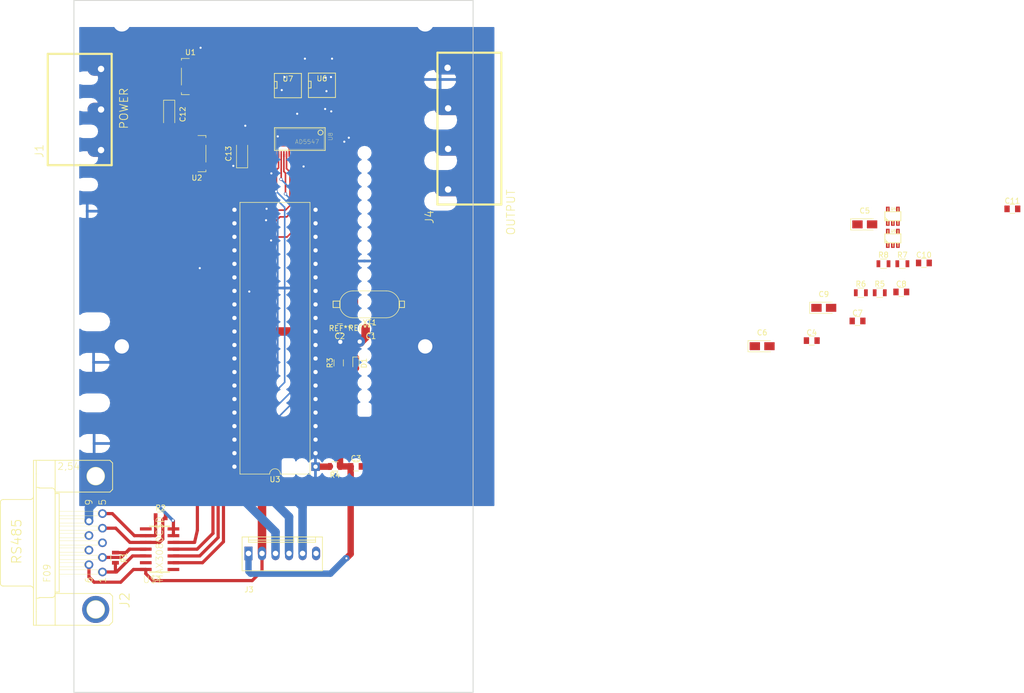
<source format=kicad_pcb>
(kicad_pcb (version 4) (host pcbnew 4.0.6)

  (general
    (links 123)
    (no_connects 47)
    (area 49.924999 19.924999 125.075001 150.075001)
    (thickness 1.6)
    (drawings 4)
    (tracks 433)
    (zones 0)
    (modules 44)
    (nets 67)
  )

  (page A4)
  (layers
    (0 F.Cu signal)
    (31 B.Cu signal)
    (32 B.Adhes user)
    (33 F.Adhes user)
    (34 B.Paste user)
    (35 F.Paste user)
    (36 B.SilkS user)
    (37 F.SilkS user)
    (38 B.Mask user)
    (39 F.Mask user)
    (40 Dwgs.User user hide)
    (41 Cmts.User user)
    (42 Eco1.User user)
    (43 Eco2.User user)
    (44 Edge.Cuts user)
    (45 Margin user)
    (46 B.CrtYd user)
    (47 F.CrtYd user)
    (48 B.Fab user)
    (49 F.Fab user)
  )

  (setup
    (last_trace_width 0.3)
    (user_trace_width 0.3)
    (user_trace_width 0.6)
    (user_trace_width 1.2)
    (user_trace_width 1.6)
    (user_trace_width 3.2)
    (trace_clearance 0.15)
    (zone_clearance 0.508)
    (zone_45_only no)
    (trace_min 0.2)
    (segment_width 0.2)
    (edge_width 0.15)
    (via_size 0.6)
    (via_drill 0.4)
    (via_min_size 0.4)
    (via_min_drill 0.3)
    (uvia_size 0.3)
    (uvia_drill 0.1)
    (uvias_allowed no)
    (uvia_min_size 0.2)
    (uvia_min_drill 0.1)
    (pcb_text_width 0.3)
    (pcb_text_size 1.5 1.5)
    (mod_edge_width 0.15)
    (mod_text_size 1 1)
    (mod_text_width 0.15)
    (pad_size 1 1.25)
    (pad_drill 0)
    (pad_to_mask_clearance 0.2)
    (aux_axis_origin 0 0)
    (visible_elements FFFFFF7F)
    (pcbplotparams
      (layerselection 0x00030_80000001)
      (usegerberextensions false)
      (excludeedgelayer true)
      (linewidth 0.100000)
      (plotframeref false)
      (viasonmask false)
      (mode 1)
      (useauxorigin false)
      (hpglpennumber 1)
      (hpglpenspeed 20)
      (hpglpendiameter 15)
      (hpglpenoverlay 2)
      (psnegative false)
      (psa4output false)
      (plotreference true)
      (plotvalue true)
      (plotinvisibletext false)
      (padsonsilk false)
      (subtractmaskfromsilk false)
      (outputformat 1)
      (mirror false)
      (drillshape 1)
      (scaleselection 1)
      (outputdirectory ""))
  )

  (net 0 "")
  (net 1 "Net-(C1-Pad1)")
  (net 2 GND)
  (net 3 "Net-(C2-Pad1)")
  (net 4 /+5V)
  (net 5 /N$9)
  (net 6 /N$16)
  (net 7 /N$17)
  (net 8 /N$18)
  (net 9 "Net-(J3-Pad6)")
  (net 10 /PGC)
  (net 11 /PGD)
  (net 12 "Net-(R5-Pad1)")
  (net 13 "Net-(R5-Pad2)")
  (net 14 /DATAIN)
  (net 15 /RX_ENABLE)
  (net 16 /TX_ENABLE)
  (net 17 /DATAOUT)
  (net 18 /D10)
  (net 19 /D0)
  (net 20 /D11)
  (net 21 /D1)
  (net 22 /D2)
  (net 23 /D3)
  (net 24 /D4)
  (net 25 /D5)
  (net 26 /D12)
  (net 27 /D13)
  (net 28 /D14)
  (net 29 /D15)
  (net 30 /D7)
  (net 31 /D6)
  (net 32 /A0)
  (net 33 /A1)
  (net 34 /~WR~/LDAC)
  (net 35 /~RS~)
  (net 36 /MSB)
  (net 37 /D8)
  (net 38 /D9)
  (net 39 /VOUTA)
  (net 40 /VOUTB)
  (net 41 "Net-(C3-Pad1)")
  (net 42 VDD15V)
  (net 43 VDD-5V)
  (net 44 VDD+15V)
  (net 45 "Net-(R4-Pad2)")
  (net 46 "Net-(R7-Pad1)")
  (net 47 "Net-(R7-Pad2)")
  (net 48 "Net-(U7-Pad2)")
  (net 49 "Net-(U3-Pad8)")
  (net 50 "Net-(U3-Pad9)")
  (net 51 "Net-(U3-Pad10)")
  (net 52 "Net-(U3-Pad15)")
  (net 53 "Net-(U3-Pad16)")
  (net 54 "Net-(U3-Pad17)")
  (net 55 "Net-(U3-Pad18)")
  (net 56 "Net-(U4-PadTEMP)")
  (net 57 "Net-(U5-PadTEMP)")
  (net 58 "Net-(J2-Pad3)")
  (net 59 "Net-(J2-Pad7)")
  (net 60 "Net-(J2-Pad8)")
  (net 61 /-15V)
  (net 62 /VREFA)
  (net 63 /RCOMA)
  (net 64 /VREFB)
  (net 65 /RCOMB)
  (net 66 /IOUTA)

  (net_class Default "This is the default net class."
    (clearance 0.15)
    (trace_width 0.25)
    (via_dia 0.6)
    (via_drill 0.4)
    (uvia_dia 0.3)
    (uvia_drill 0.1)
    (add_net /+5V)
    (add_net /-15V)
    (add_net /A0)
    (add_net /A1)
    (add_net /D0)
    (add_net /D1)
    (add_net /D10)
    (add_net /D11)
    (add_net /D12)
    (add_net /D13)
    (add_net /D14)
    (add_net /D15)
    (add_net /D2)
    (add_net /D3)
    (add_net /D4)
    (add_net /D5)
    (add_net /D6)
    (add_net /D7)
    (add_net /D8)
    (add_net /D9)
    (add_net /DATAIN)
    (add_net /DATAOUT)
    (add_net /IOUTA)
    (add_net /MSB)
    (add_net /N$16)
    (add_net /N$17)
    (add_net /N$18)
    (add_net /N$9)
    (add_net /PGC)
    (add_net /PGD)
    (add_net /RCOMA)
    (add_net /RCOMB)
    (add_net /RX_ENABLE)
    (add_net /TX_ENABLE)
    (add_net /VOUTA)
    (add_net /VOUTB)
    (add_net /VREFA)
    (add_net /VREFB)
    (add_net /~RS~)
    (add_net /~WR~/LDAC)
    (add_net GND)
    (add_net "Net-(C1-Pad1)")
    (add_net "Net-(C2-Pad1)")
    (add_net "Net-(C3-Pad1)")
    (add_net "Net-(J2-Pad3)")
    (add_net "Net-(J2-Pad7)")
    (add_net "Net-(J2-Pad8)")
    (add_net "Net-(J3-Pad6)")
    (add_net "Net-(R4-Pad2)")
    (add_net "Net-(R5-Pad1)")
    (add_net "Net-(R5-Pad2)")
    (add_net "Net-(R7-Pad1)")
    (add_net "Net-(R7-Pad2)")
    (add_net "Net-(U3-Pad10)")
    (add_net "Net-(U3-Pad15)")
    (add_net "Net-(U3-Pad16)")
    (add_net "Net-(U3-Pad17)")
    (add_net "Net-(U3-Pad18)")
    (add_net "Net-(U3-Pad8)")
    (add_net "Net-(U3-Pad9)")
    (add_net "Net-(U4-PadTEMP)")
    (add_net "Net-(U5-PadTEMP)")
    (add_net "Net-(U7-Pad2)")
    (add_net VDD+15V)
    (add_net VDD-5V)
    (add_net VDD15V)
  )

  (module Mounting_Holes:MountingHole_3.2mm_M3_DIN965 locked (layer F.Cu) (tedit 59425DF8) (tstamp 59426250)
    (at 59 24.25)
    (descr "Mounting Hole 3.2mm, no annular, M3, DIN965")
    (tags "mounting hole 3.2mm no annular m3 din965")
    (fp_text reference REF** (at 0 -3.8) (layer F.SilkS) hide
      (effects (font (size 1 1) (thickness 0.15)))
    )
    (fp_text value MountingHole_3.2mm_M3_DIN965 (at 0 3.8) (layer F.Fab) hide
      (effects (font (size 1 1) (thickness 0.15)))
    )
    (fp_circle (center 0 0) (end 2.8 0) (layer Cmts.User) (width 0.15))
    (fp_circle (center 0 0) (end 3.05 0) (layer F.CrtYd) (width 0.05))
    (pad 1 np_thru_hole circle (at 0 0) (size 3.2 3.2) (drill 3.2) (layers *.Cu *.Mask))
  )

  (module Mounting_Holes:MountingHole_3.2mm_M3_DIN965 locked (layer F.Cu) (tedit 59425E3B) (tstamp 596771C4)
    (at 59 145.75)
    (descr "Mounting Hole 3.2mm, no annular, M3, DIN965")
    (tags "mounting hole 3.2mm no annular m3 din965")
    (fp_text reference REF** (at 0 -3.8) (layer F.SilkS) hide
      (effects (font (size 1 1) (thickness 0.15)))
    )
    (fp_text value MountingHole_3.2mm_M3_DIN965 (at 0 3.8) (layer F.Fab) hide
      (effects (font (size 1 1) (thickness 0.15)))
    )
    (fp_circle (center 0 0) (end 2.8 0) (layer Cmts.User) (width 0.15))
    (fp_circle (center 0 0) (end 3.05 0) (layer F.CrtYd) (width 0.05))
    (pad 1 np_thru_hole circle (at 0 0) (size 3.2 3.2) (drill 3.2) (layers *.Cu *.Mask))
  )

  (module Mounting_Holes:MountingHole_3.2mm_M3_DIN965 locked (layer F.Cu) (tedit 594281EB) (tstamp 596771BE)
    (at 116 145.75)
    (descr "Mounting Hole 3.2mm, no annular, M3, DIN965")
    (tags "mounting hole 3.2mm no annular m3 din965")
    (fp_text reference REF** (at 0 -3.8) (layer F.SilkS) hide
      (effects (font (size 1 1) (thickness 0.15)))
    )
    (fp_text value MountingHole_3.2mm_M3_DIN965 (at 0 3.8) (layer F.Fab) hide
      (effects (font (size 1 1) (thickness 0.15)))
    )
    (fp_circle (center 0 0) (end 2.8 0) (layer Cmts.User) (width 0.15))
    (fp_circle (center 0 0) (end 3.05 0) (layer F.CrtYd) (width 0.05))
    (pad 1 np_thru_hole circle (at 0 0) (size 3.2 3.2) (drill 3.2) (layers *.Cu *.Mask))
  )

  (module Mounting_Holes:MountingHole_3.2mm_M3_DIN965 locked (layer F.Cu) (tedit 59425E12) (tstamp 596771B8)
    (at 116 24.25)
    (descr "Mounting Hole 3.2mm, no annular, M3, DIN965")
    (tags "mounting hole 3.2mm no annular m3 din965")
    (fp_text reference REF** (at 0 -3.8) (layer F.SilkS) hide
      (effects (font (size 1 1) (thickness 0.15)))
    )
    (fp_text value MountingHole_3.2mm_M3_DIN965 (at 0 3.8) (layer F.Fab) hide
      (effects (font (size 1 1) (thickness 0.15)))
    )
    (fp_circle (center 0 0) (end 2.8 0) (layer Cmts.User) (width 0.15))
    (fp_circle (center 0 0) (end 3.05 0) (layer F.CrtYd) (width 0.05))
    (pad 1 np_thru_hole circle (at 0 0) (size 3.2 3.2) (drill 3.2) (layers *.Cu *.Mask))
  )

  (module Capacitors_SMD:C_0805 (layer F.Cu) (tedit 59428B4F) (tstamp 59425D3E)
    (at 105.8 81.6 180)
    (descr "Capacitor SMD 0805, reflow soldering, AVX (see smccp.pdf)")
    (tags "capacitor 0805")
    (path /5936692A)
    (attr smd)
    (fp_text reference C1 (at 0 -1.5 180) (layer F.SilkS)
      (effects (font (size 1 1) (thickness 0.15)))
    )
    (fp_text value 16pF (at 0 1.75 180) (layer F.Fab) hide
      (effects (font (size 1 1) (thickness 0.15)))
    )
    (fp_text user %R (at 0 -1.5 180) (layer F.Fab)
      (effects (font (size 1 1) (thickness 0.15)))
    )
    (fp_line (start -1 0.62) (end -1 -0.62) (layer F.Fab) (width 0.1))
    (fp_line (start 1 0.62) (end -1 0.62) (layer F.Fab) (width 0.1))
    (fp_line (start 1 -0.62) (end 1 0.62) (layer F.Fab) (width 0.1))
    (fp_line (start -1 -0.62) (end 1 -0.62) (layer F.Fab) (width 0.1))
    (fp_line (start 0.5 -0.85) (end -0.5 -0.85) (layer F.SilkS) (width 0.12))
    (fp_line (start -0.5 0.85) (end 0.5 0.85) (layer F.SilkS) (width 0.12))
    (fp_line (start -1.75 -0.88) (end 1.75 -0.88) (layer F.CrtYd) (width 0.05))
    (fp_line (start -1.75 -0.88) (end -1.75 0.87) (layer F.CrtYd) (width 0.05))
    (fp_line (start 1.75 0.87) (end 1.75 -0.88) (layer F.CrtYd) (width 0.05))
    (fp_line (start 1.75 0.87) (end -1.75 0.87) (layer F.CrtYd) (width 0.05))
    (pad 1 smd rect (at -1 0 180) (size 1 1.25) (layers F.Cu F.Paste F.Mask)
      (net 1 "Net-(C1-Pad1)"))
    (pad 2 smd rect (at 1 0 180) (size 1 1.25) (layers F.Cu F.Paste F.Mask)
      (net 2 GND))
    (model Capacitors_SMD.3dshapes/C_0805.wrl
      (at (xyz 0 0 0))
      (scale (xyz 1 1 1))
      (rotate (xyz 0 0 0))
    )
  )

  (module Capacitors_SMD:C_0805 (layer F.Cu) (tedit 59428B47) (tstamp 59425D44)
    (at 99.95 81.6 180)
    (descr "Capacitor SMD 0805, reflow soldering, AVX (see smccp.pdf)")
    (tags "capacitor 0805")
    (path /59366931)
    (attr smd)
    (fp_text reference C2 (at 0 -1.5 180) (layer F.SilkS)
      (effects (font (size 1 1) (thickness 0.15)))
    )
    (fp_text value 16pF (at 0 1.75 180) (layer F.Fab) hide
      (effects (font (size 1 1) (thickness 0.15)))
    )
    (fp_text user %R (at 0 -1.5 180) (layer F.Fab)
      (effects (font (size 1 1) (thickness 0.15)))
    )
    (fp_line (start -1 0.62) (end -1 -0.62) (layer F.Fab) (width 0.1))
    (fp_line (start 1 0.62) (end -1 0.62) (layer F.Fab) (width 0.1))
    (fp_line (start 1 -0.62) (end 1 0.62) (layer F.Fab) (width 0.1))
    (fp_line (start -1 -0.62) (end 1 -0.62) (layer F.Fab) (width 0.1))
    (fp_line (start 0.5 -0.85) (end -0.5 -0.85) (layer F.SilkS) (width 0.12))
    (fp_line (start -0.5 0.85) (end 0.5 0.85) (layer F.SilkS) (width 0.12))
    (fp_line (start -1.75 -0.88) (end 1.75 -0.88) (layer F.CrtYd) (width 0.05))
    (fp_line (start -1.75 -0.88) (end -1.75 0.87) (layer F.CrtYd) (width 0.05))
    (fp_line (start 1.75 0.87) (end 1.75 -0.88) (layer F.CrtYd) (width 0.05))
    (fp_line (start 1.75 0.87) (end -1.75 0.87) (layer F.CrtYd) (width 0.05))
    (pad 1 smd rect (at -1 0 180) (size 1 1.25) (layers F.Cu F.Paste F.Mask)
      (net 3 "Net-(C2-Pad1)"))
    (pad 2 smd rect (at 1 0 180) (size 1 1.25) (layers F.Cu F.Paste F.Mask)
      (net 2 GND))
    (model Capacitors_SMD.3dshapes/C_0805.wrl
      (at (xyz 0 0 0))
      (scale (xyz 1 1 1))
      (rotate (xyz 0 0 0))
    )
  )

  (module Capacitors_SMD:C_0805 (layer F.Cu) (tedit 58AA8463) (tstamp 59425D4A)
    (at 103 107.55)
    (descr "Capacitor SMD 0805, reflow soldering, AVX (see smccp.pdf)")
    (tags "capacitor 0805")
    (path /59410E60)
    (attr smd)
    (fp_text reference C3 (at 0 -1.5) (layer F.SilkS)
      (effects (font (size 1 1) (thickness 0.15)))
    )
    (fp_text value 10nF (at 0 1.75) (layer F.Fab)
      (effects (font (size 1 1) (thickness 0.15)))
    )
    (fp_text user %R (at 0 -1.5) (layer F.Fab)
      (effects (font (size 1 1) (thickness 0.15)))
    )
    (fp_line (start -1 0.62) (end -1 -0.62) (layer F.Fab) (width 0.1))
    (fp_line (start 1 0.62) (end -1 0.62) (layer F.Fab) (width 0.1))
    (fp_line (start 1 -0.62) (end 1 0.62) (layer F.Fab) (width 0.1))
    (fp_line (start -1 -0.62) (end 1 -0.62) (layer F.Fab) (width 0.1))
    (fp_line (start 0.5 -0.85) (end -0.5 -0.85) (layer F.SilkS) (width 0.12))
    (fp_line (start -0.5 0.85) (end 0.5 0.85) (layer F.SilkS) (width 0.12))
    (fp_line (start -1.75 -0.88) (end 1.75 -0.88) (layer F.CrtYd) (width 0.05))
    (fp_line (start -1.75 -0.88) (end -1.75 0.87) (layer F.CrtYd) (width 0.05))
    (fp_line (start 1.75 0.87) (end 1.75 -0.88) (layer F.CrtYd) (width 0.05))
    (fp_line (start 1.75 0.87) (end -1.75 0.87) (layer F.CrtYd) (width 0.05))
    (pad 1 smd rect (at -1 0) (size 1 1.25) (layers F.Cu F.Paste F.Mask)
      (net 41 "Net-(C3-Pad1)"))
    (pad 2 smd rect (at 1 0) (size 1 1.25) (layers F.Cu F.Paste F.Mask)
      (net 2 GND))
    (model Capacitors_SMD.3dshapes/C_0805.wrl
      (at (xyz 0 0 0))
      (scale (xyz 1 1 1))
      (rotate (xyz 0 0 0))
    )
  )

  (module Capacitors_SMD:C_0805 (layer F.Cu) (tedit 58AA8463) (tstamp 59425D50)
    (at 188.621428 83.915)
    (descr "Capacitor SMD 0805, reflow soldering, AVX (see smccp.pdf)")
    (tags "capacitor 0805")
    (path /59381433)
    (attr smd)
    (fp_text reference C4 (at 0 -1.5) (layer F.SilkS)
      (effects (font (size 1 1) (thickness 0.15)))
    )
    (fp_text value 0.1uF (at 0 1.75) (layer F.Fab)
      (effects (font (size 1 1) (thickness 0.15)))
    )
    (fp_text user %R (at 0 -1.5) (layer F.Fab)
      (effects (font (size 1 1) (thickness 0.15)))
    )
    (fp_line (start -1 0.62) (end -1 -0.62) (layer F.Fab) (width 0.1))
    (fp_line (start 1 0.62) (end -1 0.62) (layer F.Fab) (width 0.1))
    (fp_line (start 1 -0.62) (end 1 0.62) (layer F.Fab) (width 0.1))
    (fp_line (start -1 -0.62) (end 1 -0.62) (layer F.Fab) (width 0.1))
    (fp_line (start 0.5 -0.85) (end -0.5 -0.85) (layer F.SilkS) (width 0.12))
    (fp_line (start -0.5 0.85) (end 0.5 0.85) (layer F.SilkS) (width 0.12))
    (fp_line (start -1.75 -0.88) (end 1.75 -0.88) (layer F.CrtYd) (width 0.05))
    (fp_line (start -1.75 -0.88) (end -1.75 0.87) (layer F.CrtYd) (width 0.05))
    (fp_line (start 1.75 0.87) (end 1.75 -0.88) (layer F.CrtYd) (width 0.05))
    (fp_line (start 1.75 0.87) (end -1.75 0.87) (layer F.CrtYd) (width 0.05))
    (pad 1 smd rect (at -1 0) (size 1 1.25) (layers F.Cu F.Paste F.Mask)
      (net 42 VDD15V))
    (pad 2 smd rect (at 1 0) (size 1 1.25) (layers F.Cu F.Paste F.Mask)
      (net 2 GND))
    (model Capacitors_SMD.3dshapes/C_0805.wrl
      (at (xyz 0 0 0))
      (scale (xyz 1 1 1))
      (rotate (xyz 0 0 0))
    )
  )

  (module Capacitors_Tantalum_SMD:CP_Tantalum_Case-A_EIA-3216-18_Reflow (layer F.Cu) (tedit 57B6E980) (tstamp 59425D56)
    (at 198.579524 62.075)
    (descr "Tantalum capacitor, Case A, EIA 3216-18, 3.2x1.6x1.6mm, Reflow soldering footprint")
    (tags "capacitor tantalum smd")
    (path /59381490)
    (attr smd)
    (fp_text reference C5 (at 0 -2.55) (layer F.SilkS)
      (effects (font (size 1 1) (thickness 0.15)))
    )
    (fp_text value "1uF Tant" (at 0 2.55) (layer F.Fab)
      (effects (font (size 1 1) (thickness 0.15)))
    )
    (fp_line (start -2.75 -1.2) (end -2.75 1.2) (layer F.CrtYd) (width 0.05))
    (fp_line (start -2.75 1.2) (end 2.75 1.2) (layer F.CrtYd) (width 0.05))
    (fp_line (start 2.75 1.2) (end 2.75 -1.2) (layer F.CrtYd) (width 0.05))
    (fp_line (start 2.75 -1.2) (end -2.75 -1.2) (layer F.CrtYd) (width 0.05))
    (fp_line (start -1.6 -0.8) (end -1.6 0.8) (layer F.Fab) (width 0.1))
    (fp_line (start -1.6 0.8) (end 1.6 0.8) (layer F.Fab) (width 0.1))
    (fp_line (start 1.6 0.8) (end 1.6 -0.8) (layer F.Fab) (width 0.1))
    (fp_line (start 1.6 -0.8) (end -1.6 -0.8) (layer F.Fab) (width 0.1))
    (fp_line (start -1.28 -0.8) (end -1.28 0.8) (layer F.Fab) (width 0.1))
    (fp_line (start -1.12 -0.8) (end -1.12 0.8) (layer F.Fab) (width 0.1))
    (fp_line (start -2.65 -1.05) (end 1.6 -1.05) (layer F.SilkS) (width 0.12))
    (fp_line (start -2.65 1.05) (end 1.6 1.05) (layer F.SilkS) (width 0.12))
    (fp_line (start -2.65 -1.05) (end -2.65 1.05) (layer F.SilkS) (width 0.12))
    (pad 1 smd rect (at -1.375 0) (size 1.95 1.5) (layers F.Cu F.Paste F.Mask)
      (net 42 VDD15V))
    (pad 2 smd rect (at 1.375 0) (size 1.95 1.5) (layers F.Cu F.Paste F.Mask)
      (net 2 GND))
    (model Capacitors_Tantalum_SMD.3dshapes/CP_Tantalum_Case-A_EIA-3216-18.wrl
      (at (xyz 0 0 0))
      (scale (xyz 1 1 1))
      (rotate (xyz 0 0 0))
    )
  )

  (module Capacitors_Tantalum_SMD:CP_Tantalum_Case-A_EIA-3216-18_Reflow (layer F.Cu) (tedit 57B6E980) (tstamp 59425D5C)
    (at 179.299524 84.965)
    (descr "Tantalum capacitor, Case A, EIA 3216-18, 3.2x1.6x1.6mm, Reflow soldering footprint")
    (tags "capacitor tantalum smd")
    (path /5940B615)
    (attr smd)
    (fp_text reference C6 (at 0 -2.55) (layer F.SilkS)
      (effects (font (size 1 1) (thickness 0.15)))
    )
    (fp_text value "1uF Tant" (at 0 2.55) (layer F.Fab)
      (effects (font (size 1 1) (thickness 0.15)))
    )
    (fp_line (start -2.75 -1.2) (end -2.75 1.2) (layer F.CrtYd) (width 0.05))
    (fp_line (start -2.75 1.2) (end 2.75 1.2) (layer F.CrtYd) (width 0.05))
    (fp_line (start 2.75 1.2) (end 2.75 -1.2) (layer F.CrtYd) (width 0.05))
    (fp_line (start 2.75 -1.2) (end -2.75 -1.2) (layer F.CrtYd) (width 0.05))
    (fp_line (start -1.6 -0.8) (end -1.6 0.8) (layer F.Fab) (width 0.1))
    (fp_line (start -1.6 0.8) (end 1.6 0.8) (layer F.Fab) (width 0.1))
    (fp_line (start 1.6 0.8) (end 1.6 -0.8) (layer F.Fab) (width 0.1))
    (fp_line (start 1.6 -0.8) (end -1.6 -0.8) (layer F.Fab) (width 0.1))
    (fp_line (start -1.28 -0.8) (end -1.28 0.8) (layer F.Fab) (width 0.1))
    (fp_line (start -1.12 -0.8) (end -1.12 0.8) (layer F.Fab) (width 0.1))
    (fp_line (start -2.65 -1.05) (end 1.6 -1.05) (layer F.SilkS) (width 0.12))
    (fp_line (start -2.65 1.05) (end 1.6 1.05) (layer F.SilkS) (width 0.12))
    (fp_line (start -2.65 -1.05) (end -2.65 1.05) (layer F.SilkS) (width 0.12))
    (pad 1 smd rect (at -1.375 0) (size 1.95 1.5) (layers F.Cu F.Paste F.Mask)
      (net 2 GND))
    (pad 2 smd rect (at 1.375 0) (size 1.95 1.5) (layers F.Cu F.Paste F.Mask)
      (net 43 VDD-5V))
    (model Capacitors_Tantalum_SMD.3dshapes/CP_Tantalum_Case-A_EIA-3216-18.wrl
      (at (xyz 0 0 0))
      (scale (xyz 1 1 1))
      (rotate (xyz 0 0 0))
    )
  )

  (module Capacitors_SMD:C_0805 (layer F.Cu) (tedit 58AA8463) (tstamp 59425D62)
    (at 197.221428 80.225)
    (descr "Capacitor SMD 0805, reflow soldering, AVX (see smccp.pdf)")
    (tags "capacitor 0805")
    (path /5940B5A2)
    (attr smd)
    (fp_text reference C7 (at 0 -1.5) (layer F.SilkS)
      (effects (font (size 1 1) (thickness 0.15)))
    )
    (fp_text value 0.1uF (at 0 1.75) (layer F.Fab)
      (effects (font (size 1 1) (thickness 0.15)))
    )
    (fp_text user %R (at 0 -1.5) (layer F.Fab)
      (effects (font (size 1 1) (thickness 0.15)))
    )
    (fp_line (start -1 0.62) (end -1 -0.62) (layer F.Fab) (width 0.1))
    (fp_line (start 1 0.62) (end -1 0.62) (layer F.Fab) (width 0.1))
    (fp_line (start 1 -0.62) (end 1 0.62) (layer F.Fab) (width 0.1))
    (fp_line (start -1 -0.62) (end 1 -0.62) (layer F.Fab) (width 0.1))
    (fp_line (start 0.5 -0.85) (end -0.5 -0.85) (layer F.SilkS) (width 0.12))
    (fp_line (start -0.5 0.85) (end 0.5 0.85) (layer F.SilkS) (width 0.12))
    (fp_line (start -1.75 -0.88) (end 1.75 -0.88) (layer F.CrtYd) (width 0.05))
    (fp_line (start -1.75 -0.88) (end -1.75 0.87) (layer F.CrtYd) (width 0.05))
    (fp_line (start 1.75 0.87) (end 1.75 -0.88) (layer F.CrtYd) (width 0.05))
    (fp_line (start 1.75 0.87) (end -1.75 0.87) (layer F.CrtYd) (width 0.05))
    (pad 1 smd rect (at -1 0) (size 1 1.25) (layers F.Cu F.Paste F.Mask)
      (net 43 VDD-5V))
    (pad 2 smd rect (at 1 0) (size 1 1.25) (layers F.Cu F.Paste F.Mask)
      (net 2 GND))
    (model Capacitors_SMD.3dshapes/C_0805.wrl
      (at (xyz 0 0 0))
      (scale (xyz 1 1 1))
      (rotate (xyz 0 0 0))
    )
  )

  (module Capacitors_SMD:C_0805 (layer F.Cu) (tedit 58AA8463) (tstamp 59425D68)
    (at 205.441428 74.775)
    (descr "Capacitor SMD 0805, reflow soldering, AVX (see smccp.pdf)")
    (tags "capacitor 0805")
    (path /5940DFA1)
    (attr smd)
    (fp_text reference C8 (at 0 -1.5) (layer F.SilkS)
      (effects (font (size 1 1) (thickness 0.15)))
    )
    (fp_text value 0.1uF (at 0 1.75) (layer F.Fab)
      (effects (font (size 1 1) (thickness 0.15)))
    )
    (fp_text user %R (at 0 -1.5) (layer F.Fab)
      (effects (font (size 1 1) (thickness 0.15)))
    )
    (fp_line (start -1 0.62) (end -1 -0.62) (layer F.Fab) (width 0.1))
    (fp_line (start 1 0.62) (end -1 0.62) (layer F.Fab) (width 0.1))
    (fp_line (start 1 -0.62) (end 1 0.62) (layer F.Fab) (width 0.1))
    (fp_line (start -1 -0.62) (end 1 -0.62) (layer F.Fab) (width 0.1))
    (fp_line (start 0.5 -0.85) (end -0.5 -0.85) (layer F.SilkS) (width 0.12))
    (fp_line (start -0.5 0.85) (end 0.5 0.85) (layer F.SilkS) (width 0.12))
    (fp_line (start -1.75 -0.88) (end 1.75 -0.88) (layer F.CrtYd) (width 0.05))
    (fp_line (start -1.75 -0.88) (end -1.75 0.87) (layer F.CrtYd) (width 0.05))
    (fp_line (start 1.75 0.87) (end 1.75 -0.88) (layer F.CrtYd) (width 0.05))
    (fp_line (start 1.75 0.87) (end -1.75 0.87) (layer F.CrtYd) (width 0.05))
    (pad 1 smd rect (at -1 0) (size 1 1.25) (layers F.Cu F.Paste F.Mask)
      (net 62 /VREFA))
    (pad 2 smd rect (at 1 0) (size 1 1.25) (layers F.Cu F.Paste F.Mask)
      (net 63 /RCOMA))
    (model Capacitors_SMD.3dshapes/C_0805.wrl
      (at (xyz 0 0 0))
      (scale (xyz 1 1 1))
      (rotate (xyz 0 0 0))
    )
  )

  (module Capacitors_Tantalum_SMD:CP_Tantalum_Case-A_EIA-3216-18_Reflow (layer F.Cu) (tedit 57B6E980) (tstamp 59425D6E)
    (at 190.879524 77.755)
    (descr "Tantalum capacitor, Case A, EIA 3216-18, 3.2x1.6x1.6mm, Reflow soldering footprint")
    (tags "capacitor tantalum smd")
    (path /59383A82)
    (attr smd)
    (fp_text reference C9 (at 0 -2.55) (layer F.SilkS)
      (effects (font (size 1 1) (thickness 0.15)))
    )
    (fp_text value "1uF Tant" (at 0 2.55) (layer F.Fab)
      (effects (font (size 1 1) (thickness 0.15)))
    )
    (fp_line (start -2.75 -1.2) (end -2.75 1.2) (layer F.CrtYd) (width 0.05))
    (fp_line (start -2.75 1.2) (end 2.75 1.2) (layer F.CrtYd) (width 0.05))
    (fp_line (start 2.75 1.2) (end 2.75 -1.2) (layer F.CrtYd) (width 0.05))
    (fp_line (start 2.75 -1.2) (end -2.75 -1.2) (layer F.CrtYd) (width 0.05))
    (fp_line (start -1.6 -0.8) (end -1.6 0.8) (layer F.Fab) (width 0.1))
    (fp_line (start -1.6 0.8) (end 1.6 0.8) (layer F.Fab) (width 0.1))
    (fp_line (start 1.6 0.8) (end 1.6 -0.8) (layer F.Fab) (width 0.1))
    (fp_line (start 1.6 -0.8) (end -1.6 -0.8) (layer F.Fab) (width 0.1))
    (fp_line (start -1.28 -0.8) (end -1.28 0.8) (layer F.Fab) (width 0.1))
    (fp_line (start -1.12 -0.8) (end -1.12 0.8) (layer F.Fab) (width 0.1))
    (fp_line (start -2.65 -1.05) (end 1.6 -1.05) (layer F.SilkS) (width 0.12))
    (fp_line (start -2.65 1.05) (end 1.6 1.05) (layer F.SilkS) (width 0.12))
    (fp_line (start -2.65 -1.05) (end -2.65 1.05) (layer F.SilkS) (width 0.12))
    (pad 1 smd rect (at -1.375 0) (size 1.95 1.5) (layers F.Cu F.Paste F.Mask)
      (net 42 VDD15V))
    (pad 2 smd rect (at 1.375 0) (size 1.95 1.5) (layers F.Cu F.Paste F.Mask)
      (net 2 GND))
    (model Capacitors_Tantalum_SMD.3dshapes/CP_Tantalum_Case-A_EIA-3216-18.wrl
      (at (xyz 0 0 0))
      (scale (xyz 1 1 1))
      (rotate (xyz 0 0 0))
    )
  )

  (module Capacitors_SMD:C_0805 (layer F.Cu) (tedit 58AA8463) (tstamp 59425D74)
    (at 209.691428 69.325)
    (descr "Capacitor SMD 0805, reflow soldering, AVX (see smccp.pdf)")
    (tags "capacitor 0805")
    (path /59383B74)
    (attr smd)
    (fp_text reference C10 (at 0 -1.5) (layer F.SilkS)
      (effects (font (size 1 1) (thickness 0.15)))
    )
    (fp_text value 0.1uF (at 0 1.75) (layer F.Fab)
      (effects (font (size 1 1) (thickness 0.15)))
    )
    (fp_text user %R (at 0 -1.5) (layer F.Fab)
      (effects (font (size 1 1) (thickness 0.15)))
    )
    (fp_line (start -1 0.62) (end -1 -0.62) (layer F.Fab) (width 0.1))
    (fp_line (start 1 0.62) (end -1 0.62) (layer F.Fab) (width 0.1))
    (fp_line (start 1 -0.62) (end 1 0.62) (layer F.Fab) (width 0.1))
    (fp_line (start -1 -0.62) (end 1 -0.62) (layer F.Fab) (width 0.1))
    (fp_line (start 0.5 -0.85) (end -0.5 -0.85) (layer F.SilkS) (width 0.12))
    (fp_line (start -0.5 0.85) (end 0.5 0.85) (layer F.SilkS) (width 0.12))
    (fp_line (start -1.75 -0.88) (end 1.75 -0.88) (layer F.CrtYd) (width 0.05))
    (fp_line (start -1.75 -0.88) (end -1.75 0.87) (layer F.CrtYd) (width 0.05))
    (fp_line (start 1.75 0.87) (end 1.75 -0.88) (layer F.CrtYd) (width 0.05))
    (fp_line (start 1.75 0.87) (end -1.75 0.87) (layer F.CrtYd) (width 0.05))
    (pad 1 smd rect (at -1 0) (size 1 1.25) (layers F.Cu F.Paste F.Mask)
      (net 2 GND))
    (pad 2 smd rect (at 1 0) (size 1 1.25) (layers F.Cu F.Paste F.Mask)
      (net 42 VDD15V))
    (model Capacitors_SMD.3dshapes/C_0805.wrl
      (at (xyz 0 0 0))
      (scale (xyz 1 1 1))
      (rotate (xyz 0 0 0))
    )
  )

  (module Capacitors_SMD:C_0805 (layer F.Cu) (tedit 58AA8463) (tstamp 59425D7A)
    (at 226.311428 59.165)
    (descr "Capacitor SMD 0805, reflow soldering, AVX (see smccp.pdf)")
    (tags "capacitor 0805")
    (path /5940E5AD)
    (attr smd)
    (fp_text reference C11 (at 0 -1.5) (layer F.SilkS)
      (effects (font (size 1 1) (thickness 0.15)))
    )
    (fp_text value 0.1uF (at 0 1.75) (layer F.Fab)
      (effects (font (size 1 1) (thickness 0.15)))
    )
    (fp_text user %R (at 0 -1.5) (layer F.Fab)
      (effects (font (size 1 1) (thickness 0.15)))
    )
    (fp_line (start -1 0.62) (end -1 -0.62) (layer F.Fab) (width 0.1))
    (fp_line (start 1 0.62) (end -1 0.62) (layer F.Fab) (width 0.1))
    (fp_line (start 1 -0.62) (end 1 0.62) (layer F.Fab) (width 0.1))
    (fp_line (start -1 -0.62) (end 1 -0.62) (layer F.Fab) (width 0.1))
    (fp_line (start 0.5 -0.85) (end -0.5 -0.85) (layer F.SilkS) (width 0.12))
    (fp_line (start -0.5 0.85) (end 0.5 0.85) (layer F.SilkS) (width 0.12))
    (fp_line (start -1.75 -0.88) (end 1.75 -0.88) (layer F.CrtYd) (width 0.05))
    (fp_line (start -1.75 -0.88) (end -1.75 0.87) (layer F.CrtYd) (width 0.05))
    (fp_line (start 1.75 0.87) (end 1.75 -0.88) (layer F.CrtYd) (width 0.05))
    (fp_line (start 1.75 0.87) (end -1.75 0.87) (layer F.CrtYd) (width 0.05))
    (pad 1 smd rect (at -1 0) (size 1 1.25) (layers F.Cu F.Paste F.Mask)
      (net 64 /VREFB))
    (pad 2 smd rect (at 1 0) (size 1 1.25) (layers F.Cu F.Paste F.Mask)
      (net 65 /RCOMB))
    (model Capacitors_SMD.3dshapes/C_0805.wrl
      (at (xyz 0 0 0))
      (scale (xyz 1 1 1))
      (rotate (xyz 0 0 0))
    )
  )

  (module Diodes_SMD:D_SOD-523F (layer F.Cu) (tedit 5941044B) (tstamp 59425D80)
    (at 103 88.15 270)
    (descr "http://www.diodes.com/datasheets/ap02001.pdf p.144")
    (tags "Diode SOD523")
    (path /5940F651)
    (attr smd)
    (fp_text reference D1 (at 0 -1.5 270) (layer F.SilkS)
      (effects (font (size 1 1) (thickness 0.15)))
    )
    (fp_text value 1N914BWT (at 0 1.7 270) (layer F.Fab)
      (effects (font (size 1 1) (thickness 0.15)))
    )
    (fp_line (start -1.15 -0.6) (end -1.15 0.6) (layer F.SilkS) (width 0.12))
    (fp_line (start 1.25 -0.7) (end 1.25 0.7) (layer F.CrtYd) (width 0.05))
    (fp_line (start -1.25 -0.7) (end 1.25 -0.7) (layer F.CrtYd) (width 0.05))
    (fp_line (start -1.25 0.7) (end -1.25 -0.7) (layer F.CrtYd) (width 0.05))
    (fp_line (start 1.25 0.7) (end -1.25 0.7) (layer F.CrtYd) (width 0.05))
    (fp_line (start 0.1 0) (end 0.25 0) (layer F.Fab) (width 0.1))
    (fp_line (start 0.1 -0.2) (end -0.2 0) (layer F.Fab) (width 0.1))
    (fp_line (start 0.1 0.2) (end 0.1 -0.2) (layer F.Fab) (width 0.1))
    (fp_line (start -0.2 0) (end 0.1 0.2) (layer F.Fab) (width 0.1))
    (fp_line (start -0.2 0) (end -0.35 0) (layer F.Fab) (width 0.1))
    (fp_line (start -0.2 0.2) (end -0.2 -0.2) (layer F.Fab) (width 0.1))
    (fp_line (start 0.65 -0.45) (end 0.65 0.45) (layer F.Fab) (width 0.1))
    (fp_line (start -0.65 -0.45) (end 0.65 -0.45) (layer F.Fab) (width 0.1))
    (fp_line (start -0.65 0.45) (end -0.65 -0.45) (layer F.Fab) (width 0.1))
    (fp_line (start 0.65 0.45) (end -0.65 0.45) (layer F.Fab) (width 0.1))
    (fp_line (start 0.7 -0.6) (end -1.15 -0.6) (layer F.SilkS) (width 0.12))
    (fp_line (start 0.7 0.6) (end -1.15 0.6) (layer F.SilkS) (width 0.12))
    (pad 2 smd rect (at 0.95 0) (size 0.6 0.7) (layers F.Cu F.Paste F.Mask)
      (net 41 "Net-(C3-Pad1)"))
    (pad 1 smd rect (at -0.95 0) (size 0.6 0.7) (layers F.Cu F.Paste F.Mask)
      (net 4 /+5V))
  )

  (module Connector_Cambdenboss:CTBP9558_3AO (layer F.Cu) (tedit 5942515D) (tstamp 59425D8B)
    (at 55.1 40.5 270)
    (path /59425A48)
    (attr virtual)
    (fp_text reference J1 (at 7.8 11.6 270) (layer F.SilkS)
      (effects (font (thickness 0.15)))
    )
    (fp_text value POWER (at -0.2 -4.3 270) (layer F.SilkS)
      (effects (font (thickness 0.15)))
    )
    (fp_line (start -10.44956 -1.99898) (end 10.44956 -1.99898) (layer F.SilkS) (width 0.4064))
    (fp_line (start 10.44956 -1.99898) (end 10.44956 9.99998) (layer F.SilkS) (width 0.4064))
    (fp_line (start 10.44956 9.99998) (end -10.44956 9.99998) (layer F.SilkS) (width 0.4064))
    (fp_line (start -10.44956 9.99998) (end -10.44956 -1.99898) (layer F.SilkS) (width 0.4064))
    (pad 1 thru_hole oval (at -7.62 0 90) (size 2.54 5.08) (drill 1.19888) (layers *.Cu *.Paste *.Mask)
      (net 44 VDD+15V))
    (pad 2 thru_hole oval (at 0 0 90) (size 2.54 5.08) (drill 1.19888) (layers *.Cu *.Paste *.Mask)
      (net 2 GND))
    (pad 3 thru_hole oval (at 7.62 0 90) (size 2.54 5.08) (drill 1.19888) (layers *.Cu *.Paste *.Mask)
      (net 61 /-15V))
  )

  (module Connectors_Molex:Molex_KK_6373-06_06x2.54mm_Straight (layer F.Cu) (tedit 5940F2ED) (tstamp 59425DA7)
    (at 82.8 123.9)
    (path /593668FC)
    (fp_text reference J3 (at 0.1 6.8) (layer F.SilkS)
      (effects (font (size 1 1) (thickness 0.15)))
    )
    (fp_text value ICSP (at 4.7 -6.1) (layer F.Fab)
      (effects (font (size 1 1) (thickness 0.15)))
    )
    (fp_line (start 9.3 -2.5) (end 12.6 -2.5) (layer F.SilkS) (width 0.15))
    (fp_line (start 0 -2.5) (end 8.5 -2.5) (layer F.SilkS) (width 0.15))
    (fp_line (start 0 -2.1) (end 8.5 -2.1) (layer F.SilkS) (width 0.15))
    (fp_line (start 9.3 -3.1) (end 9.3 -2.1) (layer F.SilkS) (width 0.15))
    (fp_line (start 9.3 -2.1) (end 12.6 -2.1) (layer F.SilkS) (width 0.15))
    (fp_line (start 12.6 -2.1) (end 12.6 -3.1) (layer F.SilkS) (width 0.15))
    (fp_line (start 0 -3.1) (end 0 -2.1) (layer F.SilkS) (width 0.15))
    (fp_line (start 8.5 -2.1) (end 8.5 -3.1) (layer F.SilkS) (width 0.15))
    (fp_line (start -1.195 -3.1) (end 13.895 -3.1) (layer F.SilkS) (width 0.15))
    (fp_line (start 13.895 -3.1) (end 13.895 3.25) (layer F.SilkS) (width 0.15))
    (fp_line (start 13.895 3.25) (end -1.195 3.25) (layer F.SilkS) (width 0.15))
    (fp_line (start -1.195 3.25) (end -1.195 -3.1) (layer F.SilkS) (width 0.15))
    (pad 6 thru_hole oval (at 12.7 0 90) (size 2.54 1.524) (drill 1.02) (layers *.Cu *.Mask)
      (net 9 "Net-(J3-Pad6)"))
    (pad 5 thru_hole oval (at 10.16 0 90) (size 2.54 1.524) (drill 1.02) (layers *.Cu *.Mask)
      (net 10 /PGC))
    (pad 4 thru_hole oval (at 7.62 0 90) (size 2.54 1.524) (drill 1.02) (layers *.Cu *.Mask)
      (net 11 /PGD))
    (pad 3 thru_hole oval (at 5.08 0 90) (size 2.54 1.524) (drill 1.02) (layers *.Cu *.Mask)
      (net 2 GND))
    (pad 2 thru_hole oval (at 2.54 0 90) (size 2.54 1.524) (drill 1.02) (layers *.Cu *.Mask)
      (net 4 /+5V))
    (pad 1 thru_hole rect (at 0 0 90) (size 2.54 1.524) (drill 1.02) (layers *.Cu *.Mask)
      (net 41 "Net-(C3-Pad1)"))
  )

  (module Connector_Cambdenboss:CTBP9558_4AO (layer F.Cu) (tedit 59411A10) (tstamp 59425DB3)
    (at 120.3 47.9 90)
    (path /594224FD)
    (attr virtual)
    (fp_text reference J4 (at -12.8 -3.5 90) (layer F.SilkS)
      (effects (font (thickness 0.15)))
    )
    (fp_text value OUTPUT (at -11.9 11.8 90) (layer F.SilkS)
      (effects (font (thickness 0.15)))
    )
    (fp_line (start -10.44956 -1.99898) (end 18.07 -1.99898) (layer F.SilkS) (width 0.4064))
    (fp_line (start 18.07 -1.99898) (end 18.07 9.99998) (layer F.SilkS) (width 0.4064))
    (fp_line (start 18.07 9.99998) (end -10.44956 9.99998) (layer F.SilkS) (width 0.4064))
    (fp_line (start -10.44956 9.99998) (end -10.44956 -1.99898) (layer F.SilkS) (width 0.4064))
    (pad 4 thru_hole oval (at 15.24 -0.1 270) (size 2.54 5.08) (drill 1.19888) (layers *.Cu *.Paste *.Mask)
      (net 2 GND))
    (pad 1 thru_hole oval (at -7.62 0 270) (size 2.54 5.08) (drill 1.19888) (layers *.Cu *.Paste *.Mask)
      (net 39 /VOUTA))
    (pad 2 thru_hole oval (at 0 0 270) (size 2.54 5.08) (drill 1.19888) (layers *.Cu *.Paste *.Mask)
      (net 2 GND))
    (pad 3 thru_hole oval (at 7.62 0 270) (size 2.54 5.08) (drill 1.19888) (layers *.Cu *.Paste *.Mask)
      (net 40 /VOUTB))
  )

  (module Resistors_SMD:R_0805 (layer F.Cu) (tedit 58AADA8F) (tstamp 59425DB9)
    (at 57.8 124.7 270)
    (descr "Resistor SMD 0805, reflow soldering, Vishay (see dcrcw.pdf)")
    (tags "resistor 0805")
    (path /593665E7)
    (attr smd)
    (fp_text reference R1 (at 0 -1.65 270) (layer F.SilkS)
      (effects (font (size 1 1) (thickness 0.15)))
    )
    (fp_text value 120R (at 0 1.75 270) (layer F.Fab)
      (effects (font (size 1 1) (thickness 0.15)))
    )
    (fp_text user %R (at 0 -1.65 270) (layer F.Fab)
      (effects (font (size 1 1) (thickness 0.15)))
    )
    (fp_line (start -1 0.62) (end -1 -0.62) (layer F.Fab) (width 0.1))
    (fp_line (start 1 0.62) (end -1 0.62) (layer F.Fab) (width 0.1))
    (fp_line (start 1 -0.62) (end 1 0.62) (layer F.Fab) (width 0.1))
    (fp_line (start -1 -0.62) (end 1 -0.62) (layer F.Fab) (width 0.1))
    (fp_line (start 0.6 0.88) (end -0.6 0.88) (layer F.SilkS) (width 0.12))
    (fp_line (start -0.6 -0.88) (end 0.6 -0.88) (layer F.SilkS) (width 0.12))
    (fp_line (start -1.55 -0.9) (end 1.55 -0.9) (layer F.CrtYd) (width 0.05))
    (fp_line (start -1.55 -0.9) (end -1.55 0.9) (layer F.CrtYd) (width 0.05))
    (fp_line (start 1.55 0.9) (end 1.55 -0.9) (layer F.CrtYd) (width 0.05))
    (fp_line (start 1.55 0.9) (end -1.55 0.9) (layer F.CrtYd) (width 0.05))
    (pad 1 smd rect (at -0.95 0 270) (size 0.7 1.3) (layers F.Cu F.Paste F.Mask)
      (net 6 /N$16))
    (pad 2 smd rect (at 0.95 0 270) (size 0.7 1.3) (layers F.Cu F.Paste F.Mask)
      (net 5 /N$9))
    (model Resistors_SMD.3dshapes/R_0805.wrl
      (at (xyz 0 0 0))
      (scale (xyz 1 1 1))
      (rotate (xyz 0 0 0))
    )
  )

  (module Resistors_SMD:R_0805 (layer F.Cu) (tedit 58AADA8F) (tstamp 59425DBF)
    (at 66.3 117)
    (descr "Resistor SMD 0805, reflow soldering, Vishay (see dcrcw.pdf)")
    (tags "resistor 0805")
    (path /593665E0)
    (attr smd)
    (fp_text reference R2 (at 0 -1.65) (layer F.SilkS)
      (effects (font (size 1 1) (thickness 0.15)))
    )
    (fp_text value 120R (at 0 1.75) (layer F.Fab)
      (effects (font (size 1 1) (thickness 0.15)))
    )
    (fp_text user %R (at 0 -1.65) (layer F.Fab)
      (effects (font (size 1 1) (thickness 0.15)))
    )
    (fp_line (start -1 0.62) (end -1 -0.62) (layer F.Fab) (width 0.1))
    (fp_line (start 1 0.62) (end -1 0.62) (layer F.Fab) (width 0.1))
    (fp_line (start 1 -0.62) (end 1 0.62) (layer F.Fab) (width 0.1))
    (fp_line (start -1 -0.62) (end 1 -0.62) (layer F.Fab) (width 0.1))
    (fp_line (start 0.6 0.88) (end -0.6 0.88) (layer F.SilkS) (width 0.12))
    (fp_line (start -0.6 -0.88) (end 0.6 -0.88) (layer F.SilkS) (width 0.12))
    (fp_line (start -1.55 -0.9) (end 1.55 -0.9) (layer F.CrtYd) (width 0.05))
    (fp_line (start -1.55 -0.9) (end -1.55 0.9) (layer F.CrtYd) (width 0.05))
    (fp_line (start 1.55 0.9) (end 1.55 -0.9) (layer F.CrtYd) (width 0.05))
    (fp_line (start 1.55 0.9) (end -1.55 0.9) (layer F.CrtYd) (width 0.05))
    (pad 1 smd rect (at -0.95 0) (size 0.7 1.3) (layers F.Cu F.Paste F.Mask)
      (net 8 /N$18))
    (pad 2 smd rect (at 0.95 0) (size 0.7 1.3) (layers F.Cu F.Paste F.Mask)
      (net 7 /N$17))
    (model Resistors_SMD.3dshapes/R_0805.wrl
      (at (xyz 0 0 0))
      (scale (xyz 1 1 1))
      (rotate (xyz 0 0 0))
    )
  )

  (module Resistors_SMD:R_0805 (layer F.Cu) (tedit 59428C0D) (tstamp 59425DC5)
    (at 99.75 88.1 90)
    (descr "Resistor SMD 0805, reflow soldering, Vishay (see dcrcw.pdf)")
    (tags "resistor 0805")
    (path /5940F934)
    (attr smd)
    (fp_text reference R3 (at 0 -1.65 90) (layer F.SilkS)
      (effects (font (size 1 1) (thickness 0.15)))
    )
    (fp_text value 10K (at 0 1.75 90) (layer F.Fab) hide
      (effects (font (size 1 1) (thickness 0.15)))
    )
    (fp_text user %R (at 0 -1.65 90) (layer F.Fab)
      (effects (font (size 1 1) (thickness 0.15)))
    )
    (fp_line (start -1 0.62) (end -1 -0.62) (layer F.Fab) (width 0.1))
    (fp_line (start 1 0.62) (end -1 0.62) (layer F.Fab) (width 0.1))
    (fp_line (start 1 -0.62) (end 1 0.62) (layer F.Fab) (width 0.1))
    (fp_line (start -1 -0.62) (end 1 -0.62) (layer F.Fab) (width 0.1))
    (fp_line (start 0.6 0.88) (end -0.6 0.88) (layer F.SilkS) (width 0.12))
    (fp_line (start -0.6 -0.88) (end 0.6 -0.88) (layer F.SilkS) (width 0.12))
    (fp_line (start -1.55 -0.9) (end 1.55 -0.9) (layer F.CrtYd) (width 0.05))
    (fp_line (start -1.55 -0.9) (end -1.55 0.9) (layer F.CrtYd) (width 0.05))
    (fp_line (start 1.55 0.9) (end 1.55 -0.9) (layer F.CrtYd) (width 0.05))
    (fp_line (start 1.55 0.9) (end -1.55 0.9) (layer F.CrtYd) (width 0.05))
    (pad 1 smd rect (at -0.95 0 90) (size 0.7 1.3) (layers F.Cu F.Paste F.Mask)
      (net 41 "Net-(C3-Pad1)"))
    (pad 2 smd rect (at 0.95 0 90) (size 0.7 1.3) (layers F.Cu F.Paste F.Mask)
      (net 4 /+5V))
    (model Resistors_SMD.3dshapes/R_0805.wrl
      (at (xyz 0 0 0))
      (scale (xyz 1 1 1))
      (rotate (xyz 0 0 0))
    )
  )

  (module Resistors_SMD:R_0805 (layer F.Cu) (tedit 58AADA8F) (tstamp 59425DCB)
    (at 99.05 107.55 180)
    (descr "Resistor SMD 0805, reflow soldering, Vishay (see dcrcw.pdf)")
    (tags "resistor 0805")
    (path /5940F820)
    (attr smd)
    (fp_text reference R4 (at 0 -1.65 180) (layer F.SilkS)
      (effects (font (size 1 1) (thickness 0.15)))
    )
    (fp_text value 2K2 (at 0 1.75 180) (layer F.Fab)
      (effects (font (size 1 1) (thickness 0.15)))
    )
    (fp_text user %R (at 0 -1.65 180) (layer F.Fab)
      (effects (font (size 1 1) (thickness 0.15)))
    )
    (fp_line (start -1 0.62) (end -1 -0.62) (layer F.Fab) (width 0.1))
    (fp_line (start 1 0.62) (end -1 0.62) (layer F.Fab) (width 0.1))
    (fp_line (start 1 -0.62) (end 1 0.62) (layer F.Fab) (width 0.1))
    (fp_line (start -1 -0.62) (end 1 -0.62) (layer F.Fab) (width 0.1))
    (fp_line (start 0.6 0.88) (end -0.6 0.88) (layer F.SilkS) (width 0.12))
    (fp_line (start -0.6 -0.88) (end 0.6 -0.88) (layer F.SilkS) (width 0.12))
    (fp_line (start -1.55 -0.9) (end 1.55 -0.9) (layer F.CrtYd) (width 0.05))
    (fp_line (start -1.55 -0.9) (end -1.55 0.9) (layer F.CrtYd) (width 0.05))
    (fp_line (start 1.55 0.9) (end 1.55 -0.9) (layer F.CrtYd) (width 0.05))
    (fp_line (start 1.55 0.9) (end -1.55 0.9) (layer F.CrtYd) (width 0.05))
    (pad 1 smd rect (at -0.95 0 180) (size 0.7 1.3) (layers F.Cu F.Paste F.Mask)
      (net 41 "Net-(C3-Pad1)"))
    (pad 2 smd rect (at 0.95 0 180) (size 0.7 1.3) (layers F.Cu F.Paste F.Mask)
      (net 45 "Net-(R4-Pad2)"))
    (model Resistors_SMD.3dshapes/R_0805.wrl
      (at (xyz 0 0 0))
      (scale (xyz 1 1 1))
      (rotate (xyz 0 0 0))
    )
  )

  (module Resistors_SMD:R_0805 (layer F.Cu) (tedit 58AADA8F) (tstamp 59425DD1)
    (at 201.395001 74.925)
    (descr "Resistor SMD 0805, reflow soldering, Vishay (see dcrcw.pdf)")
    (tags "resistor 0805")
    (path /59412D65)
    (attr smd)
    (fp_text reference R5 (at 0 -1.65) (layer F.SilkS)
      (effects (font (size 1 1) (thickness 0.15)))
    )
    (fp_text value TBD (at 0 1.75) (layer F.Fab)
      (effects (font (size 1 1) (thickness 0.15)))
    )
    (fp_text user %R (at 0 -1.65) (layer F.Fab)
      (effects (font (size 1 1) (thickness 0.15)))
    )
    (fp_line (start -1 0.62) (end -1 -0.62) (layer F.Fab) (width 0.1))
    (fp_line (start 1 0.62) (end -1 0.62) (layer F.Fab) (width 0.1))
    (fp_line (start 1 -0.62) (end 1 0.62) (layer F.Fab) (width 0.1))
    (fp_line (start -1 -0.62) (end 1 -0.62) (layer F.Fab) (width 0.1))
    (fp_line (start 0.6 0.88) (end -0.6 0.88) (layer F.SilkS) (width 0.12))
    (fp_line (start -0.6 -0.88) (end 0.6 -0.88) (layer F.SilkS) (width 0.12))
    (fp_line (start -1.55 -0.9) (end 1.55 -0.9) (layer F.CrtYd) (width 0.05))
    (fp_line (start -1.55 -0.9) (end -1.55 0.9) (layer F.CrtYd) (width 0.05))
    (fp_line (start 1.55 0.9) (end 1.55 -0.9) (layer F.CrtYd) (width 0.05))
    (fp_line (start 1.55 0.9) (end -1.55 0.9) (layer F.CrtYd) (width 0.05))
    (pad 1 smd rect (at -0.95 0) (size 0.7 1.3) (layers F.Cu F.Paste F.Mask)
      (net 12 "Net-(R5-Pad1)"))
    (pad 2 smd rect (at 0.95 0) (size 0.7 1.3) (layers F.Cu F.Paste F.Mask)
      (net 13 "Net-(R5-Pad2)"))
    (model Resistors_SMD.3dshapes/R_0805.wrl
      (at (xyz 0 0 0))
      (scale (xyz 1 1 1))
      (rotate (xyz 0 0 0))
    )
  )

  (module Resistors_SMD:R_0805 (layer F.Cu) (tedit 58AADA8F) (tstamp 59425DD7)
    (at 197.845001 74.925)
    (descr "Resistor SMD 0805, reflow soldering, Vishay (see dcrcw.pdf)")
    (tags "resistor 0805")
    (path /59412E30)
    (attr smd)
    (fp_text reference R6 (at 0 -1.65) (layer F.SilkS)
      (effects (font (size 1 1) (thickness 0.15)))
    )
    (fp_text value TBD (at 0 1.75) (layer F.Fab)
      (effects (font (size 1 1) (thickness 0.15)))
    )
    (fp_text user %R (at 0 -1.65) (layer F.Fab)
      (effects (font (size 1 1) (thickness 0.15)))
    )
    (fp_line (start -1 0.62) (end -1 -0.62) (layer F.Fab) (width 0.1))
    (fp_line (start 1 0.62) (end -1 0.62) (layer F.Fab) (width 0.1))
    (fp_line (start 1 -0.62) (end 1 0.62) (layer F.Fab) (width 0.1))
    (fp_line (start -1 -0.62) (end 1 -0.62) (layer F.Fab) (width 0.1))
    (fp_line (start 0.6 0.88) (end -0.6 0.88) (layer F.SilkS) (width 0.12))
    (fp_line (start -0.6 -0.88) (end 0.6 -0.88) (layer F.SilkS) (width 0.12))
    (fp_line (start -1.55 -0.9) (end 1.55 -0.9) (layer F.CrtYd) (width 0.05))
    (fp_line (start -1.55 -0.9) (end -1.55 0.9) (layer F.CrtYd) (width 0.05))
    (fp_line (start 1.55 0.9) (end 1.55 -0.9) (layer F.CrtYd) (width 0.05))
    (fp_line (start 1.55 0.9) (end -1.55 0.9) (layer F.CrtYd) (width 0.05))
    (pad 1 smd rect (at -0.95 0) (size 0.7 1.3) (layers F.Cu F.Paste F.Mask)
      (net 13 "Net-(R5-Pad2)"))
    (pad 2 smd rect (at 0.95 0) (size 0.7 1.3) (layers F.Cu F.Paste F.Mask)
      (net 2 GND))
    (model Resistors_SMD.3dshapes/R_0805.wrl
      (at (xyz 0 0 0))
      (scale (xyz 1 1 1))
      (rotate (xyz 0 0 0))
    )
  )

  (module Resistors_SMD:R_0805 (layer F.Cu) (tedit 58AADA8F) (tstamp 59425DDD)
    (at 205.645001 69.475)
    (descr "Resistor SMD 0805, reflow soldering, Vishay (see dcrcw.pdf)")
    (tags "resistor 0805")
    (path /594134AA)
    (attr smd)
    (fp_text reference R7 (at 0 -1.65) (layer F.SilkS)
      (effects (font (size 1 1) (thickness 0.15)))
    )
    (fp_text value TBD (at 0 1.75) (layer F.Fab)
      (effects (font (size 1 1) (thickness 0.15)))
    )
    (fp_text user %R (at 0 -1.65) (layer F.Fab)
      (effects (font (size 1 1) (thickness 0.15)))
    )
    (fp_line (start -1 0.62) (end -1 -0.62) (layer F.Fab) (width 0.1))
    (fp_line (start 1 0.62) (end -1 0.62) (layer F.Fab) (width 0.1))
    (fp_line (start 1 -0.62) (end 1 0.62) (layer F.Fab) (width 0.1))
    (fp_line (start -1 -0.62) (end 1 -0.62) (layer F.Fab) (width 0.1))
    (fp_line (start 0.6 0.88) (end -0.6 0.88) (layer F.SilkS) (width 0.12))
    (fp_line (start -0.6 -0.88) (end 0.6 -0.88) (layer F.SilkS) (width 0.12))
    (fp_line (start -1.55 -0.9) (end 1.55 -0.9) (layer F.CrtYd) (width 0.05))
    (fp_line (start -1.55 -0.9) (end -1.55 0.9) (layer F.CrtYd) (width 0.05))
    (fp_line (start 1.55 0.9) (end 1.55 -0.9) (layer F.CrtYd) (width 0.05))
    (fp_line (start 1.55 0.9) (end -1.55 0.9) (layer F.CrtYd) (width 0.05))
    (pad 1 smd rect (at -0.95 0) (size 0.7 1.3) (layers F.Cu F.Paste F.Mask)
      (net 46 "Net-(R7-Pad1)"))
    (pad 2 smd rect (at 0.95 0) (size 0.7 1.3) (layers F.Cu F.Paste F.Mask)
      (net 47 "Net-(R7-Pad2)"))
    (model Resistors_SMD.3dshapes/R_0805.wrl
      (at (xyz 0 0 0))
      (scale (xyz 1 1 1))
      (rotate (xyz 0 0 0))
    )
  )

  (module Resistors_SMD:R_0805 (layer F.Cu) (tedit 58AADA8F) (tstamp 59425DE3)
    (at 202.095001 69.475)
    (descr "Resistor SMD 0805, reflow soldering, Vishay (see dcrcw.pdf)")
    (tags "resistor 0805")
    (path /594134B0)
    (attr smd)
    (fp_text reference R8 (at 0 -1.65) (layer F.SilkS)
      (effects (font (size 1 1) (thickness 0.15)))
    )
    (fp_text value TBD (at 0 1.75) (layer F.Fab)
      (effects (font (size 1 1) (thickness 0.15)))
    )
    (fp_text user %R (at 0 -1.65) (layer F.Fab)
      (effects (font (size 1 1) (thickness 0.15)))
    )
    (fp_line (start -1 0.62) (end -1 -0.62) (layer F.Fab) (width 0.1))
    (fp_line (start 1 0.62) (end -1 0.62) (layer F.Fab) (width 0.1))
    (fp_line (start 1 -0.62) (end 1 0.62) (layer F.Fab) (width 0.1))
    (fp_line (start -1 -0.62) (end 1 -0.62) (layer F.Fab) (width 0.1))
    (fp_line (start 0.6 0.88) (end -0.6 0.88) (layer F.SilkS) (width 0.12))
    (fp_line (start -0.6 -0.88) (end 0.6 -0.88) (layer F.SilkS) (width 0.12))
    (fp_line (start -1.55 -0.9) (end 1.55 -0.9) (layer F.CrtYd) (width 0.05))
    (fp_line (start -1.55 -0.9) (end -1.55 0.9) (layer F.CrtYd) (width 0.05))
    (fp_line (start 1.55 0.9) (end 1.55 -0.9) (layer F.CrtYd) (width 0.05))
    (fp_line (start 1.55 0.9) (end -1.55 0.9) (layer F.CrtYd) (width 0.05))
    (pad 1 smd rect (at -0.95 0) (size 0.7 1.3) (layers F.Cu F.Paste F.Mask)
      (net 47 "Net-(R7-Pad2)"))
    (pad 2 smd rect (at 0.95 0) (size 0.7 1.3) (layers F.Cu F.Paste F.Mask)
      (net 2 GND))
    (model Resistors_SMD.3dshapes/R_0805.wrl
      (at (xyz 0 0 0))
      (scale (xyz 1 1 1))
      (rotate (xyz 0 0 0))
    )
  )

  (module maxim:SO14 (layer F.Cu) (tedit 200000) (tstamp 59425DF5)
    (at 66.1 123.1 90)
    (descr "14-LEAD NARROW-BODY SOIC (SO-14)")
    (tags "14-LEAD NARROW-BODY SOIC (SO-14)")
    (path /593665EE)
    (attr smd)
    (fp_text reference U$1 (at -5.715 -1.27 180) (layer F.SilkS)
      (effects (font (size 1.27 1.27) (thickness 0.1016)))
    )
    (fp_text value MAX3080CSD (at 0 0 90) (layer F.SilkS)
      (effects (font (size 1.27 1.27) (thickness 0.1016)))
    )
    (fp_line (start -4.05384 3.0988) (end -3.56362 3.0988) (layer Dwgs.User) (width 0.06604))
    (fp_line (start -3.56362 3.0988) (end -3.56362 1.99898) (layer Dwgs.User) (width 0.06604))
    (fp_line (start -4.05384 1.99898) (end -3.56362 1.99898) (layer Dwgs.User) (width 0.06604))
    (fp_line (start -4.05384 3.0988) (end -4.05384 1.99898) (layer Dwgs.User) (width 0.06604))
    (fp_line (start -2.78384 3.0988) (end -2.29362 3.0988) (layer Dwgs.User) (width 0.06604))
    (fp_line (start -2.29362 3.0988) (end -2.29362 1.99898) (layer Dwgs.User) (width 0.06604))
    (fp_line (start -2.78384 1.99898) (end -2.29362 1.99898) (layer Dwgs.User) (width 0.06604))
    (fp_line (start -2.78384 3.0988) (end -2.78384 1.99898) (layer Dwgs.User) (width 0.06604))
    (fp_line (start -1.51384 3.0988) (end -1.02362 3.0988) (layer Dwgs.User) (width 0.06604))
    (fp_line (start -1.02362 3.0988) (end -1.02362 1.99898) (layer Dwgs.User) (width 0.06604))
    (fp_line (start -1.51384 1.99898) (end -1.02362 1.99898) (layer Dwgs.User) (width 0.06604))
    (fp_line (start -1.51384 3.0988) (end -1.51384 1.99898) (layer Dwgs.User) (width 0.06604))
    (fp_line (start -0.24384 3.0988) (end 0.24384 3.0988) (layer Dwgs.User) (width 0.06604))
    (fp_line (start 0.24384 3.0988) (end 0.24384 1.99898) (layer Dwgs.User) (width 0.06604))
    (fp_line (start -0.24384 1.99898) (end 0.24384 1.99898) (layer Dwgs.User) (width 0.06604))
    (fp_line (start -0.24384 3.0988) (end -0.24384 1.99898) (layer Dwgs.User) (width 0.06604))
    (fp_line (start 1.02362 3.0988) (end 1.51384 3.0988) (layer Dwgs.User) (width 0.06604))
    (fp_line (start 1.51384 3.0988) (end 1.51384 1.99898) (layer Dwgs.User) (width 0.06604))
    (fp_line (start 1.02362 1.99898) (end 1.51384 1.99898) (layer Dwgs.User) (width 0.06604))
    (fp_line (start 1.02362 3.0988) (end 1.02362 1.99898) (layer Dwgs.User) (width 0.06604))
    (fp_line (start 2.29362 3.0988) (end 2.78384 3.0988) (layer Dwgs.User) (width 0.06604))
    (fp_line (start 2.78384 3.0988) (end 2.78384 1.99898) (layer Dwgs.User) (width 0.06604))
    (fp_line (start 2.29362 1.99898) (end 2.78384 1.99898) (layer Dwgs.User) (width 0.06604))
    (fp_line (start 2.29362 3.0988) (end 2.29362 1.99898) (layer Dwgs.User) (width 0.06604))
    (fp_line (start 3.56362 3.0988) (end 4.05384 3.0988) (layer Dwgs.User) (width 0.06604))
    (fp_line (start 4.05384 3.0988) (end 4.05384 1.99898) (layer Dwgs.User) (width 0.06604))
    (fp_line (start 3.56362 1.99898) (end 4.05384 1.99898) (layer Dwgs.User) (width 0.06604))
    (fp_line (start 3.56362 3.0988) (end 3.56362 1.99898) (layer Dwgs.User) (width 0.06604))
    (fp_line (start 3.56362 -1.99898) (end 4.05384 -1.99898) (layer Dwgs.User) (width 0.06604))
    (fp_line (start 4.05384 -1.99898) (end 4.05384 -3.0988) (layer Dwgs.User) (width 0.06604))
    (fp_line (start 3.56362 -3.0988) (end 4.05384 -3.0988) (layer Dwgs.User) (width 0.06604))
    (fp_line (start 3.56362 -1.99898) (end 3.56362 -3.0988) (layer Dwgs.User) (width 0.06604))
    (fp_line (start 2.29362 -1.99898) (end 2.78384 -1.99898) (layer Dwgs.User) (width 0.06604))
    (fp_line (start 2.78384 -1.99898) (end 2.78384 -3.0988) (layer Dwgs.User) (width 0.06604))
    (fp_line (start 2.29362 -3.0988) (end 2.78384 -3.0988) (layer Dwgs.User) (width 0.06604))
    (fp_line (start 2.29362 -1.99898) (end 2.29362 -3.0988) (layer Dwgs.User) (width 0.06604))
    (fp_line (start 1.02362 -1.99898) (end 1.51384 -1.99898) (layer Dwgs.User) (width 0.06604))
    (fp_line (start 1.51384 -1.99898) (end 1.51384 -3.0988) (layer Dwgs.User) (width 0.06604))
    (fp_line (start 1.02362 -3.0988) (end 1.51384 -3.0988) (layer Dwgs.User) (width 0.06604))
    (fp_line (start 1.02362 -1.99898) (end 1.02362 -3.0988) (layer Dwgs.User) (width 0.06604))
    (fp_line (start -0.24384 -1.99898) (end 0.24384 -1.99898) (layer Dwgs.User) (width 0.06604))
    (fp_line (start 0.24384 -1.99898) (end 0.24384 -3.0988) (layer Dwgs.User) (width 0.06604))
    (fp_line (start -0.24384 -3.0988) (end 0.24384 -3.0988) (layer Dwgs.User) (width 0.06604))
    (fp_line (start -0.24384 -1.99898) (end -0.24384 -3.0988) (layer Dwgs.User) (width 0.06604))
    (fp_line (start -1.51384 -1.99898) (end -1.02362 -1.99898) (layer Dwgs.User) (width 0.06604))
    (fp_line (start -1.02362 -1.99898) (end -1.02362 -3.0988) (layer Dwgs.User) (width 0.06604))
    (fp_line (start -1.51384 -3.0988) (end -1.02362 -3.0988) (layer Dwgs.User) (width 0.06604))
    (fp_line (start -1.51384 -1.99898) (end -1.51384 -3.0988) (layer Dwgs.User) (width 0.06604))
    (fp_line (start -2.78384 -1.99898) (end -2.29362 -1.99898) (layer Dwgs.User) (width 0.06604))
    (fp_line (start -2.29362 -1.99898) (end -2.29362 -3.0988) (layer Dwgs.User) (width 0.06604))
    (fp_line (start -2.78384 -3.0988) (end -2.29362 -3.0988) (layer Dwgs.User) (width 0.06604))
    (fp_line (start -2.78384 -1.99898) (end -2.78384 -3.0988) (layer Dwgs.User) (width 0.06604))
    (fp_line (start -4.05384 -1.99898) (end -3.56362 -1.99898) (layer Dwgs.User) (width 0.06604))
    (fp_line (start -3.56362 -1.99898) (end -3.56362 -3.0988) (layer Dwgs.User) (width 0.06604))
    (fp_line (start -4.05384 -3.0988) (end -3.56362 -3.0988) (layer Dwgs.User) (width 0.06604))
    (fp_line (start -4.05384 -1.99898) (end -4.05384 -3.0988) (layer Dwgs.User) (width 0.06604))
    (fp_line (start 4.30276 -1.89992) (end 4.30276 1.39954) (layer F.SilkS) (width 0.2032))
    (fp_line (start 4.30276 1.39954) (end 4.30276 1.89992) (layer F.SilkS) (width 0.2032))
    (fp_line (start 4.30276 1.89992) (end -4.30276 1.89992) (layer Dwgs.User) (width 0.2032))
    (fp_line (start -4.30276 1.89992) (end -4.30276 1.39954) (layer F.SilkS) (width 0.2032))
    (fp_line (start -4.30276 1.39954) (end -4.30276 -1.89992) (layer F.SilkS) (width 0.2032))
    (fp_line (start -4.30276 -1.89992) (end 4.30276 -1.89992) (layer Dwgs.User) (width 0.2032))
    (fp_line (start 4.30276 1.39954) (end -4.30276 1.39954) (layer Dwgs.User) (width 0.2032))
    (pad 1 smd rect (at -3.81 2.59842 90) (size 0.59944 2.19964) (layers F.Cu F.Paste F.Mask))
    (pad 2 smd rect (at -2.54 2.59842 90) (size 0.59944 2.19964) (layers F.Cu F.Paste F.Mask)
      (net 14 /DATAIN))
    (pad 3 smd rect (at -1.27 2.59842 90) (size 0.59944 2.19964) (layers F.Cu F.Paste F.Mask)
      (net 15 /RX_ENABLE))
    (pad 4 smd rect (at 0 2.59842 90) (size 0.59944 2.19964) (layers F.Cu F.Paste F.Mask)
      (net 16 /TX_ENABLE))
    (pad 5 smd rect (at 1.27 2.59842 270) (size 0.59944 2.19964) (layers F.Cu F.Paste F.Mask)
      (net 17 /DATAOUT))
    (pad 6 smd rect (at 2.54 2.59842 270) (size 0.59944 2.19964) (layers F.Cu F.Paste F.Mask)
      (net 2 GND))
    (pad 7 smd rect (at 3.81 2.59842 270) (size 0.59944 2.19964) (layers F.Cu F.Paste F.Mask)
      (net 2 GND))
    (pad 8 smd rect (at 3.81 -2.59842 90) (size 0.59944 2.19964) (layers F.Cu F.Paste F.Mask))
    (pad 9 smd rect (at 2.54 -2.59842 90) (size 0.59944 2.19964) (layers F.Cu F.Paste F.Mask)
      (net 8 /N$18))
    (pad 10 smd rect (at 1.27 -2.59842 90) (size 0.59944 2.19964) (layers F.Cu F.Paste F.Mask)
      (net 7 /N$17))
    (pad 11 smd rect (at 0 -2.59842 90) (size 0.59944 2.19964) (layers F.Cu F.Paste F.Mask)
      (net 6 /N$16))
    (pad 12 smd rect (at -1.27 -2.59842 90) (size 0.59944 2.19964) (layers F.Cu F.Paste F.Mask)
      (net 5 /N$9))
    (pad 13 smd rect (at -2.54 -2.59842 90) (size 0.59944 2.19964) (layers F.Cu F.Paste F.Mask))
    (pad 14 smd rect (at -3.81 -2.59842 90) (size 0.59944 2.19964) (layers F.Cu F.Paste F.Mask)
      (net 4 /+5V))
  )

  (module SMD_Special:TO-252-2Lead_L778M05ACDT (layer F.Cu) (tedit 594285F7) (tstamp 59425DFC)
    (at 71.6 34.3)
    (descr TO-252-2Lead)
    (path /59423C4D)
    (attr smd)
    (fp_text reference U1 (at 0.3 -4.54) (layer F.SilkS)
      (effects (font (size 1 1) (thickness 0.15)))
    )
    (fp_text value L78M05ACDT (at 0.25 4.81) (layer F.Fab) hide
      (effects (font (size 1 1) (thickness 0.15)))
    )
    (fp_line (start -1.4 -3.04) (end -1.4 -3.39) (layer F.SilkS) (width 0.12))
    (fp_line (start -1.4 -3.39) (end 0.1 -3.39) (layer F.SilkS) (width 0.12))
    (fp_line (start -1.4 1.61) (end -1.4 -1.59) (layer F.SilkS) (width 0.12))
    (fp_line (start 0.1 3.41) (end -1.4 3.41) (layer F.SilkS) (width 0.12))
    (fp_line (start -1.4 3.41) (end -1.4 3.01) (layer F.SilkS) (width 0.12))
    (fp_line (start 4.68 -2.7) (end 5.88 -2.7) (layer F.Fab) (width 0.1))
    (fp_line (start 5.88 -2.7) (end 5.88 2.72) (layer F.Fab) (width 0.1))
    (fp_line (start 5.88 2.72) (end 4.67 2.72) (layer F.Fab) (width 0.1))
    (fp_line (start -1.32 1.74) (end -4.23 1.74) (layer F.Fab) (width 0.1))
    (fp_line (start -4.23 2.88) (end -1.32 2.88) (layer F.Fab) (width 0.1))
    (fp_line (start -4.23 1.74) (end -4.23 2.88) (layer F.Fab) (width 0.1))
    (fp_line (start -4.23 -2.86) (end -4.23 -1.72) (layer F.Fab) (width 0.1))
    (fp_line (start -4.23 -1.72) (end -1.32 -1.72) (layer F.Fab) (width 0.1))
    (fp_line (start -1.32 -2.86) (end -4.23 -2.86) (layer F.Fab) (width 0.1))
    (fp_line (start -1.32 3.36) (end 4.67 3.36) (layer F.Fab) (width 0.1))
    (fp_line (start 4.67 3.36) (end 4.67 -3.34) (layer F.Fab) (width 0.1))
    (fp_line (start 4.67 -3.34) (end -1.32 -3.34) (layer F.Fab) (width 0.1))
    (fp_line (start -1.32 3.36) (end -1.32 -3.34) (layer F.Fab) (width 0.1))
    (fp_line (start 7.45 -3.74) (end 7.45 3.76) (layer F.CrtYd) (width 0.05))
    (fp_line (start 7.45 -3.74) (end -5.7 -3.74) (layer F.CrtYd) (width 0.05))
    (fp_line (start -5.7 3.76) (end 7.45 3.76) (layer F.CrtYd) (width 0.05))
    (fp_line (start -5.7 3.76) (end -5.7 -3.74) (layer F.CrtYd) (width 0.05))
    (pad 1 smd rect (at -3.7 -2.29 270) (size 2 3.5) (layers F.Cu F.Paste F.Mask)
      (net 44 VDD+15V))
    (pad 3 smd rect (at -3.7 2.29 270) (size 2 3.5) (layers F.Cu F.Paste F.Mask)
      (net 4 /+5V))
    (pad 2 smd rect (at 3.7 0.01 270) (size 7 7) (layers F.Cu F.Paste F.Mask)
      (net 2 GND))
    (model TO_SOT_Packages_SMD.3dshapes\TO-252-2Lead.wrl
      (at (xyz -0.137795 0 0))
      (scale (xyz 1 1 1))
      (rotate (xyz 0 0 90))
    )
  )

  (module SMD_Special:TO-252-2Lead_L7905CD2T (layer F.Cu) (tedit 59424870) (tstamp 59425E03)
    (at 73.4 48.8 180)
    (descr TO-252-2Lead)
    (path /59423CEC)
    (attr smd)
    (fp_text reference U2 (at 0.3 -4.54 180) (layer F.SilkS)
      (effects (font (size 1 1) (thickness 0.15)))
    )
    (fp_text value L7905CD2T (at 0.25 4.81 180) (layer F.Fab)
      (effects (font (size 1 1) (thickness 0.15)))
    )
    (fp_line (start -1.4 -3.04) (end -1.4 -3.39) (layer F.SilkS) (width 0.12))
    (fp_line (start -1.4 -3.39) (end 0.1 -3.39) (layer F.SilkS) (width 0.12))
    (fp_line (start -1.4 1.61) (end -1.4 -1.59) (layer F.SilkS) (width 0.12))
    (fp_line (start 0.1 3.41) (end -1.4 3.41) (layer F.SilkS) (width 0.12))
    (fp_line (start -1.4 3.41) (end -1.4 3.01) (layer F.SilkS) (width 0.12))
    (fp_line (start 4.68 -2.7) (end 5.88 -2.7) (layer F.Fab) (width 0.1))
    (fp_line (start 5.88 -2.7) (end 5.88 2.72) (layer F.Fab) (width 0.1))
    (fp_line (start 5.88 2.72) (end 4.67 2.72) (layer F.Fab) (width 0.1))
    (fp_line (start -1.32 1.74) (end -4.23 1.74) (layer F.Fab) (width 0.1))
    (fp_line (start -4.23 2.88) (end -1.32 2.88) (layer F.Fab) (width 0.1))
    (fp_line (start -4.23 1.74) (end -4.23 2.88) (layer F.Fab) (width 0.1))
    (fp_line (start -4.23 -2.86) (end -4.23 -1.72) (layer F.Fab) (width 0.1))
    (fp_line (start -4.23 -1.72) (end -1.32 -1.72) (layer F.Fab) (width 0.1))
    (fp_line (start -1.32 -2.86) (end -4.23 -2.86) (layer F.Fab) (width 0.1))
    (fp_line (start -1.32 3.36) (end 4.67 3.36) (layer F.Fab) (width 0.1))
    (fp_line (start 4.67 3.36) (end 4.67 -3.34) (layer F.Fab) (width 0.1))
    (fp_line (start 4.67 -3.34) (end -1.32 -3.34) (layer F.Fab) (width 0.1))
    (fp_line (start -1.32 3.36) (end -1.32 -3.34) (layer F.Fab) (width 0.1))
    (fp_line (start 7.45 -3.74) (end 7.45 3.76) (layer F.CrtYd) (width 0.05))
    (fp_line (start 7.45 -3.74) (end -5.7 -3.74) (layer F.CrtYd) (width 0.05))
    (fp_line (start -5.7 3.76) (end 7.45 3.76) (layer F.CrtYd) (width 0.05))
    (fp_line (start -5.7 3.76) (end -5.7 -3.74) (layer F.CrtYd) (width 0.05))
    (pad 2 smd rect (at -3.7 -2.29 90) (size 2 3.5) (layers F.Cu F.Paste F.Mask)
      (net 2 GND))
    (pad 3 smd rect (at -3.7 2.29 90) (size 2 3.5) (layers F.Cu F.Paste F.Mask)
      (net 43 VDD-5V))
    (pad 1 smd rect (at 3.7 0.01 90) (size 7 7) (layers F.Cu F.Paste F.Mask)
      (net 61 /-15V))
    (model TO_SOT_Packages_SMD.3dshapes\TO-252-2Lead.wrl
      (at (xyz -0.1377952755905512 0 0))
      (scale (xyz 1 1 1))
      (rotate (xyz 0 0 90))
    )
  )

  (module Housings_DIP:DIP-40_W15.24mm (layer F.Cu) (tedit 586281B5) (tstamp 59425E2F)
    (at 95.4 107.6 180)
    (descr "40-lead dip package, row spacing 15.24 mm (600 mils)")
    (tags "DIL DIP PDIP 2.54mm 15.24mm 600mil")
    (path /59366912)
    (fp_text reference U3 (at 7.62 -2.39 180) (layer F.SilkS)
      (effects (font (size 1 1) (thickness 0.15)))
    )
    (fp_text value PIC18F4550-I/P (at 7.62 50.65 180) (layer F.Fab)
      (effects (font (size 1 1) (thickness 0.15)))
    )
    (fp_arc (start 7.62 -1.39) (end 6.62 -1.39) (angle -180) (layer F.SilkS) (width 0.12))
    (fp_line (start 1.255 -1.27) (end 14.985 -1.27) (layer F.Fab) (width 0.1))
    (fp_line (start 14.985 -1.27) (end 14.985 49.53) (layer F.Fab) (width 0.1))
    (fp_line (start 14.985 49.53) (end 0.255 49.53) (layer F.Fab) (width 0.1))
    (fp_line (start 0.255 49.53) (end 0.255 -0.27) (layer F.Fab) (width 0.1))
    (fp_line (start 0.255 -0.27) (end 1.255 -1.27) (layer F.Fab) (width 0.1))
    (fp_line (start 6.62 -1.39) (end 1.04 -1.39) (layer F.SilkS) (width 0.12))
    (fp_line (start 1.04 -1.39) (end 1.04 49.65) (layer F.SilkS) (width 0.12))
    (fp_line (start 1.04 49.65) (end 14.2 49.65) (layer F.SilkS) (width 0.12))
    (fp_line (start 14.2 49.65) (end 14.2 -1.39) (layer F.SilkS) (width 0.12))
    (fp_line (start 14.2 -1.39) (end 8.62 -1.39) (layer F.SilkS) (width 0.12))
    (fp_line (start -1.1 -1.6) (end -1.1 49.8) (layer F.CrtYd) (width 0.05))
    (fp_line (start -1.1 49.8) (end 16.3 49.8) (layer F.CrtYd) (width 0.05))
    (fp_line (start 16.3 49.8) (end 16.3 -1.6) (layer F.CrtYd) (width 0.05))
    (fp_line (start 16.3 -1.6) (end -1.1 -1.6) (layer F.CrtYd) (width 0.05))
    (pad 1 thru_hole rect (at 0 0 180) (size 1.6 1.6) (drill 0.8) (layers *.Cu *.Mask)
      (net 45 "Net-(R4-Pad2)"))
    (pad 21 thru_hole oval (at 15.24 48.26 180) (size 1.6 1.6) (drill 0.8) (layers *.Cu *.Mask)
      (net 18 /D10))
    (pad 2 thru_hole oval (at 0 2.54 180) (size 1.6 1.6) (drill 0.8) (layers *.Cu *.Mask)
      (net 19 /D0))
    (pad 22 thru_hole oval (at 15.24 45.72 180) (size 1.6 1.6) (drill 0.8) (layers *.Cu *.Mask)
      (net 20 /D11))
    (pad 3 thru_hole oval (at 0 5.08 180) (size 1.6 1.6) (drill 0.8) (layers *.Cu *.Mask)
      (net 21 /D1))
    (pad 23 thru_hole oval (at 15.24 43.18 180) (size 1.6 1.6) (drill 0.8) (layers *.Cu *.Mask)
      (net 16 /TX_ENABLE))
    (pad 4 thru_hole oval (at 0 7.62 180) (size 1.6 1.6) (drill 0.8) (layers *.Cu *.Mask)
      (net 22 /D2))
    (pad 24 thru_hole oval (at 15.24 40.64 180) (size 1.6 1.6) (drill 0.8) (layers *.Cu *.Mask)
      (net 15 /RX_ENABLE))
    (pad 5 thru_hole oval (at 0 10.16 180) (size 1.6 1.6) (drill 0.8) (layers *.Cu *.Mask)
      (net 23 /D3))
    (pad 25 thru_hole oval (at 15.24 38.1 180) (size 1.6 1.6) (drill 0.8) (layers *.Cu *.Mask)
      (net 17 /DATAOUT))
    (pad 6 thru_hole oval (at 0 12.7 180) (size 1.6 1.6) (drill 0.8) (layers *.Cu *.Mask)
      (net 24 /D4))
    (pad 26 thru_hole oval (at 15.24 35.56 180) (size 1.6 1.6) (drill 0.8) (layers *.Cu *.Mask)
      (net 14 /DATAIN))
    (pad 7 thru_hole oval (at 0 15.24 180) (size 1.6 1.6) (drill 0.8) (layers *.Cu *.Mask)
      (net 25 /D5))
    (pad 27 thru_hole oval (at 15.24 33.02 180) (size 1.6 1.6) (drill 0.8) (layers *.Cu *.Mask)
      (net 26 /D12))
    (pad 8 thru_hole oval (at 0 17.78 180) (size 1.6 1.6) (drill 0.8) (layers *.Cu *.Mask)
      (net 49 "Net-(U3-Pad8)"))
    (pad 28 thru_hole oval (at 15.24 30.48 180) (size 1.6 1.6) (drill 0.8) (layers *.Cu *.Mask)
      (net 27 /D13))
    (pad 9 thru_hole oval (at 0 20.32 180) (size 1.6 1.6) (drill 0.8) (layers *.Cu *.Mask)
      (net 50 "Net-(U3-Pad9)"))
    (pad 29 thru_hole oval (at 15.24 27.94 180) (size 1.6 1.6) (drill 0.8) (layers *.Cu *.Mask)
      (net 28 /D14))
    (pad 10 thru_hole oval (at 0 22.86 180) (size 1.6 1.6) (drill 0.8) (layers *.Cu *.Mask)
      (net 51 "Net-(U3-Pad10)"))
    (pad 30 thru_hole oval (at 15.24 25.4 180) (size 1.6 1.6) (drill 0.8) (layers *.Cu *.Mask)
      (net 29 /D15))
    (pad 11 thru_hole oval (at 0 25.4 180) (size 1.6 1.6) (drill 0.8) (layers *.Cu *.Mask)
      (net 4 /+5V))
    (pad 31 thru_hole oval (at 15.24 22.86 180) (size 1.6 1.6) (drill 0.8) (layers *.Cu *.Mask)
      (net 2 GND))
    (pad 12 thru_hole oval (at 0 27.94 180) (size 1.6 1.6) (drill 0.8) (layers *.Cu *.Mask)
      (net 2 GND))
    (pad 32 thru_hole oval (at 15.24 20.32 180) (size 1.6 1.6) (drill 0.8) (layers *.Cu *.Mask)
      (net 4 /+5V))
    (pad 13 thru_hole oval (at 0 30.48 180) (size 1.6 1.6) (drill 0.8) (layers *.Cu *.Mask)
      (net 3 "Net-(C2-Pad1)"))
    (pad 33 thru_hole oval (at 15.24 17.78 180) (size 1.6 1.6) (drill 0.8) (layers *.Cu *.Mask)
      (net 30 /D7))
    (pad 14 thru_hole oval (at 0 33.02 180) (size 1.6 1.6) (drill 0.8) (layers *.Cu *.Mask)
      (net 31 /D6))
    (pad 34 thru_hole oval (at 15.24 15.24 180) (size 1.6 1.6) (drill 0.8) (layers *.Cu *.Mask)
      (net 32 /A0))
    (pad 15 thru_hole oval (at 0 35.56 180) (size 1.6 1.6) (drill 0.8) (layers *.Cu *.Mask)
      (net 52 "Net-(U3-Pad15)"))
    (pad 35 thru_hole oval (at 15.24 12.7 180) (size 1.6 1.6) (drill 0.8) (layers *.Cu *.Mask)
      (net 33 /A1))
    (pad 16 thru_hole oval (at 0 38.1 180) (size 1.6 1.6) (drill 0.8) (layers *.Cu *.Mask)
      (net 53 "Net-(U3-Pad16)"))
    (pad 36 thru_hole oval (at 15.24 10.16 180) (size 1.6 1.6) (drill 0.8) (layers *.Cu *.Mask)
      (net 34 /~WR~/LDAC))
    (pad 17 thru_hole oval (at 0 40.64 180) (size 1.6 1.6) (drill 0.8) (layers *.Cu *.Mask)
      (net 54 "Net-(U3-Pad17)"))
    (pad 37 thru_hole oval (at 15.24 7.62 180) (size 1.6 1.6) (drill 0.8) (layers *.Cu *.Mask)
      (net 35 /~RS~))
    (pad 18 thru_hole oval (at 0 43.18 180) (size 1.6 1.6) (drill 0.8) (layers *.Cu *.Mask)
      (net 55 "Net-(U3-Pad18)"))
    (pad 38 thru_hole oval (at 15.24 5.08 180) (size 1.6 1.6) (drill 0.8) (layers *.Cu *.Mask)
      (net 36 /MSB))
    (pad 19 thru_hole oval (at 0 45.72 180) (size 1.6 1.6) (drill 0.8) (layers *.Cu *.Mask)
      (net 37 /D8))
    (pad 39 thru_hole oval (at 15.24 2.54 180) (size 1.6 1.6) (drill 0.8) (layers *.Cu *.Mask)
      (net 10 /PGC))
    (pad 20 thru_hole oval (at 0 48.26 180) (size 1.6 1.6) (drill 0.8) (layers *.Cu *.Mask)
      (net 38 /D9))
    (pad 40 thru_hole oval (at 15.24 0 180) (size 1.6 1.6) (drill 0.8) (layers *.Cu *.Mask)
      (net 11 /PGD))
    (model Housings_DIP.3dshapes/DIP-40_W15.24mm.wrl
      (at (xyz 0 0 0))
      (scale (xyz 1 1 1))
      (rotate (xyz 0 0 0))
    )
  )

  (module SMD_Special:TSOT-5-ADR0* (layer F.Cu) (tedit 5937B1EE) (tstamp 59425E38)
    (at 203.856141 60.55086)
    (descr TSOT-5)
    (path /59412641)
    (attr smd)
    (fp_text reference U4 (at 0.1 -1.4) (layer F.SilkS)
      (effects (font (size 0.50038 0.50038) (thickness 0.09906)))
    )
    (fp_text value ADR0* (at 2.6 1.5) (layer F.SilkS) hide
      (effects (font (size 0.50038 0.50038) (thickness 0.09906)))
    )
    (fp_line (start 1.50114 0.8509) (end -1.50114 0.8509) (layer F.SilkS) (width 0.15))
    (fp_line (start -1.50114 0.8509) (end -1.50114 -0.8509) (layer F.SilkS) (width 0.15))
    (fp_line (start -1.50114 -0.8509) (end 1.50114 -0.8509) (layer F.SilkS) (width 0.15))
    (fp_line (start 1.50114 -0.8509) (end 1.50114 0.8509) (layer F.SilkS) (width 0.15))
    (fp_line (start -0.8509 0.84836) (end -1.4986 0.20066) (layer F.SilkS) (width 0.15))
    (fp_line (start -1.0033 0.84836) (end -1.4986 0.35306) (layer F.SilkS) (width 0.15))
    (fp_line (start 0.9525 -0.85852) (end 0.9525 -1.51892) (layer F.SilkS) (width 0.15))
    (fp_line (start -0.9525 -0.85852) (end -0.9525 -1.51892) (layer F.SilkS) (width 0.15))
    (fp_line (start 0 0.85852) (end 0 1.51892) (layer F.SilkS) (width 0.15))
    (fp_line (start 0.9525 0.85852) (end 0.9525 1.51892) (layer F.SilkS) (width 0.15))
    (fp_line (start -0.9525 0.85852) (end -0.9525 1.51892) (layer F.SilkS) (width 0.15))
    (pad TEMP smd rect (at -0.94996 1.30048) (size 0.69088 1.00076) (layers F.Cu F.Paste F.Mask)
      (net 56 "Net-(U4-PadTEMP)"))
    (pad VIN smd rect (at 0.94996 1.30048) (size 0.69088 1.00076) (layers F.Cu F.Paste F.Mask)
      (net 42 VDD15V))
    (pad GND smd rect (at 0 1.30048) (size 0.69088 1.00076) (layers F.Cu F.Paste F.Mask)
      (net 2 GND))
    (pad VOUT smd rect (at 0.94996 -1.30048) (size 0.69088 1.00076) (layers F.Cu F.Paste F.Mask)
      (net 12 "Net-(R5-Pad1)"))
    (pad TRIM smd rect (at -0.94996 -1.30048) (size 0.69088 1.00076) (layers F.Cu F.Paste F.Mask)
      (net 13 "Net-(R5-Pad2)"))
    (model MLAB_3D/IO/tsot-6.wrl
      (at (xyz 0 0 0))
      (scale (xyz 1 1 1))
      (rotate (xyz 0 0 0))
    )
  )

  (module SMD_Special:TSOT-5-ADR0* (layer F.Cu) (tedit 5937B1EE) (tstamp 59425E41)
    (at 203.856141 64.70086)
    (descr TSOT-5)
    (path /5937BF1C)
    (attr smd)
    (fp_text reference U5 (at 0.1 -1.4) (layer F.SilkS)
      (effects (font (size 0.50038 0.50038) (thickness 0.09906)))
    )
    (fp_text value ADR0* (at 2.6 1.5) (layer F.SilkS) hide
      (effects (font (size 0.50038 0.50038) (thickness 0.09906)))
    )
    (fp_line (start 1.50114 0.8509) (end -1.50114 0.8509) (layer F.SilkS) (width 0.15))
    (fp_line (start -1.50114 0.8509) (end -1.50114 -0.8509) (layer F.SilkS) (width 0.15))
    (fp_line (start -1.50114 -0.8509) (end 1.50114 -0.8509) (layer F.SilkS) (width 0.15))
    (fp_line (start 1.50114 -0.8509) (end 1.50114 0.8509) (layer F.SilkS) (width 0.15))
    (fp_line (start -0.8509 0.84836) (end -1.4986 0.20066) (layer F.SilkS) (width 0.15))
    (fp_line (start -1.0033 0.84836) (end -1.4986 0.35306) (layer F.SilkS) (width 0.15))
    (fp_line (start 0.9525 -0.85852) (end 0.9525 -1.51892) (layer F.SilkS) (width 0.15))
    (fp_line (start -0.9525 -0.85852) (end -0.9525 -1.51892) (layer F.SilkS) (width 0.15))
    (fp_line (start 0 0.85852) (end 0 1.51892) (layer F.SilkS) (width 0.15))
    (fp_line (start 0.9525 0.85852) (end 0.9525 1.51892) (layer F.SilkS) (width 0.15))
    (fp_line (start -0.9525 0.85852) (end -0.9525 1.51892) (layer F.SilkS) (width 0.15))
    (pad TEMP smd rect (at -0.94996 1.30048) (size 0.69088 1.00076) (layers F.Cu F.Paste F.Mask)
      (net 57 "Net-(U5-PadTEMP)"))
    (pad VIN smd rect (at 0.94996 1.30048) (size 0.69088 1.00076) (layers F.Cu F.Paste F.Mask)
      (net 42 VDD15V))
    (pad GND smd rect (at 0 1.30048) (size 0.69088 1.00076) (layers F.Cu F.Paste F.Mask)
      (net 2 GND))
    (pad VOUT smd rect (at 0.94996 -1.30048) (size 0.69088 1.00076) (layers F.Cu F.Paste F.Mask)
      (net 46 "Net-(R7-Pad1)"))
    (pad TRIM smd rect (at -0.94996 -1.30048) (size 0.69088 1.00076) (layers F.Cu F.Paste F.Mask)
      (net 47 "Net-(R7-Pad2)"))
    (model MLAB_3D/IO/tsot-6.wrl
      (at (xyz 0 0 0))
      (scale (xyz 1 1 1))
      (rotate (xyz 0 0 0))
    )
  )

  (module SMD_Packages:SOIC-8-N (layer F.Cu) (tedit 0) (tstamp 59425E4D)
    (at 96.6 35.95)
    (descr "Module Narrow CMS SOJ 8 pins large")
    (tags "CMS SOJ")
    (path /5940AD07)
    (attr smd)
    (fp_text reference U6 (at 0 -1.27) (layer F.SilkS)
      (effects (font (size 1 1) (thickness 0.15)))
    )
    (fp_text value AD8512 (at 0 1.27) (layer F.Fab)
      (effects (font (size 1 1) (thickness 0.15)))
    )
    (fp_line (start -2.54 -2.286) (end 2.54 -2.286) (layer F.SilkS) (width 0.15))
    (fp_line (start 2.54 -2.286) (end 2.54 2.286) (layer F.SilkS) (width 0.15))
    (fp_line (start 2.54 2.286) (end -2.54 2.286) (layer F.SilkS) (width 0.15))
    (fp_line (start -2.54 2.286) (end -2.54 -2.286) (layer F.SilkS) (width 0.15))
    (fp_line (start -2.54 -0.762) (end -2.032 -0.762) (layer F.SilkS) (width 0.15))
    (fp_line (start -2.032 -0.762) (end -2.032 0.508) (layer F.SilkS) (width 0.15))
    (fp_line (start -2.032 0.508) (end -2.54 0.508) (layer F.SilkS) (width 0.15))
    (pad 8 smd rect (at -1.905 -3.175) (size 0.508 1.143) (layers F.Cu F.Paste F.Mask)
      (net 2 GND))
    (pad 7 smd rect (at -0.635 -3.175) (size 0.508 1.143) (layers F.Cu F.Paste F.Mask)
      (net 64 /VREFB))
    (pad 6 smd rect (at 0.635 -3.175) (size 0.508 1.143) (layers F.Cu F.Paste F.Mask)
      (net 65 /RCOMB))
    (pad 5 smd rect (at 1.905 -3.175) (size 0.508 1.143) (layers F.Cu F.Paste F.Mask)
      (net 2 GND))
    (pad 4 smd rect (at 1.905 3.175) (size 0.508 1.143) (layers F.Cu F.Paste F.Mask)
      (net 43 VDD-5V))
    (pad 3 smd rect (at 0.635 3.175) (size 0.508 1.143) (layers F.Cu F.Paste F.Mask)
      (net 2 GND))
    (pad 2 smd rect (at -0.635 3.175) (size 0.508 1.143) (layers F.Cu F.Paste F.Mask)
      (net 63 /RCOMA))
    (pad 1 smd rect (at -1.905 3.175) (size 0.508 1.143) (layers F.Cu F.Paste F.Mask)
      (net 62 /VREFA))
    (model SMD_Packages.3dshapes/SOIC-8-N.wrl
      (at (xyz 0 0 0))
      (scale (xyz 0.5 0.38 0.5))
      (rotate (xyz 0 0 0))
    )
  )

  (module SMD_Packages:SOIC-8-N (layer F.Cu) (tedit 0) (tstamp 59425E59)
    (at 90.2 36)
    (descr "Module Narrow CMS SOJ 8 pins large")
    (tags "CMS SOJ")
    (path /5940AD6E)
    (attr smd)
    (fp_text reference U7 (at 0 -1.27) (layer F.SilkS)
      (effects (font (size 1 1) (thickness 0.15)))
    )
    (fp_text value AD8512 (at 0 1.27) (layer F.Fab)
      (effects (font (size 1 1) (thickness 0.15)))
    )
    (fp_line (start -2.54 -2.286) (end 2.54 -2.286) (layer F.SilkS) (width 0.15))
    (fp_line (start 2.54 -2.286) (end 2.54 2.286) (layer F.SilkS) (width 0.15))
    (fp_line (start 2.54 2.286) (end -2.54 2.286) (layer F.SilkS) (width 0.15))
    (fp_line (start -2.54 2.286) (end -2.54 -2.286) (layer F.SilkS) (width 0.15))
    (fp_line (start -2.54 -0.762) (end -2.032 -0.762) (layer F.SilkS) (width 0.15))
    (fp_line (start -2.032 -0.762) (end -2.032 0.508) (layer F.SilkS) (width 0.15))
    (fp_line (start -2.032 0.508) (end -2.54 0.508) (layer F.SilkS) (width 0.15))
    (pad 8 smd rect (at -1.905 -3.175) (size 0.508 1.143) (layers F.Cu F.Paste F.Mask)
      (net 42 VDD15V))
    (pad 7 smd rect (at -0.635 -3.175) (size 0.508 1.143) (layers F.Cu F.Paste F.Mask)
      (net 39 /VOUTA))
    (pad 6 smd rect (at 0.635 -3.175) (size 0.508 1.143) (layers F.Cu F.Paste F.Mask)
      (net 66 /IOUTA))
    (pad 5 smd rect (at 1.905 -3.175) (size 0.508 1.143) (layers F.Cu F.Paste F.Mask)
      (net 2 GND))
    (pad 4 smd rect (at 1.905 3.175) (size 0.508 1.143) (layers F.Cu F.Paste F.Mask)
      (net 2 GND))
    (pad 3 smd rect (at 0.635 3.175) (size 0.508 1.143) (layers F.Cu F.Paste F.Mask)
      (net 2 GND))
    (pad 2 smd rect (at -0.635 3.175) (size 0.508 1.143) (layers F.Cu F.Paste F.Mask)
      (net 48 "Net-(U7-Pad2)"))
    (pad 1 smd rect (at -1.905 3.175) (size 0.508 1.143) (layers F.Cu F.Paste F.Mask)
      (net 40 /VOUTB))
    (model SMD_Packages.3dshapes/SOIC-8-N.wrl
      (at (xyz 0 0 0))
      (scale (xyz 0.5 0.38 0.5))
      (rotate (xyz 0 0 0))
    )
  )

  (module Housings_SSOP:TSSOP38 (layer F.Cu) (tedit 59411996) (tstamp 59425E83)
    (at 92.45 46.05 180)
    (descr "<b>Thin Shrink Small Outline Plastic 38</b><p>Source: http://www.lsicsi.com/pdfs/Drawings/TSSOP_OD.pdf")
    (path /5937C17B)
    (attr smd)
    (fp_text reference U8 (at -5.758 0.468 270) (layer F.SilkS)
      (effects (font (size 0.8 0.8) (thickness 0.05)))
    )
    (fp_text value AD5547 (at -1.36 -0.508 180) (layer F.SilkS)
      (effects (font (size 0.8 0.8) (thickness 0.05)))
    )
    (fp_line (start -4.7646 2.1328) (end 4.7646 2.1328) (layer F.SilkS) (width 0.1524))
    (fp_line (start 4.7646 -2.1328) (end 4.7646 2.1328) (layer F.SilkS) (width 0.1524))
    (fp_line (start 4.7646 -2.1328) (end -4.7646 -2.1328) (layer F.SilkS) (width 0.1524))
    (fp_line (start -4.7646 2.1328) (end -4.7646 -2.1328) (layer F.SilkS) (width 0.1524))
    (fp_line (start -4.536 1.9042) (end 4.536 1.9042) (layer F.SilkS) (width 0.0508))
    (fp_line (start 4.536 -1.9042) (end 4.536 1.9042) (layer F.SilkS) (width 0.0508))
    (fp_line (start 4.536 -1.9042) (end -4.536 -1.9042) (layer F.SilkS) (width 0.0508))
    (fp_line (start -4.536 1.9042) (end -4.536 -1.9042) (layer F.SilkS) (width 0.0508))
    (fp_circle (center -3.8756 1.2192) (end -3.4184 1.2192) (layer F.SilkS) (width 0.1524))
    (fp_poly (pts (xy -4.625 2.1328) (xy -4.375 2.1328) (xy -4.375 3.2) (xy -4.625 3.2)) (layer Dwgs.User) (width 0.381))
    (fp_poly (pts (xy -4.125 2.1328) (xy -3.875 2.1328) (xy -3.875 3.2) (xy -4.125 3.2)) (layer Dwgs.User) (width 0.381))
    (fp_poly (pts (xy -3.625 2.1328) (xy -3.375 2.1328) (xy -3.375 3.2) (xy -3.625 3.2)) (layer Dwgs.User) (width 0.381))
    (fp_poly (pts (xy -3.125 2.1328) (xy -2.875 2.1328) (xy -2.875 3.2) (xy -3.125 3.2)) (layer Dwgs.User) (width 0.381))
    (fp_poly (pts (xy -2.625 2.1328) (xy -2.375 2.1328) (xy -2.375 3.2) (xy -2.625 3.2)) (layer Dwgs.User) (width 0.381))
    (fp_poly (pts (xy -2.125 2.1328) (xy -1.875 2.1328) (xy -1.875 3.2) (xy -2.125 3.2)) (layer Dwgs.User) (width 0.381))
    (fp_poly (pts (xy -1.625 2.1328) (xy -1.375 2.1328) (xy -1.375 3.2) (xy -1.625 3.2)) (layer Dwgs.User) (width 0.381))
    (fp_poly (pts (xy -1.125 2.1328) (xy -0.875 2.1328) (xy -0.875 3.2) (xy -1.125 3.2)) (layer Dwgs.User) (width 0.381))
    (fp_poly (pts (xy -0.625 2.1328) (xy -0.375 2.1328) (xy -0.375 3.2) (xy -0.625 3.2)) (layer Dwgs.User) (width 0.381))
    (fp_poly (pts (xy -0.125 2.1328) (xy 0.125 2.1328) (xy 0.125 3.2) (xy -0.125 3.2)) (layer Dwgs.User) (width 0.381))
    (fp_poly (pts (xy 0.375 2.1328) (xy 0.625 2.1328) (xy 0.625 3.2) (xy 0.375 3.2)) (layer Dwgs.User) (width 0.381))
    (fp_poly (pts (xy 0.875 2.1328) (xy 1.125 2.1328) (xy 1.125 3.2) (xy 0.875 3.2)) (layer Dwgs.User) (width 0.381))
    (fp_poly (pts (xy 1.375 2.1328) (xy 1.625 2.1328) (xy 1.625 3.2) (xy 1.375 3.2)) (layer Dwgs.User) (width 0.381))
    (fp_poly (pts (xy 1.875 2.1328) (xy 2.125 2.1328) (xy 2.125 3.2) (xy 1.875 3.2)) (layer Dwgs.User) (width 0.381))
    (fp_poly (pts (xy 2.375 2.1328) (xy 2.625 2.1328) (xy 2.625 3.2) (xy 2.375 3.2)) (layer Dwgs.User) (width 0.381))
    (fp_poly (pts (xy 2.875 2.1328) (xy 3.125 2.1328) (xy 3.125 3.2) (xy 2.875 3.2)) (layer Dwgs.User) (width 0.381))
    (fp_poly (pts (xy 3.375 2.1328) (xy 3.625 2.1328) (xy 3.625 3.2) (xy 3.375 3.2)) (layer Dwgs.User) (width 0.381))
    (fp_poly (pts (xy 3.875 2.1328) (xy 4.125 2.1328) (xy 4.125 3.2) (xy 3.875 3.2)) (layer Dwgs.User) (width 0.381))
    (fp_poly (pts (xy 4.375 2.1328) (xy 4.625 2.1328) (xy 4.625 3.2) (xy 4.375 3.2)) (layer Dwgs.User) (width 0.381))
    (fp_poly (pts (xy 4.625 -2.1328) (xy 4.375 -2.1328) (xy 4.375 -3.2) (xy 4.625 -3.2)) (layer Dwgs.User) (width 0.381))
    (fp_poly (pts (xy 4.125 -2.1328) (xy 3.875 -2.1328) (xy 3.875 -3.2) (xy 4.125 -3.2)) (layer Dwgs.User) (width 0.381))
    (fp_poly (pts (xy 3.625 -2.1328) (xy 3.375 -2.1328) (xy 3.375 -3.2) (xy 3.625 -3.2)) (layer Dwgs.User) (width 0.381))
    (fp_poly (pts (xy 3.125 -2.1328) (xy 2.875 -2.1328) (xy 2.875 -3.2) (xy 3.125 -3.2)) (layer Dwgs.User) (width 0.381))
    (fp_poly (pts (xy 2.625 -2.1328) (xy 2.375 -2.1328) (xy 2.375 -3.2) (xy 2.625 -3.2)) (layer Dwgs.User) (width 0.381))
    (fp_poly (pts (xy 2.125 -2.1328) (xy 1.875 -2.1328) (xy 1.875 -3.2) (xy 2.125 -3.2)) (layer Dwgs.User) (width 0.381))
    (fp_poly (pts (xy 1.625 -2.1328) (xy 1.375 -2.1328) (xy 1.375 -3.2) (xy 1.625 -3.2)) (layer Dwgs.User) (width 0.381))
    (fp_poly (pts (xy 1.125 -2.1328) (xy 0.875 -2.1328) (xy 0.875 -3.2) (xy 1.125 -3.2)) (layer Dwgs.User) (width 0.381))
    (fp_poly (pts (xy 0.625 -2.1328) (xy 0.375 -2.1328) (xy 0.375 -3.2) (xy 0.625 -3.2)) (layer Dwgs.User) (width 0.381))
    (fp_poly (pts (xy 0.125 -2.1328) (xy -0.125 -2.1328) (xy -0.125 -3.2) (xy 0.125 -3.2)) (layer Dwgs.User) (width 0.381))
    (fp_poly (pts (xy -0.375 -2.1328) (xy -0.625 -2.1328) (xy -0.625 -3.2) (xy -0.375 -3.2)) (layer Dwgs.User) (width 0.381))
    (fp_poly (pts (xy -0.875 -2.1328) (xy -1.125 -2.1328) (xy -1.125 -3.2) (xy -0.875 -3.2)) (layer Dwgs.User) (width 0.381))
    (fp_poly (pts (xy -1.375 -2.1328) (xy -1.625 -2.1328) (xy -1.625 -3.2) (xy -1.375 -3.2)) (layer Dwgs.User) (width 0.381))
    (fp_poly (pts (xy -1.875 -2.1328) (xy -2.125 -2.1328) (xy -2.125 -3.2) (xy -1.875 -3.2)) (layer Dwgs.User) (width 0.381))
    (fp_poly (pts (xy -2.375 -2.1328) (xy -2.625 -2.1328) (xy -2.625 -3.2) (xy -2.375 -3.2)) (layer Dwgs.User) (width 0.381))
    (fp_poly (pts (xy -2.875 -2.1328) (xy -3.125 -2.1328) (xy -3.125 -3.2) (xy -2.875 -3.2)) (layer Dwgs.User) (width 0.381))
    (fp_poly (pts (xy -3.375 -2.1328) (xy -3.625 -2.1328) (xy -3.625 -3.2) (xy -3.375 -3.2)) (layer Dwgs.User) (width 0.381))
    (fp_poly (pts (xy -3.875 -2.1328) (xy -4.125 -2.1328) (xy -4.125 -3.2) (xy -3.875 -3.2)) (layer Dwgs.User) (width 0.381))
    (fp_poly (pts (xy -4.375 -2.1328) (xy -4.625 -2.1328) (xy -4.625 -3.2) (xy -4.375 -3.2)) (layer Dwgs.User) (width 0.381))
    (pad 1 smd rect (at -4.5 2.825 180) (size 0.3 1.1) (layers F.Cu F.Paste F.Mask)
      (net 21 /D1))
    (pad 2 smd rect (at -4 2.825 180) (size 0.3 1.1) (layers F.Cu F.Paste F.Mask)
      (net 19 /D0))
    (pad 3 smd rect (at -3.5 2.825 180) (size 0.3 1.1) (layers F.Cu F.Paste F.Mask)
      (net 39 /VOUTA))
    (pad 4 smd rect (at -3 2.825 180) (size 0.3 1.1) (layers F.Cu F.Paste F.Mask)
      (net 39 /VOUTA))
    (pad 5 smd rect (at -2.5 2.825 180) (size 0.3 1.1) (layers F.Cu F.Paste F.Mask)
      (net 46 "Net-(R7-Pad1)"))
    (pad 6 smd rect (at -2 2.825 180) (size 0.3 1.1) (layers F.Cu F.Paste F.Mask)
      (net 63 /RCOMA))
    (pad 7 smd rect (at -1.5 2.825 180) (size 0.3 1.1) (layers F.Cu F.Paste F.Mask)
      (net 62 /VREFA))
    (pad 8 smd rect (at -1 2.825 180) (size 0.3 1.1) (layers F.Cu F.Paste F.Mask)
      (net 66 /IOUTA))
    (pad 9 smd rect (at -0.5 2.825 180) (size 0.3 1.1) (layers F.Cu F.Paste F.Mask)
      (net 2 GND))
    (pad 10 smd rect (at 0 2.825 180) (size 0.3 1.1) (layers F.Cu F.Paste F.Mask)
      (net 2 GND))
    (pad 11 smd rect (at 0.5 2.825 180) (size 0.3 1.1) (layers F.Cu F.Paste F.Mask)
      (net 2 GND))
    (pad 12 smd rect (at 1 2.825 180) (size 0.3 1.1) (layers F.Cu F.Paste F.Mask)
      (net 48 "Net-(U7-Pad2)"))
    (pad 13 smd rect (at 1.5 2.825 180) (size 0.3 1.1) (layers F.Cu F.Paste F.Mask)
      (net 64 /VREFB))
    (pad 14 smd rect (at 2 2.825 180) (size 0.3 1.1) (layers F.Cu F.Paste F.Mask)
      (net 65 /RCOMB))
    (pad 15 smd rect (at 2.5 2.825 180) (size 0.3 1.1) (layers F.Cu F.Paste F.Mask)
      (net 12 "Net-(R5-Pad1)"))
    (pad 16 smd rect (at 3 2.825 180) (size 0.3 1.1) (layers F.Cu F.Paste F.Mask)
      (net 40 /VOUTB))
    (pad 17 smd rect (at 3.5 2.825 180) (size 0.3 1.1) (layers F.Cu F.Paste F.Mask)
      (net 40 /VOUTB))
    (pad 18 smd rect (at 4 2.825 180) (size 0.3 1.1) (layers F.Cu F.Paste F.Mask)
      (net 34 /~WR~/LDAC))
    (pad 19 smd rect (at 4.5 2.825 180) (size 0.3 1.1) (layers F.Cu F.Paste F.Mask)
      (net 32 /A0))
    (pad 20 smd rect (at 4.5 -2.825) (size 0.3 1.1) (layers F.Cu F.Paste F.Mask)
      (net 33 /A1))
    (pad 21 smd rect (at 4 -2.825) (size 0.3 1.1) (layers F.Cu F.Paste F.Mask)
      (net 34 /~WR~/LDAC))
    (pad 22 smd rect (at 3.5 -2.825) (size 0.3 1.1) (layers F.Cu F.Paste F.Mask)
      (net 36 /MSB))
    (pad 23 smd rect (at 3 -2.825) (size 0.3 1.1) (layers F.Cu F.Paste F.Mask)
      (net 35 /~RS~))
    (pad 24 smd rect (at 2.5 -2.825) (size 0.3 1.1) (layers F.Cu F.Paste F.Mask)
      (net 29 /D15))
    (pad 25 smd rect (at 2 -2.825) (size 0.3 1.1) (layers F.Cu F.Paste F.Mask)
      (net 28 /D14))
    (pad 26 smd rect (at 1.5 -2.825) (size 0.3 1.1) (layers F.Cu F.Paste F.Mask)
      (net 27 /D13))
    (pad 27 smd rect (at 1 -2.825) (size 0.3 1.1) (layers F.Cu F.Paste F.Mask)
      (net 26 /D12))
    (pad 28 smd rect (at 0.5 -2.825) (size 0.3 1.1) (layers F.Cu F.Paste F.Mask)
      (net 20 /D11))
    (pad 29 smd rect (at 0 -2.825) (size 0.3 1.1) (layers F.Cu F.Paste F.Mask)
      (net 4 /+5V))
    (pad 30 smd rect (at -0.5 -2.825) (size 0.3 1.1) (layers F.Cu F.Paste F.Mask)
      (net 18 /D10))
    (pad 31 smd rect (at -1 -2.825) (size 0.3 1.1) (layers F.Cu F.Paste F.Mask)
      (net 38 /D9))
    (pad 32 smd rect (at -1.5 -2.825) (size 0.3 1.1) (layers F.Cu F.Paste F.Mask)
      (net 37 /D8))
    (pad 33 smd rect (at -2 -2.825) (size 0.3 1.1) (layers F.Cu F.Paste F.Mask)
      (net 30 /D7))
    (pad 34 smd rect (at -2.5 -2.825) (size 0.3 1.1) (layers F.Cu F.Paste F.Mask)
      (net 31 /D6))
    (pad 35 smd rect (at -3 -2.825) (size 0.3 1.1) (layers F.Cu F.Paste F.Mask)
      (net 25 /D5))
    (pad 36 smd rect (at -3.5 -2.825) (size 0.3 1.1) (layers F.Cu F.Paste F.Mask)
      (net 24 /D4))
    (pad 37 smd rect (at -4 -2.825) (size 0.3 1.1) (layers F.Cu F.Paste F.Mask)
      (net 23 /D3))
    (pad 38 smd rect (at -4.5 -2.825) (size 0.3 1.1) (layers F.Cu F.Paste F.Mask)
      (net 22 /D2))
  )

  (module Crystals:Crystal_IQD_HC49-4HSMX (layer F.Cu) (tedit 59428C30) (tstamp 59425E89)
    (at 105.4 77.1 180)
    (descr "Crystal THT HC-49/U http://5hertz.com/pdfs/04404_D.pdf")
    (tags "THT crystalHC-49/U")
    (path /59366923)
    (fp_text reference XT1 (at -0.16 -3.425 180) (layer F.SilkS)
      (effects (font (size 1 1) (thickness 0.15)))
    )
    (fp_text value 4MHz (at -0.16 3.625 180) (layer F.Fab) hide
      (effects (font (size 1 1) (thickness 0.15)))
    )
    (fp_line (start -5.7 -0.6) (end -6.7 -0.6) (layer F.SilkS) (width 0.15))
    (fp_line (start -6.7 -0.6) (end -6.7 0.6) (layer F.SilkS) (width 0.15))
    (fp_line (start -6.7 0.6) (end -5.7 0.6) (layer F.SilkS) (width 0.15))
    (fp_line (start -5.7 0.6) (end -5.7 -0.6) (layer F.SilkS) (width 0.15))
    (fp_line (start -5.8 -0.6) (end -5.7 -0.6) (layer F.SilkS) (width 0.15))
    (fp_line (start 5.4 -0.6) (end 6.7 -0.6) (layer F.SilkS) (width 0.15))
    (fp_line (start 6.7 -0.6) (end 6.7 0.6) (layer F.SilkS) (width 0.15))
    (fp_line (start 6.7 0.6) (end 5.4 0.6) (layer F.SilkS) (width 0.15))
    (fp_line (start 5.4 0.6) (end 5.4 -0.6) (layer F.SilkS) (width 0.15))
    (fp_arc (start -3.285 0) (end -3.285 -2.325) (angle -180) (layer F.Fab) (width 0.1))
    (fp_arc (start 2.965 0) (end 2.965 -2.325) (angle 180) (layer F.Fab) (width 0.1))
    (fp_arc (start -3.16 0) (end -3.16 -2) (angle -180) (layer F.Fab) (width 0.1))
    (fp_arc (start 2.84 0) (end 2.84 -2) (angle 180) (layer F.Fab) (width 0.1))
    (fp_arc (start -3.285 0) (end -3.285 -2.525) (angle -180) (layer F.SilkS) (width 0.12))
    (fp_arc (start 2.965 0) (end 2.965 -2.525) (angle 180) (layer F.SilkS) (width 0.12))
    (fp_line (start -3.285 -2.325) (end 2.965 -2.325) (layer F.Fab) (width 0.1))
    (fp_line (start -3.285 2.325) (end 2.965 2.325) (layer F.Fab) (width 0.1))
    (fp_line (start -3.16 -2) (end 2.84 -2) (layer F.Fab) (width 0.1))
    (fp_line (start -3.16 2) (end 2.84 2) (layer F.Fab) (width 0.1))
    (fp_line (start -3.285 -2.525) (end 2.965 -2.525) (layer F.SilkS) (width 0.12))
    (fp_line (start -3.285 2.525) (end 2.965 2.525) (layer F.SilkS) (width 0.12))
    (fp_line (start -6.2 -2.8) (end -6.2 2.8) (layer F.CrtYd) (width 0.05))
    (fp_line (start -6.2 2.8) (end 5.7 2.8) (layer F.CrtYd) (width 0.05))
    (fp_line (start 5.7 2.8) (end 5.7 -2.8) (layer F.CrtYd) (width 0.05))
    (fp_line (start 5.7 -2.8) (end -6.2 -2.8) (layer F.CrtYd) (width 0.05))
    (pad 2 smd rect (at 4.75 0 180) (size 5.5 2) (layers F.Cu F.Paste F.Mask)
      (net 3 "Net-(C2-Pad1)"))
    (pad 1 smd rect (at -4.75 0 180) (size 5.5 2) (layers F.Cu F.Paste F.Mask)
      (net 1 "Net-(C1-Pad1)"))
    (model Crystals.3dshapes/Crystal_HC49-U_Vertical.wrl
      (at (xyz 0 0 0))
      (scale (xyz 0.393701 0.393701 0.393701))
      (rotate (xyz 0 0 0))
    )
  )

  (module Mounting_Holes:MountingHole_2.7mm locked (layer F.Cu) (tedit 59425E1C) (tstamp 5942627B)
    (at 59 85)
    (descr "Mounting Hole 2.7mm, no annular")
    (tags "mounting hole 2.7mm no annular")
    (fp_text reference REF** (at 0 -3.7) (layer F.SilkS) hide
      (effects (font (size 1 1) (thickness 0.15)))
    )
    (fp_text value MountingHole_2.7mm (at 0 3.7) (layer F.Fab) hide
      (effects (font (size 1 1) (thickness 0.15)))
    )
    (fp_circle (center 0 0) (end 2.7 0) (layer Cmts.User) (width 0.15))
    (fp_circle (center 0 0) (end 2.95 0) (layer F.CrtYd) (width 0.05))
    (pad 1 np_thru_hole circle (at 0 0) (size 2.7 2.7) (drill 2.7) (layers *.Cu *.Mask))
  )

  (module Mounting_Holes:MountingHole_2.7mm locked (layer F.Cu) (tedit 59428C1E) (tstamp 5942627C)
    (at 116 85)
    (descr "Mounting Hole 2.7mm, no annular")
    (tags "mounting hole 2.7mm no annular")
    (fp_text reference REF** (at 0 -3.7) (layer F.SilkS) hide
      (effects (font (size 1 1) (thickness 0.15)))
    )
    (fp_text value MountingHole_2.7mm (at 0 3.7) (layer F.Fab) hide
      (effects (font (size 1 1) (thickness 0.15)))
    )
    (fp_circle (center 0 0) (end 2.7 0) (layer Cmts.User) (width 0.15))
    (fp_circle (center 0 0) (end 2.95 0) (layer F.CrtYd) (width 0.05))
    (pad 1 np_thru_hole circle (at 0 0) (size 2.7 2.7) (drill 2.7) (layers *.Cu *.Mask))
  )

  (module conn-te:F09HP (layer F.Cu) (tedit 200000) (tstamp 594266DA)
    (at 54.1 121.9 90)
    (descr SUB-D)
    (tags SUB-D)
    (path /5943C703)
    (attr virtual)
    (fp_text reference J2 (at -10.795 5.461 90) (layer F.SilkS)
      (effects (font (size 1.778 1.778) (thickness 0.1778)))
    )
    (fp_text value RS485 (at 0.254 -14.859 90) (layer F.SilkS)
      (effects (font (size 1.778 1.778) (thickness 0.1778)))
    )
    (fp_line (start -9.271 -6.858) (end 9.271 -6.858) (layer F.SilkS) (width 0.06604))
    (fp_line (start 9.271 -6.858) (end 9.271 -7.62) (layer F.SilkS) (width 0.06604))
    (fp_line (start -9.271 -7.62) (end 9.271 -7.62) (layer F.SilkS) (width 0.06604))
    (fp_line (start -9.271 -6.858) (end -9.271 -7.62) (layer F.SilkS) (width 0.06604))
    (fp_line (start -15.494 -11.176) (end 15.494 -11.176) (layer F.SilkS) (width 0.06604))
    (fp_line (start 15.494 -11.176) (end 15.494 -11.684) (layer F.SilkS) (width 0.06604))
    (fp_line (start -15.494 -11.684) (end 15.494 -11.684) (layer F.SilkS) (width 0.06604))
    (fp_line (start -15.494 -11.176) (end -15.494 -11.684) (layer F.SilkS) (width 0.06604))
    (fp_line (start -5.8928 0.381) (end -5.08 0.381) (layer F.SilkS) (width 0.06604))
    (fp_line (start -5.08 0.381) (end -5.08 -6.858) (layer F.SilkS) (width 0.06604))
    (fp_line (start -5.8928 -6.858) (end -5.08 -6.858) (layer F.SilkS) (width 0.06604))
    (fp_line (start -5.8928 0.381) (end -5.8928 -6.858) (layer F.SilkS) (width 0.06604))
    (fp_line (start -4.5212 -2.159) (end -3.7084 -2.159) (layer F.SilkS) (width 0.06604))
    (fp_line (start -3.7084 -2.159) (end -3.7084 -6.858) (layer F.SilkS) (width 0.06604))
    (fp_line (start -4.5212 -6.858) (end -3.7084 -6.858) (layer F.SilkS) (width 0.06604))
    (fp_line (start -4.5212 -2.159) (end -4.5212 -6.858) (layer F.SilkS) (width 0.06604))
    (fp_line (start -3.1496 0.381) (end -2.3368 0.381) (layer F.SilkS) (width 0.06604))
    (fp_line (start -2.3368 0.381) (end -2.3368 -6.858) (layer F.SilkS) (width 0.06604))
    (fp_line (start -3.1496 -6.858) (end -2.3368 -6.858) (layer F.SilkS) (width 0.06604))
    (fp_line (start -3.1496 0.381) (end -3.1496 -6.858) (layer F.SilkS) (width 0.06604))
    (fp_line (start -1.778 -2.159) (end -0.9652 -2.159) (layer F.SilkS) (width 0.06604))
    (fp_line (start -0.9652 -2.159) (end -0.9652 -6.858) (layer F.SilkS) (width 0.06604))
    (fp_line (start -1.778 -6.858) (end -0.9652 -6.858) (layer F.SilkS) (width 0.06604))
    (fp_line (start -1.778 -2.159) (end -1.778 -6.858) (layer F.SilkS) (width 0.06604))
    (fp_line (start -0.4318 0.381) (end 0.381 0.381) (layer F.SilkS) (width 0.06604))
    (fp_line (start 0.381 0.381) (end 0.381 -6.858) (layer F.SilkS) (width 0.06604))
    (fp_line (start -0.4318 -6.858) (end 0.381 -6.858) (layer F.SilkS) (width 0.06604))
    (fp_line (start -0.4318 0.381) (end -0.4318 -6.858) (layer F.SilkS) (width 0.06604))
    (fp_line (start 0.9398 -2.159) (end 1.7526 -2.159) (layer F.SilkS) (width 0.06604))
    (fp_line (start 1.7526 -2.159) (end 1.7526 -6.858) (layer F.SilkS) (width 0.06604))
    (fp_line (start 0.9398 -6.858) (end 1.7526 -6.858) (layer F.SilkS) (width 0.06604))
    (fp_line (start 0.9398 -2.159) (end 0.9398 -6.858) (layer F.SilkS) (width 0.06604))
    (fp_line (start 2.3368 0.381) (end 3.1496 0.381) (layer F.SilkS) (width 0.06604))
    (fp_line (start 3.1496 0.381) (end 3.1496 -6.858) (layer F.SilkS) (width 0.06604))
    (fp_line (start 2.3368 -6.858) (end 3.1496 -6.858) (layer F.SilkS) (width 0.06604))
    (fp_line (start 2.3368 0.381) (end 2.3368 -6.858) (layer F.SilkS) (width 0.06604))
    (fp_line (start 3.7084 -2.159) (end 4.5212 -2.159) (layer F.SilkS) (width 0.06604))
    (fp_line (start 4.5212 -2.159) (end 4.5212 -6.858) (layer F.SilkS) (width 0.06604))
    (fp_line (start 3.7084 -6.858) (end 4.5212 -6.858) (layer F.SilkS) (width 0.06604))
    (fp_line (start 3.7084 -2.159) (end 3.7084 -6.858) (layer F.SilkS) (width 0.06604))
    (fp_line (start 5.08 0.381) (end 5.8928 0.381) (layer F.SilkS) (width 0.06604))
    (fp_line (start 5.8928 0.381) (end 5.8928 -6.858) (layer F.SilkS) (width 0.06604))
    (fp_line (start 5.08 -6.858) (end 5.8928 -6.858) (layer F.SilkS) (width 0.06604))
    (fp_line (start 5.08 0.381) (end 5.08 -6.858) (layer F.SilkS) (width 0.06604))
    (fp_line (start -7.62 -17.907) (end -7.366 -17.907) (layer F.SilkS) (width 0.1524))
    (fp_line (start -7.747 -11.684) (end 7.747 -11.684) (layer F.SilkS) (width 0.1524))
    (fp_line (start -15.494 -7.62) (end -10.414 -7.62) (layer F.SilkS) (width 0.1524))
    (fp_line (start -15.494 -7.62) (end -15.494 -10.668) (layer F.SilkS) (width 0.1524))
    (fp_line (start -15.494 -7.62) (end -15.494 -7.493) (layer F.SilkS) (width 0.1524))
    (fp_line (start -15.494 -10.668) (end -15.494 -11.176) (layer F.SilkS) (width 0.1524))
    (fp_line (start -15.494 -11.176) (end -15.494 -11.684) (layer F.SilkS) (width 0.1524))
    (fp_line (start 15.494 -11.684) (end 15.494 -11.176) (layer F.SilkS) (width 0.1524))
    (fp_line (start 15.494 -11.176) (end 15.494 -10.668) (layer F.SilkS) (width 0.1524))
    (fp_line (start 15.494 -10.668) (end 15.494 -7.62) (layer F.SilkS) (width 0.1524))
    (fp_line (start 15.494 -7.62) (end 15.494 -7.493) (layer F.SilkS) (width 0.1524))
    (fp_line (start -15.494 -11.176) (end -12.954 -11.176) (layer F.SilkS) (width 0.1524))
    (fp_line (start -12.954 -11.176) (end -10.414 -11.176) (layer F.SilkS) (width 0.1524))
    (fp_line (start -10.414 -10.668) (end -10.414 -11.176) (layer F.SilkS) (width 0.1524))
    (fp_line (start -10.414 -10.668) (end -10.287 -10.668) (layer F.SilkS) (width 0.1524))
    (fp_line (start -10.414 -7.62) (end -9.525 -7.62) (layer F.SilkS) (width 0.1524))
    (fp_line (start -9.525 -7.62) (end -9.271 -7.62) (layer F.SilkS) (width 0.1524))
    (fp_line (start -10.287 -8.255) (end -10.287 -10.668) (layer F.SilkS) (width 0.1524))
    (fp_line (start -9.271 -7.62) (end -9.271 -6.858) (layer F.SilkS) (width 0.1524))
    (fp_line (start -9.271 -7.62) (end 9.271 -7.62) (layer F.SilkS) (width 0.1524))
    (fp_line (start -9.271 -6.858) (end 9.271 -6.858) (layer F.SilkS) (width 0.1524))
    (fp_line (start 9.271 -7.62) (end 9.271 -6.858) (layer F.SilkS) (width 0.1524))
    (fp_line (start 9.271 -7.62) (end 9.525 -7.62) (layer F.SilkS) (width 0.1524))
    (fp_line (start 9.525 -7.62) (end 10.414 -7.62) (layer F.SilkS) (width 0.1524))
    (fp_line (start 12.954 -11.176) (end 15.494 -11.176) (layer F.SilkS) (width 0.1524))
    (fp_line (start -10.414 -11.176) (end 10.414 -11.176) (layer F.SilkS) (width 0.1524))
    (fp_line (start 10.414 -11.176) (end 12.954 -11.176) (layer F.SilkS) (width 0.1524))
    (fp_line (start 10.414 -10.668) (end 10.414 -11.176) (layer F.SilkS) (width 0.1524))
    (fp_line (start 10.287 -8.255) (end 10.287 -10.668) (layer F.SilkS) (width 0.1524))
    (fp_line (start 10.287 -10.668) (end 10.414 -10.668) (layer F.SilkS) (width 0.1524))
    (fp_line (start -14.859 3.175) (end -15.494 2.54) (layer F.SilkS) (width 0.1524))
    (fp_line (start -15.494 2.54) (end -15.494 -7.493) (layer F.SilkS) (width 0.1524))
    (fp_line (start -10.033 3.175) (end -14.859 3.175) (layer F.SilkS) (width 0.1524))
    (fp_line (start -10.033 3.175) (end -9.525 2.667) (layer F.SilkS) (width 0.1524))
    (fp_line (start -9.525 2.667) (end -9.525 -7.62) (layer F.SilkS) (width 0.1524))
    (fp_line (start 9.525 2.667) (end 9.525 -7.62) (layer F.SilkS) (width 0.1524))
    (fp_line (start 9.525 2.667) (end 10.033 3.175) (layer F.SilkS) (width 0.1524))
    (fp_line (start 10.033 3.175) (end 14.986 3.175) (layer F.SilkS) (width 0.1524))
    (fp_line (start 14.986 3.175) (end 15.494 2.667) (layer F.SilkS) (width 0.1524))
    (fp_line (start 15.494 2.667) (end 15.494 -7.493) (layer F.SilkS) (width 0.1524))
    (fp_line (start 0 1.143) (end 0 0.127) (layer Dwgs.User) (width 0.8128))
    (fp_line (start -2.7432 1.143) (end -2.7432 0.127) (layer Dwgs.User) (width 0.8128))
    (fp_line (start -5.4864 1.143) (end -5.4864 0.127) (layer Dwgs.User) (width 0.8128))
    (fp_line (start -4.1148 -1.397) (end -4.1148 -2.413) (layer Dwgs.User) (width 0.8128))
    (fp_line (start -1.3716 -1.397) (end -1.3716 -2.413) (layer Dwgs.User) (width 0.8128))
    (fp_line (start 1.3462 -1.397) (end 1.3462 -2.413) (layer Dwgs.User) (width 0.8128))
    (fp_line (start 2.7432 1.143) (end 2.7432 0.127) (layer Dwgs.User) (width 0.8128))
    (fp_line (start 4.1148 -1.397) (end 4.1148 -2.413) (layer Dwgs.User) (width 0.8128))
    (fp_line (start 5.4864 1.143) (end 5.4864 0.127) (layer Dwgs.User) (width 0.8128))
    (fp_line (start 10.414 -7.62) (end 15.494 -7.62) (layer F.SilkS) (width 0.1524))
    (fp_line (start -15.494 -11.684) (end -7.747 -11.684) (layer F.SilkS) (width 0.1524))
    (fp_line (start -8.128 -12.319) (end -8.128 -17.399) (layer F.SilkS) (width 0.1524))
    (fp_line (start 7.747 -11.684) (end 15.494 -11.684) (layer F.SilkS) (width 0.1524))
    (fp_line (start 8.128 -12.319) (end 8.128 -17.399) (layer F.SilkS) (width 0.1524))
    (fp_line (start -7.366 -17.907) (end 7.366 -17.907) (layer F.SilkS) (width 0.1524))
    (fp_line (start 7.366 -17.907) (end 7.62 -17.907) (layer F.SilkS) (width 0.1524))
    (fp_circle (center -12.5222 0) (end -12.5222 -1.651) (layer F.SilkS) (width 0.1524))
    (fp_circle (center 12.5222 0) (end 12.5222 -1.651) (layer F.SilkS) (width 0.1524))
    (fp_arc (start -7.62 -17.399) (end -8.128 -17.399) (angle 90) (layer F.SilkS) (width 0.1524))
    (fp_arc (start 7.62 -17.399) (end 7.62 -17.907) (angle 90) (layer F.SilkS) (width 0.1524))
    (fp_arc (start -9.652 -8.255) (end -9.652 -7.62) (angle 90) (layer F.SilkS) (width 0.1524))
    (fp_arc (start 9.652 -8.255) (end 10.287 -8.255) (angle 90) (layer F.SilkS) (width 0.1524))
    (fp_arc (start -8.76046 -12.319) (end -8.128 -12.319) (angle 90) (layer F.SilkS) (width 0.1524))
    (fp_arc (start 8.76046 -12.319) (end 8.76046 -11.684) (angle 90) (layer F.SilkS) (width 0.1524))
    (fp_text user 1 (at -6.985 1.27 90) (layer F.SilkS)
      (effects (font (size 1.27 1.27) (thickness 0.127)))
    )
    (fp_text user 5 (at 7.62 1.27 90) (layer F.SilkS)
      (effects (font (size 1.27 1.27) (thickness 0.127)))
    )
    (fp_text user 9 (at 7.62 -1.27 90) (layer F.SilkS)
      (effects (font (size 1.27 1.27) (thickness 0.127)))
    )
    (fp_text user 6 (at -6.985 -1.27 90) (layer F.SilkS)
      (effects (font (size 1.27 1.27) (thickness 0.127)))
    )
    (fp_text user 2,54 (at 14.34846 -5.08 180) (layer F.SilkS)
      (effects (font (size 1.27 1.27) (thickness 0.127)))
    )
    (fp_text user F09 (at -5.715 -9.144 90) (layer F.SilkS)
      (effects (font (size 1.27 1.27) (thickness 0.127)))
    )
    (pad 1 thru_hole circle (at -5.4864 1.27 90) (size 1.6256 3.2512) (drill 1.016) (layers *.Cu *.Paste *.Mask)
      (net 5 /N$9))
    (pad 2 thru_hole circle (at -2.7432 1.27 90) (size 1.6256 3.2512) (drill 1.016) (layers *.Cu *.Paste *.Mask)
      (net 6 /N$16))
    (pad 3 thru_hole circle (at 0 1.27 90) (size 1.6256 3.2512) (drill 1.016) (layers *.Cu *.Paste *.Mask)
      (net 58 "Net-(J2-Pad3)"))
    (pad 4 thru_hole circle (at 2.7432 1.27 90) (size 1.6256 3.2512) (drill 1.016) (layers *.Cu *.Paste *.Mask)
      (net 7 /N$17))
    (pad 5 thru_hole circle (at 5.4864 1.27 90) (size 1.6256 3.2512) (drill 1.016) (layers *.Cu *.Paste *.Mask)
      (net 8 /N$18))
    (pad 6 thru_hole circle (at -4.1148 -1.27 90) (size 1.6256 3.2512) (drill 1.016) (layers *.Cu *.Paste *.Mask)
      (net 4 /+5V))
    (pad 7 thru_hole circle (at -1.3716 -1.27 90) (size 1.6256 3.2512) (drill 1.016) (layers *.Cu *.Paste *.Mask)
      (net 59 "Net-(J2-Pad7)"))
    (pad 8 thru_hole circle (at 1.3716 -1.27 90) (size 1.6256 3.2512) (drill 1.016) (layers *.Cu *.Paste *.Mask)
      (net 60 "Net-(J2-Pad8)"))
    (pad 9 thru_hole circle (at 4.1148 -1.27 90) (size 1.6256 3.2512) (drill 1.016) (layers *.Cu *.Paste *.Mask)
      (net 2 GND))
    (pad G1 thru_hole circle (at -12.5222 0 90) (size 5.08 5.08) (drill 3.302) (layers *.Cu *.Paste *.Mask))
    (pad G2 thru_hole circle (at 12.5222 0 90) (size 5.08 5.08) (drill 3.302) (layers *.Cu *.Paste *.Mask))
  )

  (module Capacitors_Tantalum_SMD:CP_Tantalum_Case-A_EIA-3216-18_Reflow (layer F.Cu) (tedit 59428597) (tstamp 59428646)
    (at 67.9 41.4 270)
    (descr "Tantalum capacitor, Case A, EIA 3216-18, 3.2x1.6x1.6mm, Reflow soldering footprint")
    (tags "capacitor tantalum smd")
    (path /5943F27E)
    (attr smd)
    (fp_text reference C12 (at 0 -2.55 270) (layer F.SilkS)
      (effects (font (size 1 1) (thickness 0.15)))
    )
    (fp_text value "1uF Tant" (at 0 2.55 270) (layer F.Fab) hide
      (effects (font (size 1 1) (thickness 0.15)))
    )
    (fp_line (start -2.75 -1.2) (end -2.75 1.2) (layer F.CrtYd) (width 0.05))
    (fp_line (start -2.75 1.2) (end 2.75 1.2) (layer F.CrtYd) (width 0.05))
    (fp_line (start 2.75 1.2) (end 2.75 -1.2) (layer F.CrtYd) (width 0.05))
    (fp_line (start 2.75 -1.2) (end -2.75 -1.2) (layer F.CrtYd) (width 0.05))
    (fp_line (start -1.6 -0.8) (end -1.6 0.8) (layer F.Fab) (width 0.1))
    (fp_line (start -1.6 0.8) (end 1.6 0.8) (layer F.Fab) (width 0.1))
    (fp_line (start 1.6 0.8) (end 1.6 -0.8) (layer F.Fab) (width 0.1))
    (fp_line (start 1.6 -0.8) (end -1.6 -0.8) (layer F.Fab) (width 0.1))
    (fp_line (start -1.28 -0.8) (end -1.28 0.8) (layer F.Fab) (width 0.1))
    (fp_line (start -1.12 -0.8) (end -1.12 0.8) (layer F.Fab) (width 0.1))
    (fp_line (start -2.65 -1.05) (end 1.6 -1.05) (layer F.SilkS) (width 0.12))
    (fp_line (start -2.65 1.05) (end 1.6 1.05) (layer F.SilkS) (width 0.12))
    (fp_line (start -2.65 -1.05) (end -2.65 1.05) (layer F.SilkS) (width 0.12))
    (pad 1 smd rect (at -1.375 0 270) (size 1.95 1.5) (layers F.Cu F.Paste F.Mask)
      (net 4 /+5V))
    (pad 2 smd rect (at 1.375 0 270) (size 1.95 1.5) (layers F.Cu F.Paste F.Mask)
      (net 2 GND))
    (model Capacitors_Tantalum_SMD.3dshapes/CP_Tantalum_Case-A_EIA-3216-18.wrl
      (at (xyz 0 0 0))
      (scale (xyz 1 1 1))
      (rotate (xyz 0 0 0))
    )
  )

  (module Capacitors_Tantalum_SMD:CP_Tantalum_Case-A_EIA-3216-18_Reflow (layer F.Cu) (tedit 5942859E) (tstamp 5942864C)
    (at 81.6 48.8 90)
    (descr "Tantalum capacitor, Case A, EIA 3216-18, 3.2x1.6x1.6mm, Reflow soldering footprint")
    (tags "capacitor tantalum smd")
    (path /5943F194)
    (attr smd)
    (fp_text reference C13 (at 0 -2.55 90) (layer F.SilkS)
      (effects (font (size 1 1) (thickness 0.15)))
    )
    (fp_text value "1uF Tant" (at 0 2.55 90) (layer F.Fab) hide
      (effects (font (size 1 1) (thickness 0.15)))
    )
    (fp_line (start -2.75 -1.2) (end -2.75 1.2) (layer F.CrtYd) (width 0.05))
    (fp_line (start -2.75 1.2) (end 2.75 1.2) (layer F.CrtYd) (width 0.05))
    (fp_line (start 2.75 1.2) (end 2.75 -1.2) (layer F.CrtYd) (width 0.05))
    (fp_line (start 2.75 -1.2) (end -2.75 -1.2) (layer F.CrtYd) (width 0.05))
    (fp_line (start -1.6 -0.8) (end -1.6 0.8) (layer F.Fab) (width 0.1))
    (fp_line (start -1.6 0.8) (end 1.6 0.8) (layer F.Fab) (width 0.1))
    (fp_line (start 1.6 0.8) (end 1.6 -0.8) (layer F.Fab) (width 0.1))
    (fp_line (start 1.6 -0.8) (end -1.6 -0.8) (layer F.Fab) (width 0.1))
    (fp_line (start -1.28 -0.8) (end -1.28 0.8) (layer F.Fab) (width 0.1))
    (fp_line (start -1.12 -0.8) (end -1.12 0.8) (layer F.Fab) (width 0.1))
    (fp_line (start -2.65 -1.05) (end 1.6 -1.05) (layer F.SilkS) (width 0.12))
    (fp_line (start -2.65 1.05) (end 1.6 1.05) (layer F.SilkS) (width 0.12))
    (fp_line (start -2.65 -1.05) (end -2.65 1.05) (layer F.SilkS) (width 0.12))
    (pad 1 smd rect (at -1.375 0 90) (size 1.95 1.5) (layers F.Cu F.Paste F.Mask)
      (net 2 GND))
    (pad 2 smd rect (at 1.375 0 90) (size 1.95 1.5) (layers F.Cu F.Paste F.Mask)
      (net 43 VDD-5V))
    (model Capacitors_Tantalum_SMD.3dshapes/CP_Tantalum_Case-A_EIA-3216-18.wrl
      (at (xyz 0 0 0))
      (scale (xyz 1 1 1))
      (rotate (xyz 0 0 0))
    )
  )

  (module Wire_Pads:SolderWirePad_single_0-8mmDrill (layer F.Cu) (tedit 59428C26) (tstamp 59428B24)
    (at 103.7 84.1)
    (fp_text reference REF** (at 0 -2.54) (layer F.SilkS)
      (effects (font (size 1 1) (thickness 0.15)))
    )
    (fp_text value SolderWirePad_single_0-8mmDrill (at 0 2.54) (layer F.Fab) hide
      (effects (font (size 1 1) (thickness 0.15)))
    )
    (pad 1 thru_hole circle (at 0 0) (size 1.99898 1.99898) (drill 0.8001) (layers *.Cu *.Mask))
  )

  (module Wire_Pads:SolderWirePad_single_0-8mmDrill (layer F.Cu) (tedit 59428C17) (tstamp 59428B35)
    (at 100.05 84.15)
    (fp_text reference REF** (at 0 -2.54) (layer F.SilkS)
      (effects (font (size 1 1) (thickness 0.15)))
    )
    (fp_text value SolderWirePad_single_0-8mmDrill (at 0 2.54) (layer F.Fab) hide
      (effects (font (size 1 1) (thickness 0.15)))
    )
    (pad 1 thru_hole circle (at 0 0) (size 1.99898 1.99898) (drill 0.8001) (layers *.Cu *.Mask))
  )

  (gr_line (start 50 150) (end 50 20) (angle 90) (layer Edge.Cuts) (width 0.15))
  (gr_line (start 50 150) (end 125 150) (angle 90) (layer Edge.Cuts) (width 0.15))
  (gr_line (start 125 20) (end 125 150) (angle 90) (layer Edge.Cuts) (width 0.15))
  (gr_line (start 50 20) (end 125 20) (angle 90) (layer Edge.Cuts) (width 0.15))

  (segment (start 106.8 81.6) (end 106.8 80.45) (width 1.6) (layer F.Cu) (net 1))
  (segment (start 106.8 80.45) (end 110.15 77.1) (width 1.6) (layer F.Cu) (net 1) (tstamp 59428B5E))
  (segment (start 91.95 41.3) (end 96.3 41.3) (width 0.3) (layer B.Cu) (net 2))
  (segment (start 96.35 41.25) (end 97.2 40.4) (width 0.3) (layer B.Cu) (net 2) (tstamp 59439802))
  (via (at 97.2 40.4) (size 0.6) (drill 0.4) (layers F.Cu B.Cu) (net 2))
  (segment (start 97.2 40.4) (end 97.235 40.365) (width 0.3) (layer F.Cu) (net 2) (tstamp 5943980A))
  (segment (start 97.235 40.365) (end 97.235 39.125) (width 0.3) (layer F.Cu) (net 2) (tstamp 5943980B))
  (segment (start 96.3 41.3) (end 96.35 41.25) (width 0.3) (layer B.Cu) (net 2) (tstamp 59439934))
  (segment (start 92.45 41.25) (end 92.95 41.25) (width 0.3) (layer F.Cu) (net 2) (tstamp 5943973D))
  (segment (start 92.105 32.825) (end 92.105 32.245) (width 0.3) (layer F.Cu) (net 2))
  (segment (start 92.105 32.245) (end 93.4 30.95) (width 0.3) (layer F.Cu) (net 2) (tstamp 59439853))
  (segment (start 94.695 32.775) (end 94.695 32.245) (width 0.3) (layer F.Cu) (net 2))
  (segment (start 94.695 32.245) (end 93.4 30.95) (width 0.3) (layer F.Cu) (net 2) (tstamp 5943984E))
  (segment (start 93.4 32.825) (end 93.4 30.95) (width 0.3) (layer F.Cu) (net 2))
  (segment (start 98.505 30.955) (end 98.505 32.775) (width 0.3) (layer F.Cu) (net 2) (tstamp 59439849))
  (via (at 93.4 30.95) (size 0.6) (drill 0.4) (layers F.Cu B.Cu) (net 2))
  (segment (start 93.4 30.95) (end 98.5 30.95) (width 0.3) (layer B.Cu) (net 2) (tstamp 5943983F))
  (via (at 98.5 30.95) (size 0.6) (drill 0.4) (layers F.Cu B.Cu) (net 2))
  (segment (start 98.5 30.95) (end 98.505 30.955) (width 0.3) (layer F.Cu) (net 2) (tstamp 59439848))
  (segment (start 92.105 32.825) (end 93.4 32.825) (width 0.3) (layer F.Cu) (net 2))
  (segment (start 93.4 32.825) (end 94.645 32.825) (width 0.3) (layer F.Cu) (net 2) (tstamp 5943983A))
  (segment (start 94.645 32.825) (end 94.695 32.775) (width 0.3) (layer F.Cu) (net 2) (tstamp 59439835))
  (segment (start 90.835 40.185) (end 92.105 40.185) (width 0.3) (layer F.Cu) (net 2))
  (segment (start 92.1 40.2) (end 92.105 40.2) (width 0.3) (layer F.Cu) (net 2) (tstamp 594397F9))
  (segment (start 92.1 40.19) (end 92.1 40.2) (width 0.3) (layer F.Cu) (net 2) (tstamp 594397F8))
  (segment (start 92.105 40.185) (end 92.1 40.19) (width 0.3) (layer F.Cu) (net 2) (tstamp 594397F7))
  (segment (start 90.835 39.175) (end 90.835 40.185) (width 0.3) (layer F.Cu) (net 2))
  (segment (start 90.835 40.185) (end 91.95 41.3) (width 0.3) (layer F.Cu) (net 2) (tstamp 594397F0))
  (segment (start 92.105 39.175) (end 92.105 39.905) (width 0.3) (layer F.Cu) (net 2))
  (segment (start 92.95 40.75) (end 92.95 41.25) (width 0.3) (layer F.Cu) (net 2) (tstamp 594397EC))
  (segment (start 92.105 39.905) (end 92.95 40.75) (width 0.3) (layer F.Cu) (net 2) (tstamp 594397EA))
  (segment (start 92.105 39.175) (end 92.105 40.2) (width 0.3) (layer F.Cu) (net 2))
  (segment (start 92.105 40.2) (end 92.105 41.145) (width 0.3) (layer F.Cu) (net 2) (tstamp 594397FA))
  (segment (start 92.105 41.145) (end 91.95 41.3) (width 0.3) (layer F.Cu) (net 2) (tstamp 594397E4))
  (segment (start 90.835 39.175) (end 92.105 39.175) (width 0.3) (layer F.Cu) (net 2))
  (via (at 91.95 41.3) (size 0.6) (drill 0.4) (layers F.Cu B.Cu) (net 2))
  (segment (start 79.65 43.75) (end 79.65 42.6) (width 0.3) (layer B.Cu) (net 2) (tstamp 5943975A))
  (segment (start 81 41.25) (end 79.65 42.6) (width 0.3) (layer B.Cu) (net 2) (tstamp 59439758))
  (segment (start 91.9 41.25) (end 81 41.25) (width 0.3) (layer B.Cu) (net 2) (tstamp 59439752))
  (segment (start 91.9 41.25) (end 91.95 41.3) (width 0.3) (layer B.Cu) (net 2) (tstamp 59439751))
  (segment (start 92.45 43.225) (end 92.45 41.25) (width 0.3) (layer F.Cu) (net 2))
  (segment (start 92.45 41.25) (end 92.45 41.35) (width 0.3) (layer F.Cu) (net 2) (tstamp 59439733))
  (segment (start 92.45 41.35) (end 92.45 41.25) (width 0.3) (layer F.Cu) (net 2) (tstamp 5943973C))
  (segment (start 91.95 43.225) (end 91.95 41.3) (width 0.3) (layer F.Cu) (net 2))
  (segment (start 91.95 41.3) (end 91.95 41.25) (width 0.3) (layer F.Cu) (net 2) (tstamp 5943974E))
  (segment (start 91.95 41.25) (end 92.45 41.25) (width 0.3) (layer F.Cu) (net 2) (tstamp 59439724))
  (segment (start 92.95 41.25) (end 92.95 43.225) (width 0.3) (layer F.Cu) (net 2) (tstamp 5943972A))
  (via (at 79.95 51.09) (size 0.6) (drill 0.4) (layers F.Cu B.Cu) (net 2))
  (segment (start 79.65 50.79) (end 79.95 51.09) (width 0.3) (layer B.Cu) (net 2) (tstamp 5943958A))
  (segment (start 79.65 46.55) (end 79.65 50.79) (width 0.3) (layer B.Cu) (net 2) (tstamp 594396B3))
  (segment (start 79.65 43.75) (end 79.65 46.55) (width 0.3) (layer B.Cu) (net 2) (tstamp 5943958B))
  (segment (start 79.65 43.75) (end 65.85 43.75) (width 0.3) (layer B.Cu) (net 2) (tstamp 5943958E))
  (segment (start 65.85 43.75) (end 59.2 37.1) (width 0.3) (layer B.Cu) (net 2) (tstamp 59439560))
  (segment (start 91.95 43.225) (end 92.45 43.225) (width 0.3) (layer F.Cu) (net 2))
  (segment (start 92.45 43.225) (end 92.95 43.225) (width 0.3) (layer F.Cu) (net 2) (tstamp 59439522))
  (segment (start 95.4 79.66) (end 96.51 79.66) (width 1.6) (layer F.Cu) (net 2))
  (segment (start 96.51 79.66) (end 98.45 81.6) (width 1.6) (layer F.Cu) (net 2) (tstamp 59428A8D))
  (segment (start 98.45 81.6) (end 98.95 81.6) (width 1.6) (layer F.Cu) (net 2) (tstamp 59428A8F))
  (segment (start 98.95 81.6) (end 99 81.65) (width 1.6) (layer F.Cu) (net 2) (tstamp 59428A90))
  (segment (start 99 81.65) (end 99 83.3) (width 1.6) (layer F.Cu) (net 2) (tstamp 59428A91))
  (segment (start 99 83.3) (end 99.95 84.25) (width 1.6) (layer F.Cu) (net 2) (tstamp 59428A98))
  (segment (start 99.95 84.25) (end 103.75 84.25) (width 1.6) (layer F.Cu) (net 2) (tstamp 59428A9B))
  (segment (start 103.75 84.25) (end 104.8 83.2) (width 1.6) (layer F.Cu) (net 2) (tstamp 59428A9D))
  (segment (start 104.8 83.2) (end 104.8 81.6) (width 1.6) (layer F.Cu) (net 2) (tstamp 59428A9F))
  (segment (start 68.69842 120.56) (end 68.69842 119.29) (width 0.6) (layer F.Cu) (net 2))
  (segment (start 87.88 123.9) (end 87.88 119.88) (width 1.6) (layer B.Cu) (net 2))
  (segment (start 63.9 113.8) (end 63.9 113.9) (width 1.6) (layer B.Cu) (net 2) (tstamp 59428851))
  (segment (start 81.8 113.8) (end 63.9 113.8) (width 1.6) (layer B.Cu) (net 2) (tstamp 5942884D))
  (segment (start 87.88 119.88) (end 81.8 113.8) (width 1.6) (layer B.Cu) (net 2) (tstamp 5942884C))
  (segment (start 68.69842 119.29) (end 68.69842 117.79842) (width 0.6) (layer F.Cu) (net 2))
  (segment (start 52.83 115.37) (end 52.83 117.7852) (width 1.6) (layer B.Cu) (net 2) (tstamp 594287E0))
  (segment (start 63.9 113.9) (end 54.3 113.9) (width 1.6) (layer B.Cu) (net 2) (tstamp 59428852))
  (segment (start 54.3 113.9) (end 52.83 115.37) (width 1.6) (layer B.Cu) (net 2) (tstamp 594287DF))
  (segment (start 64.8 113.9) (end 63.9 113.9) (width 0.6) (layer B.Cu) (net 2) (tstamp 594287DD))
  (segment (start 68.6 117.7) (end 64.8 113.9) (width 0.6) (layer B.Cu) (net 2) (tstamp 594287DC))
  (via (at 68.6 117.7) (size 0.6) (drill 0.4) (layers F.Cu B.Cu) (net 2))
  (segment (start 68.69842 117.79842) (end 68.6 117.7) (width 0.6) (layer F.Cu) (net 2) (tstamp 594287D7))
  (segment (start 77.1 51.09) (end 79.95 51.09) (width 1.6) (layer F.Cu) (net 2))
  (segment (start 79.95 51.09) (end 80.685 51.09) (width 1.6) (layer F.Cu) (net 2) (tstamp 59439587))
  (segment (start 80.685 51.09) (end 81.6 50.175) (width 1.6) (layer F.Cu) (net 2) (tstamp 59428755))
  (segment (start 55.1 40.5) (end 55.8 40.5) (width 1.6) (layer B.Cu) (net 2))
  (segment (start 55.8 40.5) (end 59.2 37.1) (width 1.6) (layer B.Cu) (net 2) (tstamp 59428737))
  (segment (start 59.2 37.1) (end 67.4 28.9) (width 1.6) (layer B.Cu) (net 2) (tstamp 59439569))
  (segment (start 67.4 28.9) (end 73.8 28.9) (width 1.6) (layer B.Cu) (net 2) (tstamp 59428738))
  (via (at 73.8 28.9) (size 0.6) (drill 0.4) (layers F.Cu B.Cu) (net 2))
  (segment (start 73.8 28.9) (end 75.3 30.4) (width 1.6) (layer F.Cu) (net 2) (tstamp 5942873C))
  (segment (start 75.3 30.4) (end 75.3 34.31) (width 1.6) (layer F.Cu) (net 2) (tstamp 5942873D))
  (segment (start 55.1 40.5) (end 61.3 40.5) (width 1.6) (layer F.Cu) (net 2))
  (segment (start 63.575 42.775) (end 67.9 42.775) (width 1.6) (layer F.Cu) (net 2) (tstamp 5942872E))
  (segment (start 61.3 40.5) (end 63.575 42.775) (width 1.6) (layer F.Cu) (net 2) (tstamp 5942872D))
  (segment (start 95.4 77.12) (end 100.63 77.12) (width 1.6) (layer F.Cu) (net 3))
  (segment (start 100.63 77.12) (end 100.65 77.1) (width 1.6) (layer F.Cu) (net 3) (tstamp 59428A3E))
  (segment (start 100.95 81.6) (end 100.95 77.4) (width 0.6) (layer F.Cu) (net 3))
  (segment (start 100.95 77.4) (end 100.65 77.1) (width 0.6) (layer F.Cu) (net 3) (tstamp 59428A13))
  (segment (start 67.9 40.025) (end 78.625 40.025) (width 1.6) (layer F.Cu) (net 4))
  (segment (start 92.45 50.5) (end 92.45 48.875) (width 0.3) (layer F.Cu) (net 4) (tstamp 59439A0E))
  (segment (start 93.15 51.2) (end 92.45 50.5) (width 0.3) (layer F.Cu) (net 4) (tstamp 59439A0D))
  (via (at 93.15 51.2) (size 0.6) (drill 0.4) (layers F.Cu B.Cu) (net 4))
  (segment (start 93.2 51.15) (end 93.15 51.2) (width 1.6) (layer B.Cu) (net 4) (tstamp 59439A06))
  (segment (start 93.2 46.2) (end 93.2 51.15) (width 1.6) (layer B.Cu) (net 4) (tstamp 59439A02))
  (segment (start 90.4 43.4) (end 93.2 46.2) (width 1.6) (layer B.Cu) (net 4) (tstamp 594399FF))
  (segment (start 82.35 43.4) (end 90.4 43.4) (width 1.6) (layer B.Cu) (net 4) (tstamp 594399F6))
  (segment (start 82.2 43.55) (end 82.35 43.4) (width 1.6) (layer B.Cu) (net 4) (tstamp 594399F5))
  (via (at 82.2 43.55) (size 0.6) (drill 0.4) (layers F.Cu B.Cu) (net 4))
  (segment (start 82.15 43.55) (end 82.2 43.55) (width 1.6) (layer F.Cu) (net 4) (tstamp 594399F0))
  (segment (start 78.625 40.025) (end 82.15 43.55) (width 1.6) (layer F.Cu) (net 4) (tstamp 594399EB))
  (segment (start 99.75 87.15) (end 102.95 87.15) (width 1.2) (layer F.Cu) (net 4))
  (segment (start 102.95 87.15) (end 103 87.2) (width 1.2) (layer F.Cu) (net 4) (tstamp 59428C62))
  (segment (start 95.4 82.2) (end 95.9 82.2) (width 0.6) (layer F.Cu) (net 4))
  (segment (start 95.9 82.2) (end 97.4 83.7) (width 0.6) (layer F.Cu) (net 4) (tstamp 59428B88))
  (segment (start 97.4 85.15) (end 99.4 87.15) (width 0.6) (layer F.Cu) (net 4) (tstamp 59428B8C))
  (segment (start 97.4 83.7) (end 97.4 85.15) (width 0.6) (layer F.Cu) (net 4) (tstamp 59428B8B))
  (segment (start 99.4 87.15) (end 99.75 87.15) (width 0.6) (layer F.Cu) (net 4) (tstamp 59428B8E))
  (segment (start 80.16 87.28) (end 85.34 87.28) (width 1.6) (layer F.Cu) (net 4))
  (segment (start 85.4 87.3) (end 85.34 87.3) (width 1.6) (layer F.Cu) (net 4) (tstamp 594288A3))
  (segment (start 85.36 87.3) (end 85.4 87.3) (width 1.6) (layer F.Cu) (net 4) (tstamp 594288A2))
  (segment (start 85.34 87.28) (end 85.36 87.3) (width 1.6) (layer F.Cu) (net 4) (tstamp 594288A0))
  (segment (start 85.34 123.9) (end 85.34 87.3) (width 1.6) (layer F.Cu) (net 4))
  (segment (start 85.34 87.3) (end 85.34 84.66) (width 1.6) (layer F.Cu) (net 4) (tstamp 594288A4))
  (segment (start 87.8 82.2) (end 95.4 82.2) (width 1.6) (layer F.Cu) (net 4) (tstamp 5942889D))
  (segment (start 85.34 84.66) (end 87.8 82.2) (width 1.6) (layer F.Cu) (net 4) (tstamp 59428893))
  (segment (start 63.50158 126.91) (end 63.50158 127.70158) (width 0.6) (layer F.Cu) (net 4))
  (segment (start 85.34 127.16) (end 85.34 123.9) (width 0.6) (layer F.Cu) (net 4) (tstamp 59428825))
  (segment (start 83.5 129) (end 85.34 127.16) (width 0.6) (layer F.Cu) (net 4) (tstamp 59428823))
  (segment (start 64.8 129) (end 83.5 129) (width 0.6) (layer F.Cu) (net 4) (tstamp 59428820))
  (segment (start 63.50158 127.70158) (end 64.8 129) (width 0.6) (layer F.Cu) (net 4) (tstamp 5942881D))
  (segment (start 63.50158 126.91) (end 61.19 126.91) (width 0.6) (layer F.Cu) (net 4))
  (segment (start 52.83 128.33) (end 52.83 126.0148) (width 0.6) (layer F.Cu) (net 4) (tstamp 594287B5))
  (segment (start 53.8 129.3) (end 52.83 128.33) (width 0.6) (layer F.Cu) (net 4) (tstamp 594287B4))
  (segment (start 58.8 129.3) (end 53.8 129.3) (width 0.6) (layer F.Cu) (net 4) (tstamp 594287B3))
  (segment (start 61.19 126.91) (end 58.8 129.3) (width 0.6) (layer F.Cu) (net 4) (tstamp 594287B2))
  (segment (start 67.9 40.025) (end 67.9 36.59) (width 1.6) (layer F.Cu) (net 4))
  (segment (start 57.8 125.65) (end 57.8 127.3864) (width 0.6) (layer F.Cu) (net 5))
  (segment (start 63.50158 124.37) (end 61.03 124.37) (width 0.6) (layer F.Cu) (net 5))
  (segment (start 58.0136 127.3864) (end 57.8 127.3864) (width 0.6) (layer F.Cu) (net 5) (tstamp 594287AE))
  (segment (start 57.8 127.3864) (end 55.37 127.3864) (width 0.6) (layer F.Cu) (net 5) (tstamp 594287C4))
  (segment (start 61.03 124.37) (end 58.0136 127.3864) (width 0.6) (layer F.Cu) (net 5) (tstamp 594287AD))
  (segment (start 57.8 123.75) (end 59.85 123.75) (width 0.6) (layer F.Cu) (net 6))
  (segment (start 59.85 123.75) (end 60.5 123.1) (width 0.6) (layer F.Cu) (net 6) (tstamp 594287C8))
  (segment (start 63.50158 123.1) (end 60.5 123.1) (width 0.6) (layer F.Cu) (net 6))
  (segment (start 60.5 123.1) (end 60.4 123.1) (width 0.6) (layer F.Cu) (net 6) (tstamp 594287CE))
  (segment (start 58.8568 124.6432) (end 55.37 124.6432) (width 0.6) (layer F.Cu) (net 6) (tstamp 594287AA))
  (segment (start 60.4 123.1) (end 58.8568 124.6432) (width 0.6) (layer F.Cu) (net 6) (tstamp 594287A9))
  (segment (start 63.50158 121.83) (end 66.07 121.83) (width 0.6) (layer F.Cu) (net 7))
  (segment (start 66.7 117.55) (end 67.25 117) (width 0.6) (layer F.Cu) (net 7) (tstamp 59428804))
  (segment (start 66.7 121.2) (end 66.7 117.55) (width 0.6) (layer F.Cu) (net 7) (tstamp 59428801))
  (segment (start 66.07 121.83) (end 66.7 121.2) (width 0.6) (layer F.Cu) (net 7) (tstamp 594287FF))
  (segment (start 63.50158 121.83) (end 60.53 121.83) (width 0.6) (layer F.Cu) (net 7))
  (segment (start 57.8568 119.1568) (end 55.37 119.1568) (width 0.6) (layer F.Cu) (net 7) (tstamp 594287A5))
  (segment (start 60.53 121.83) (end 57.8568 119.1568) (width 0.6) (layer F.Cu) (net 7) (tstamp 594287A4))
  (segment (start 63.50158 120.56) (end 65.24 120.56) (width 0.6) (layer F.Cu) (net 8))
  (segment (start 65.35 120.45) (end 65.35 117) (width 0.6) (layer F.Cu) (net 8) (tstamp 5942880C))
  (segment (start 65.24 120.56) (end 65.35 120.45) (width 0.6) (layer F.Cu) (net 8) (tstamp 59428807))
  (segment (start 63.50158 120.56) (end 61.36 120.56) (width 0.6) (layer F.Cu) (net 8))
  (segment (start 57.2136 116.4136) (end 55.37 116.4136) (width 0.6) (layer F.Cu) (net 8) (tstamp 594287A1))
  (segment (start 61.36 120.56) (end 57.2136 116.4136) (width 0.6) (layer F.Cu) (net 8) (tstamp 594287A0))
  (segment (start 80.16 105.06) (end 82.86 105.06) (width 1.6) (layer B.Cu) (net 10))
  (segment (start 92.96 115.16) (end 92.96 123.9) (width 1.6) (layer B.Cu) (net 10) (tstamp 59428886))
  (segment (start 82.86 105.06) (end 92.96 115.16) (width 1.6) (layer B.Cu) (net 10) (tstamp 59428883))
  (segment (start 80.16 107.6) (end 81 107.6) (width 1.6) (layer B.Cu) (net 11))
  (segment (start 90.42 117.02) (end 90.42 123.9) (width 1.6) (layer B.Cu) (net 11) (tstamp 5942887E))
  (segment (start 81 107.6) (end 90.42 117.02) (width 1.6) (layer B.Cu) (net 11) (tstamp 5942887A))
  (segment (start 89.95 43.225) (end 89.95 45.9) (width 0.3) (layer F.Cu) (net 12))
  (segment (start 92.3 47.55) (end 98.55 47.55) (width 0.3) (layer F.Cu) (net 12) (tstamp 59439967))
  (segment (start 90.9 46.15) (end 92.3 47.55) (width 0.3) (layer F.Cu) (net 12) (tstamp 59439964))
  (segment (start 90.2 46.15) (end 90.9 46.15) (width 0.3) (layer F.Cu) (net 12) (tstamp 59439962))
  (segment (start 89.95 45.9) (end 90.2 46.15) (width 0.3) (layer F.Cu) (net 12) (tstamp 59439960))
  (segment (start 78.1 121.7) (end 78.1 73.35) (width 0.6) (layer F.Cu) (net 14))
  (segment (start 74.16 125.64) (end 78.1 121.7) (width 0.6) (layer F.Cu) (net 14) (tstamp 594288DB))
  (segment (start 68.69842 125.64) (end 74.16 125.64) (width 0.6) (layer F.Cu) (net 14))
  (segment (start 78.1 73.35) (end 79.41 72.04) (width 0.6) (layer F.Cu) (net 14) (tstamp 594288F6))
  (segment (start 79.41 72.04) (end 80.16 72.04) (width 0.6) (layer F.Cu) (net 14) (tstamp 59428900))
  (segment (start 77.1 120.9) (end 77.1 68.5) (width 0.6) (layer F.Cu) (net 15))
  (segment (start 73.63 124.37) (end 77.1 120.9) (width 0.6) (layer F.Cu) (net 15) (tstamp 594288E0))
  (segment (start 68.69842 124.37) (end 73.63 124.37) (width 0.6) (layer F.Cu) (net 15))
  (segment (start 78.5 67.1) (end 80.02 67.1) (width 0.6) (layer F.Cu) (net 15) (tstamp 5942890E))
  (segment (start 77.95 67.65) (end 78.5 67.1) (width 0.6) (layer F.Cu) (net 15) (tstamp 5942890D))
  (segment (start 77.1 68.5) (end 77.95 67.65) (width 0.6) (layer F.Cu) (net 15) (tstamp 59428906))
  (segment (start 80.02 67.1) (end 80.16 66.96) (width 0.6) (layer F.Cu) (net 15) (tstamp 59428915))
  (segment (start 76.125 120.125) (end 76.125 66.975) (width 0.6) (layer F.Cu) (net 16))
  (segment (start 78.68 64.42) (end 80.16 64.42) (width 0.6) (layer F.Cu) (net 16) (tstamp 59428925))
  (segment (start 76.125 66.975) (end 78.68 64.42) (width 0.6) (layer F.Cu) (net 16) (tstamp 5942891E))
  (segment (start 68.69842 123.1) (end 73.15 123.1) (width 0.6) (layer F.Cu) (net 16))
  (segment (start 73.15 123.1) (end 76.125 120.125) (width 0.6) (layer F.Cu) (net 16) (tstamp 594288E4))
  (segment (start 76.125 120.125) (end 76.15 120.1) (width 0.6) (layer F.Cu) (net 16) (tstamp 5942891C))
  (segment (start 73.2 119.55) (end 73.2 76.05) (width 0.6) (layer F.Cu) (net 17))
  (segment (start 72.67 121.83) (end 73.2 119.55) (width 0.6) (layer F.Cu) (net 17) (tstamp 594288E9))
  (segment (start 68.69842 121.83) (end 72.67 121.83) (width 0.6) (layer F.Cu) (net 17))
  (segment (start 74.45 69.5) (end 80.16 69.5) (width 0.6) (layer B.Cu) (net 17) (tstamp 59428940))
  (segment (start 73.65 70.3) (end 74.45 69.5) (width 0.6) (layer B.Cu) (net 17) (tstamp 5942893F))
  (via (at 73.65 70.3) (size 0.6) (drill 0.4) (layers F.Cu B.Cu) (net 17))
  (segment (start 73.15 70.8) (end 73.65 70.3) (width 0.6) (layer F.Cu) (net 17) (tstamp 59428935))
  (segment (start 73.15 73.75) (end 73.15 70.8) (width 0.6) (layer F.Cu) (net 17) (tstamp 59428933))
  (segment (start 73.2 76.05) (end 73.15 73.75) (width 0.6) (layer F.Cu) (net 17) (tstamp 5942892C))
  (segment (start 80.16 61.88) (end 82.12 61.88) (width 0.3) (layer F.Cu) (net 20))
  (segment (start 84.7 46.75) (end 85.65 45.8) (width 0.3) (layer F.Cu) (net 20) (tstamp 59439704))
  (segment (start 84.7 52.45) (end 84.7 46.75) (width 0.3) (layer F.Cu) (net 20) (tstamp 59439702))
  (segment (start 83.8 53.35) (end 84.7 52.45) (width 0.3) (layer F.Cu) (net 20) (tstamp 59439700))
  (segment (start 83.8 60.2) (end 83.8 53.35) (width 0.3) (layer F.Cu) (net 20) (tstamp 594396EE))
  (segment (start 82.12 61.88) (end 83.8 60.2) (width 0.3) (layer F.Cu) (net 20) (tstamp 594396EB))
  (segment (start 84.85 58.1) (end 84.85 53.55) (width 0.3) (layer F.Cu) (net 26))
  (segment (start 82.175 73.625) (end 84.85 70.95) (width 0.3) (layer F.Cu) (net 26) (tstamp 59439650))
  (segment (start 84.85 70.95) (end 84.85 58.1) (width 0.3) (layer F.Cu) (net 26) (tstamp 59439651))
  (segment (start 82.125 73.625) (end 82.175 73.625) (width 0.3) (layer F.Cu) (net 26))
  (segment (start 86.45 46.7) (end 90.6 46.7) (width 0.3) (layer F.Cu) (net 26) (tstamp 5943966D))
  (segment (start 85.4 47.75) (end 86.45 46.7) (width 0.3) (layer F.Cu) (net 26) (tstamp 5943966B))
  (segment (start 85.4 53) (end 85.4 47.75) (width 0.3) (layer F.Cu) (net 26) (tstamp 59439669))
  (segment (start 84.85 53.55) (end 85.4 53) (width 0.3) (layer F.Cu) (net 26) (tstamp 59439664))
  (segment (start 81.17 74.58) (end 82.125 73.625) (width 0.3) (layer F.Cu) (net 26) (tstamp 5942906D))
  (segment (start 82.125 73.625) (end 82.15 73.6) (width 0.3) (layer F.Cu) (net 26) (tstamp 5943964E))
  (segment (start 80.16 74.58) (end 81.17 74.58) (width 0.3) (layer F.Cu) (net 26))
  (segment (start 91.45 47.55) (end 91.45 48.875) (width 0.3) (layer F.Cu) (net 26) (tstamp 594391D1))
  (segment (start 90.6 46.7) (end 91.45 47.55) (width 0.3) (layer F.Cu) (net 26) (tstamp 59439670))
  (segment (start 82.95 75.75) (end 82.95 74.7) (width 0.3) (layer B.Cu) (net 27))
  (segment (start 81.58 77.12) (end 82.95 75.75) (width 0.3) (layer B.Cu) (net 27) (tstamp 59428D1A))
  (segment (start 80.16 77.12) (end 81.58 77.12) (width 0.3) (layer B.Cu) (net 27))
  (segment (start 85.9 63.5) (end 86.85 62.55) (width 0.3) (layer F.Cu) (net 27) (tstamp 5943963B))
  (segment (start 85.9 71.75) (end 85.9 63.5) (width 0.3) (layer F.Cu) (net 27) (tstamp 59439638))
  (segment (start 82.95 74.7) (end 85.9 71.75) (width 0.3) (layer F.Cu) (net 27) (tstamp 59439637))
  (via (at 82.95 74.7) (size 0.6) (drill 0.4) (layers F.Cu B.Cu) (net 27))
  (segment (start 91.25 59.4) (end 91.7 59.4) (width 0.3) (layer F.Cu) (net 27))
  (segment (start 89.975 60.675) (end 91.25 59.4) (width 0.3) (layer F.Cu) (net 27) (tstamp 59429057))
  (segment (start 91.25 51) (end 90.95 50.7) (width 0.3) (layer F.Cu) (net 27) (tstamp 5942905E))
  (segment (start 90.95 48.875) (end 90.95 50.7) (width 0.3) (layer F.Cu) (net 27) (tstamp 59429060))
  (segment (start 89.975 60.675) (end 88.725 60.675) (width 0.3) (layer F.Cu) (net 27))
  (segment (start 92.15 51.9) (end 91.25 51) (width 0.3) (layer F.Cu) (net 27) (tstamp 59429096))
  (segment (start 92.15 58.95) (end 92.15 51.9) (width 0.3) (layer F.Cu) (net 27) (tstamp 59429095))
  (segment (start 91.7 59.4) (end 92.15 58.95) (width 0.3) (layer F.Cu) (net 27) (tstamp 59429093))
  (segment (start 86.45 62.95) (end 86.85 62.55) (width 0.3) (layer F.Cu) (net 27) (tstamp 5942903F))
  (segment (start 86.85 62.55) (end 88.725 60.675) (width 0.3) (layer F.Cu) (net 27) (tstamp 59439641))
  (segment (start 88.725 60.675) (end 88.75 60.65) (width 0.3) (layer F.Cu) (net 27) (tstamp 59429055))
  (segment (start 90.45 48.875) (end 90.45 47.75) (width 0.3) (layer F.Cu) (net 28))
  (segment (start 90 47.3) (end 90.400002 47.700002) (width 0.3) (layer F.Cu) (net 28))
  (segment (start 86.25 48) (end 86.95 47.3) (width 0.3) (layer F.Cu) (net 28) (tstamp 594392FE))
  (segment (start 86.95 47.3) (end 90 47.3) (width 0.3) (layer F.Cu) (net 28) (tstamp 59439300))
  (segment (start 84.35 64.7) (end 84.35 65.45) (width 0.3) (layer B.Cu) (net 28))
  (segment (start 86.25 59.1) (end 86.25 48.35) (width 0.3) (layer F.Cu) (net 28) (tstamp 594392E2))
  (segment (start 86.2 59.15) (end 86.25 59.1) (width 0.3) (layer F.Cu) (net 28) (tstamp 594392E1))
  (via (at 86.2 59.15) (size 0.6) (drill 0.4) (layers F.Cu B.Cu) (net 28))
  (segment (start 85.05 60.3) (end 86.2 59.15) (width 0.3) (layer B.Cu) (net 28) (tstamp 594392DC))
  (segment (start 85.05 64) (end 85.05 60.3) (width 0.3) (layer B.Cu) (net 28) (tstamp 594392D9))
  (segment (start 84.35 64.7) (end 85.05 64) (width 0.3) (layer B.Cu) (net 28) (tstamp 594392D7))
  (segment (start 86.25 48.35) (end 86.25 48) (width 0.3) (layer F.Cu) (net 28))
  (segment (start 90.45 47.75) (end 90.400002 47.700002) (width 0.3) (layer F.Cu) (net 28) (tstamp 59439505))
  (segment (start 80.16 79.66) (end 81.79 79.66) (width 0.3) (layer B.Cu) (net 28))
  (segment (start 81.79 79.66) (end 84.35 77.1) (width 0.3) (layer B.Cu) (net 28) (tstamp 59428D13))
  (segment (start 84.35 77.1) (end 84.35 65.45) (width 0.3) (layer B.Cu) (net 28) (tstamp 59428D15))
  (segment (start 84.35 65.45) (end 84.35 65.35) (width 0.3) (layer B.Cu) (net 28) (tstamp 59429019))
  (segment (start 85.8 65.2) (end 85.8 61.4) (width 0.3) (layer B.Cu) (net 29))
  (segment (start 89.95 51.6) (end 89.95 48.875) (width 0.3) (layer F.Cu) (net 29) (tstamp 59428FFF))
  (segment (start 90.6 52.25) (end 89.95 51.6) (width 0.3) (layer F.Cu) (net 29) (tstamp 59428FFC))
  (segment (start 90.6 58.55) (end 90.6 52.25) (width 0.3) (layer F.Cu) (net 29) (tstamp 59428FF4))
  (segment (start 89.75 59.4) (end 90.6 58.55) (width 0.3) (layer F.Cu) (net 29) (tstamp 59428FF3))
  (segment (start 88 59.4) (end 89.75 59.4) (width 0.3) (layer F.Cu) (net 29) (tstamp 59428FED))
  (segment (start 86.1 61.3) (end 88 59.4) (width 0.3) (layer F.Cu) (net 29) (tstamp 59428FEC))
  (via (at 86.1 61.3) (size 0.6) (drill 0.4) (layers F.Cu B.Cu) (net 29))
  (segment (start 85.9 61.3) (end 86.1 61.3) (width 0.3) (layer B.Cu) (net 29) (tstamp 59428FEA))
  (segment (start 85.8 61.4) (end 85.9 61.3) (width 0.3) (layer B.Cu) (net 29) (tstamp 59428FE7))
  (segment (start 80.16 82.2) (end 82.8 82.2) (width 0.3) (layer B.Cu) (net 29))
  (segment (start 82.8 82.2) (end 85.8 79.2) (width 0.3) (layer B.Cu) (net 29) (tstamp 59428D0C))
  (segment (start 85.8 79.2) (end 85.8 65.2) (width 0.3) (layer B.Cu) (net 29) (tstamp 59428D0D))
  (segment (start 85.8 65.2) (end 85.8 65.15) (width 0.3) (layer B.Cu) (net 29) (tstamp 59428FE5))
  (via (at 87.05 65.1) (size 0.6) (drill 0.4) (layers F.Cu B.Cu) (net 30))
  (segment (start 91.1 63.4) (end 93.65 60.85) (width 0.3) (layer F.Cu) (net 30) (tstamp 59429048))
  (segment (start 93.65 60.85) (end 93.65 57.5) (width 0.3) (layer F.Cu) (net 30) (tstamp 5942904D))
  (segment (start 93.65 57.5) (end 94.4 56.75) (width 0.3) (layer F.Cu) (net 30) (tstamp 5942904F))
  (segment (start 94.4 56.75) (end 94.4 55.95) (width 0.3) (layer F.Cu) (net 30) (tstamp 59429050))
  (segment (start 94.45 55.95) (end 94.4 55.95) (width 0.3) (layer F.Cu) (net 30) (tstamp 59429052))
  (segment (start 90.05 64.45) (end 91.1 63.4) (width 0.3) (layer F.Cu) (net 30) (tstamp 594290D0))
  (segment (start 87.7 64.45) (end 90.05 64.45) (width 0.3) (layer F.Cu) (net 30) (tstamp 594290CE))
  (segment (start 87.7 64.45) (end 87.05 65.1) (width 0.3) (layer F.Cu) (net 30) (tstamp 594290CD))
  (segment (start 94.45 56.1) (end 94.45 55.95) (width 0.3) (layer F.Cu) (net 30) (tstamp 5942900F))
  (segment (start 94.45 55.95) (end 94.45 48.875) (width 0.3) (layer F.Cu) (net 30) (tstamp 59429053))
  (segment (start 80.16 89.82) (end 85.23 89.82) (width 0.3) (layer B.Cu) (net 30))
  (segment (start 87.05 88) (end 87.05 65.1) (width 0.3) (layer B.Cu) (net 30) (tstamp 59428D05))
  (segment (start 85.23 89.82) (end 87.05 88) (width 0.3) (layer B.Cu) (net 30) (tstamp 59428D02))
  (segment (start 87.05 65.1) (end 87.05 65) (width 0.3) (layer B.Cu) (net 30) (tstamp 59429007))
  (segment (start 86.1 57.15) (end 86.1 51.85) (width 0.3) (layer B.Cu) (net 32))
  (segment (start 88.3 59.35) (end 86.1 57.15) (width 0.3) (layer B.Cu) (net 32) (tstamp 59428FCA))
  (segment (start 80.16 92.36) (end 86.79 92.36) (width 0.3) (layer B.Cu) (net 32))
  (segment (start 86.79 92.36) (end 88.3 90.85) (width 0.3) (layer B.Cu) (net 32) (tstamp 59428CFB))
  (segment (start 88.3 90.85) (end 88.3 65) (width 0.3) (layer B.Cu) (net 32) (tstamp 59428CFC))
  (segment (start 88.3 65) (end 88.3 59.35) (width 0.3) (layer B.Cu) (net 32))
  (segment (start 87.95 45.2) (end 87.95 43.225) (width 0.3) (layer F.Cu) (net 32) (tstamp 594396D6))
  (segment (start 88.3 45.55) (end 87.95 45.2) (width 0.3) (layer F.Cu) (net 32) (tstamp 594396D5))
  (via (at 88.3 45.55) (size 0.6) (drill 0.4) (layers F.Cu B.Cu) (net 32))
  (segment (start 88.3 49.65) (end 88.3 45.55) (width 0.3) (layer B.Cu) (net 32) (tstamp 594396CD))
  (segment (start 86.1 51.85) (end 88.3 49.65) (width 0.3) (layer B.Cu) (net 32) (tstamp 594396C2))
  (segment (start 87.875 43.225) (end 87.95 43.225) (width 0.3) (layer F.Cu) (net 32) (tstamp 59428FDB))
  (segment (start 89.6 64.9) (end 89.6 58.9) (width 0.3) (layer B.Cu) (net 33))
  (segment (start 87.95 49.85) (end 87.95 48.875) (width 0.3) (layer F.Cu) (net 33) (tstamp 59428FB4))
  (segment (start 87.75 50.05) (end 87.95 49.85) (width 0.3) (layer F.Cu) (net 33) (tstamp 59428FAE))
  (segment (start 87.5 50.3) (end 87.75 50.05) (width 0.3) (layer F.Cu) (net 33) (tstamp 59428FAC))
  (segment (start 87.1 50.7) (end 87.5 50.3) (width 0.3) (layer F.Cu) (net 33) (tstamp 59428FAB))
  (segment (start 87.1 52.5) (end 87.1 50.7) (width 0.3) (layer F.Cu) (net 33) (tstamp 59428FAA))
  (via (at 87.1 52.5) (size 0.6) (drill 0.4) (layers F.Cu B.Cu) (net 33))
  (segment (start 87.1 56.4) (end 87.1 52.5) (width 0.3) (layer B.Cu) (net 33) (tstamp 59428FA5))
  (segment (start 89.6 58.9) (end 87.1 56.4) (width 0.3) (layer B.Cu) (net 33) (tstamp 59428FA1))
  (segment (start 80.16 94.9) (end 86.45 94.9) (width 0.3) (layer B.Cu) (net 33))
  (segment (start 86.45 94.9) (end 89.6 91.75) (width 0.3) (layer B.Cu) (net 33) (tstamp 59428CF2))
  (segment (start 89.6 91.75) (end 89.6 64.9) (width 0.3) (layer B.Cu) (net 33) (tstamp 59428CF5))
  (segment (start 89.6 64.9) (end 89.6 64.7) (width 0.3) (layer B.Cu) (net 33) (tstamp 59428F9F))
  (segment (start 90.85 64.55) (end 90.85 58.7) (width 0.3) (layer B.Cu) (net 34))
  (segment (start 88.45 51.45) (end 88.45 48.875) (width 0.3) (layer F.Cu) (net 34) (tstamp 59428F94))
  (segment (start 88.05 51.85) (end 88.45 51.45) (width 0.3) (layer F.Cu) (net 34) (tstamp 59428F92))
  (segment (start 88.05 55.85) (end 88.05 51.85) (width 0.3) (layer F.Cu) (net 34) (tstamp 59428F8E))
  (segment (start 88 55.9) (end 88.05 55.85) (width 0.3) (layer F.Cu) (net 34) (tstamp 59428F8D))
  (via (at 88 55.9) (size 0.6) (drill 0.4) (layers F.Cu B.Cu) (net 34))
  (segment (start 88.05 55.9) (end 88 55.9) (width 0.3) (layer B.Cu) (net 34) (tstamp 59428F8B))
  (segment (start 90.85 58.7) (end 88.05 55.9) (width 0.3) (layer B.Cu) (net 34) (tstamp 59428F81))
  (segment (start 80.16 97.44) (end 86.91 97.44) (width 0.3) (layer B.Cu) (net 34))
  (segment (start 86.91 97.44) (end 90.85 93.5) (width 0.3) (layer B.Cu) (net 34) (tstamp 59428CE7))
  (segment (start 90.85 93.5) (end 90.85 64.55) (width 0.3) (layer B.Cu) (net 34) (tstamp 59428CEB))
  (segment (start 90.85 64.55) (end 90.85 64.45) (width 0.3) (layer B.Cu) (net 34) (tstamp 59428F7F))
  (segment (start 92.1 64.35) (end 92.1 58.75) (width 0.3) (layer B.Cu) (net 35))
  (segment (start 92.1 94.6) (end 92.1 64.35) (width 0.3) (layer B.Cu) (net 35) (tstamp 59428CE2))
  (segment (start 86.72 99.98) (end 92.1 94.6) (width 0.3) (layer B.Cu) (net 35) (tstamp 59428CE0))
  (segment (start 80.16 99.98) (end 86.72 99.98) (width 0.3) (layer B.Cu) (net 35))
  (segment (start 89.45 52.15) (end 89.45 48.875) (width 0.3) (layer F.Cu) (net 35) (tstamp 59428F74))
  (segment (start 89.75 52.45) (end 89.45 52.15) (width 0.3) (layer F.Cu) (net 35) (tstamp 59428F73))
  (segment (start 89.75 56.35) (end 89.75 52.45) (width 0.3) (layer F.Cu) (net 35) (tstamp 59428F72))
  (via (at 89.75 56.35) (size 0.6) (drill 0.4) (layers F.Cu B.Cu) (net 35))
  (segment (start 89.75 56.4) (end 89.75 56.35) (width 0.3) (layer B.Cu) (net 35) (tstamp 59428F6D))
  (segment (start 92.1 58.75) (end 89.75 56.4) (width 0.3) (layer B.Cu) (net 35) (tstamp 59428F68))
  (segment (start 93.25 64.2) (end 93.25 57.95) (width 0.3) (layer B.Cu) (net 36))
  (segment (start 93.25 95.65) (end 93.25 64.2) (width 0.3) (layer B.Cu) (net 36) (tstamp 59428CD9))
  (segment (start 86.38 102.52) (end 93.25 95.65) (width 0.3) (layer B.Cu) (net 36) (tstamp 59428CD7))
  (segment (start 80.16 102.52) (end 86.38 102.52) (width 0.3) (layer B.Cu) (net 36))
  (segment (start 88.95 53.55) (end 88.95 48.875) (width 0.3) (layer F.Cu) (net 36) (tstamp 59428F29))
  (segment (start 88.9 53.6) (end 88.95 53.55) (width 0.3) (layer F.Cu) (net 36) (tstamp 59428F28))
  (via (at 88.9 53.6) (size 0.6) (drill 0.4) (layers F.Cu B.Cu) (net 36))
  (segment (start 93.25 57.95) (end 88.9 53.6) (width 0.3) (layer B.Cu) (net 36) (tstamp 59428F1F))
  (segment (start 95.45 43.225) (end 95.45 42) (width 0.3) (layer F.Cu) (net 39))
  (segment (start 89.565 34.365) (end 89.565 32.825) (width 0.3) (layer F.Cu) (net 39) (tstamp 594399CB))
  (segment (start 89.6 34.4) (end 89.565 34.365) (width 0.3) (layer F.Cu) (net 39) (tstamp 594399CA))
  (via (at 89.6 34.4) (size 0.6) (drill 0.4) (layers F.Cu B.Cu) (net 39))
  (segment (start 96.15 34.4) (end 89.6 34.4) (width 0.3) (layer B.Cu) (net 39) (tstamp 594399C3))
  (segment (start 98.5 36.75) (end 96.15 34.4) (width 0.3) (layer B.Cu) (net 39) (tstamp 594399C0))
  (segment (start 98.5 40.7) (end 98.5 36.75) (width 0.3) (layer B.Cu) (net 39) (tstamp 594399BF))
  (segment (start 98.35 40.85) (end 98.5 40.7) (width 0.3) (layer B.Cu) (net 39) (tstamp 594399BE))
  (via (at 98.35 40.85) (size 0.6) (drill 0.4) (layers F.Cu B.Cu) (net 39))
  (segment (start 98 41.2) (end 98.35 40.85) (width 0.3) (layer F.Cu) (net 39) (tstamp 594399B9))
  (segment (start 96.25 41.2) (end 98 41.2) (width 0.3) (layer F.Cu) (net 39) (tstamp 594399B7))
  (segment (start 95.45 42) (end 96.25 41.2) (width 0.3) (layer F.Cu) (net 39) (tstamp 594399B4))
  (segment (start 95.45 43.225) (end 95.95 43.225) (width 0.3) (layer F.Cu) (net 39))
  (via (at 97.45 37.05) (size 0.6) (drill 0.4) (layers F.Cu B.Cu) (net 40))
  (segment (start 88.295 37.655) (end 89.05 36.9) (width 0.3) (layer F.Cu) (net 40) (tstamp 59439B38))
  (segment (start 89.05 36.9) (end 89.05 36.85) (width 0.3) (layer F.Cu) (net 40) (tstamp 59439B46))
  (via (at 89.05 36.85) (size 0.6) (drill 0.4) (layers F.Cu B.Cu) (net 40))
  (segment (start 89.05 36.85) (end 89.25 37.05) (width 0.3) (layer B.Cu) (net 40) (tstamp 59439B4E))
  (segment (start 89.25 37.05) (end 97.45 37.05) (width 0.3) (layer B.Cu) (net 40) (tstamp 59439B4F))
  (segment (start 88.295 39.175) (end 88.295 37.655) (width 0.3) (layer F.Cu) (net 40) (status 400000))
  (segment (start 117.02 37) (end 120.3 40.28) (width 0.3) (layer F.Cu) (net 40) (tstamp 59439BB3) (status 800000))
  (segment (start 97.5 37) (end 117.02 37) (width 0.3) (layer F.Cu) (net 40) (tstamp 59439BAB))
  (segment (start 97.45 37.05) (end 97.5 37) (width 0.3) (layer F.Cu) (net 40) (tstamp 59439BAA))
  (segment (start 88.95 43.225) (end 88.95 41.25) (width 0.3) (layer F.Cu) (net 40))
  (segment (start 88.295 40.595) (end 88.295 39.175) (width 0.3) (layer F.Cu) (net 40) (tstamp 594397BD))
  (segment (start 88.95 41.25) (end 88.295 40.595) (width 0.3) (layer F.Cu) (net 40) (tstamp 594397BB))
  (segment (start 82.8 123.9) (end 82.8 127.3) (width 1.2) (layer B.Cu) (net 41))
  (segment (start 102 124) (end 102 107.55) (width 1.2) (layer F.Cu) (net 41) (tstamp 59428CB2))
  (segment (start 101.2 124.8) (end 102 124) (width 1.2) (layer F.Cu) (net 41) (tstamp 59428CB1))
  (via (at 101.2 124.8) (size 0.6) (drill 0.4) (layers F.Cu B.Cu) (net 41))
  (segment (start 101.1 124.8) (end 101.2 124.8) (width 1.2) (layer B.Cu) (net 41) (tstamp 59428CAF))
  (segment (start 98.2 127.7) (end 101.1 124.8) (width 1.2) (layer B.Cu) (net 41) (tstamp 59428CAC))
  (segment (start 83.2 127.7) (end 98.2 127.7) (width 1.2) (layer B.Cu) (net 41) (tstamp 59428C9E))
  (segment (start 82.8 127.3) (end 83.2 127.7) (width 1.2) (layer B.Cu) (net 41) (tstamp 59428C9C))
  (segment (start 99.75 89.05) (end 102.95 89.05) (width 1.2) (layer F.Cu) (net 41))
  (segment (start 102.95 89.05) (end 103 89.1) (width 1.2) (layer F.Cu) (net 41) (tstamp 59428C65))
  (segment (start 100 107.55) (end 100 89.3) (width 1.2) (layer F.Cu) (net 41))
  (segment (start 100 89.3) (end 99.75 89.05) (width 1.2) (layer F.Cu) (net 41) (tstamp 59428C4F))
  (segment (start 100 107.55) (end 102 107.55) (width 1.2) (layer F.Cu) (net 41))
  (segment (start 81.6 47.425) (end 81.525 47.425) (width 1.6) (layer F.Cu) (net 43))
  (segment (start 81.525 47.425) (end 80.61 46.51) (width 1.6) (layer F.Cu) (net 43) (tstamp 59428751))
  (segment (start 80.61 46.51) (end 77.1 46.51) (width 1.6) (layer F.Cu) (net 43) (tstamp 59428752))
  (segment (start 55.1 32.88) (end 60.12 32.88) (width 1.6) (layer F.Cu) (net 44))
  (segment (start 60.99 32.01) (end 67.9 32.01) (width 1.6) (layer F.Cu) (net 44) (tstamp 5942872A))
  (segment (start 60.12 32.88) (end 60.99 32.01) (width 1.6) (layer F.Cu) (net 44) (tstamp 59428729))
  (segment (start 95.4 107.6) (end 98.05 107.6) (width 1.2) (layer F.Cu) (net 45))
  (segment (start 98.05 107.6) (end 98.1 107.55) (width 1.2) (layer F.Cu) (net 45) (tstamp 59428BC7))
  (segment (start 91.45 43.225) (end 91.45 41.95) (width 0.3) (layer F.Cu) (net 48))
  (segment (start 89.565 40.065) (end 89.565 39.175) (width 0.3) (layer F.Cu) (net 48) (tstamp 594397B6))
  (segment (start 91.45 41.95) (end 89.565 40.065) (width 0.3) (layer F.Cu) (net 48) (tstamp 594397AD))
  (segment (start 55.1 48.12) (end 69.03 48.12) (width 1.6) (layer F.Cu) (net 61))
  (segment (start 69.03 48.12) (end 69.7 48.79) (width 1.6) (layer F.Cu) (net 61) (tstamp 5942874E))
  (segment (start 93.95 43.225) (end 93.95 45.55) (width 0.3) (layer F.Cu) (net 62))
  (segment (start 94.4 46) (end 99.6 46) (width 0.3) (layer F.Cu) (net 62) (tstamp 59439993))
  (segment (start 93.95 45.55) (end 94.4 46) (width 0.3) (layer F.Cu) (net 62) (tstamp 59439990))
  (segment (start 93.95 43.225) (end 93.95 41.25) (width 0.3) (layer F.Cu) (net 62))
  (segment (start 94.695 40.505) (end 94.695 39.125) (width 0.3) (layer F.Cu) (net 62) (tstamp 594398DB))
  (segment (start 93.95 41.25) (end 94.695 40.505) (width 0.3) (layer F.Cu) (net 62) (tstamp 594398D9))
  (segment (start 94.45 43.225) (end 94.45 45) (width 0.3) (layer F.Cu) (net 63))
  (segment (start 94.9 45.45) (end 98.8 45.45) (width 0.3) (layer F.Cu) (net 63) (tstamp 59439999))
  (segment (start 94.45 45) (end 94.9 45.45) (width 0.3) (layer F.Cu) (net 63) (tstamp 59439997))
  (segment (start 94.45 43.225) (end 94.45 41.95) (width 0.3) (layer F.Cu) (net 63))
  (segment (start 95.965 40.435) (end 95.965 39.125) (width 0.3) (layer F.Cu) (net 63) (tstamp 594398E2))
  (segment (start 94.45 41.95) (end 95.965 40.435) (width 0.3) (layer F.Cu) (net 63) (tstamp 594398DE))
  (via (at 100.8 46.55) (size 0.6) (drill 0.4) (layers F.Cu B.Cu) (net 64))
  (segment (start 100.8 46.55) (end 100.8 38.05) (width 0.3) (layer B.Cu) (net 64) (tstamp 59439AD7))
  (segment (start 100.8 38.05) (end 100.6 37.85) (width 0.3) (layer B.Cu) (net 64) (tstamp 59439AD8))
  (segment (start 100.6 37.85) (end 100.6 37.8) (width 0.3) (layer B.Cu) (net 64) (tstamp 59439AEB))
  (segment (start 100.3 46.55) (end 100.8 46.55) (width 0.3) (layer F.Cu) (net 64))
  (segment (start 90.95 44.85) (end 91.2 45.1) (width 0.3) (layer F.Cu) (net 64) (tstamp 59439979))
  (segment (start 91.2 45.1) (end 91.7 45.1) (width 0.3) (layer F.Cu) (net 64) (tstamp 5943997B))
  (segment (start 91.7 45.1) (end 93.15 46.55) (width 0.3) (layer F.Cu) (net 64) (tstamp 5943997D))
  (segment (start 93.15 46.55) (end 100.3 46.55) (width 0.3) (layer F.Cu) (net 64) (tstamp 5943997F))
  (segment (start 90.95 44.85) (end 90.95 43.225) (width 0.3) (layer F.Cu) (net 64))
  (segment (start 95.965 32.775) (end 95.965 33.865) (width 0.3) (layer F.Cu) (net 64) (tstamp 59439A45))
  (segment (start 96.4 34.3) (end 95.965 33.865) (width 0.3) (layer F.Cu) (net 64) (tstamp 59439A44))
  (segment (start 97.1 34.3) (end 96.4 34.3) (width 0.3) (layer F.Cu) (net 64) (tstamp 59439A43))
  (segment (start 97.3 34.5) (end 97.1 34.3) (width 0.3) (layer F.Cu) (net 64) (tstamp 59439A42))
  (via (at 97.3 34.5) (size 0.6) (drill 0.4) (layers F.Cu B.Cu) (net 64))
  (segment (start 100.6 37.8) (end 97.3 34.5) (width 0.3) (layer B.Cu) (net 64) (tstamp 59439A3B))
  (segment (start 97.235 33.435) (end 97.335 33.435) (width 0.3) (layer F.Cu) (net 65))
  (segment (start 97.235 32.775) (end 97.235 33.435) (width 0.3) (layer F.Cu) (net 65) (tstamp 59439B2D) (status 400000))
  (segment (start 101.65 45.8) (end 101.65 46.6) (width 0.3) (layer F.Cu) (net 65) (tstamp 59439B7C))
  (via (at 101.65 45.8) (size 0.6) (drill 0.4) (layers F.Cu B.Cu) (net 65))
  (segment (start 101.65 37.75) (end 101.65 45.8) (width 0.3) (layer B.Cu) (net 65) (tstamp 59439B73))
  (segment (start 98.3 34.4) (end 101.65 37.75) (width 0.3) (layer B.Cu) (net 65) (tstamp 59439B72))
  (via (at 98.3 34.4) (size 0.6) (drill 0.4) (layers F.Cu B.Cu) (net 65))
  (segment (start 97.335 33.435) (end 98.3 34.4) (width 0.3) (layer F.Cu) (net 65) (tstamp 59439B6C))
  (segment (start 99.15 47.099998) (end 99.999998 47.099998) (width 0.3) (layer F.Cu) (net 65))
  (segment (start 90.45 45.4) (end 90.65 45.6) (width 0.3) (layer F.Cu) (net 65) (tstamp 5943996D))
  (segment (start 90.65 45.6) (end 91.150002 45.6) (width 0.3) (layer F.Cu) (net 65) (tstamp 59439970))
  (segment (start 91.150002 45.6) (end 92.65 47.099998) (width 0.3) (layer F.Cu) (net 65) (tstamp 59439971))
  (segment (start 92.65 47.099998) (end 99.15 47.099998) (width 0.3) (layer F.Cu) (net 65) (tstamp 59439973))
  (segment (start 90.45 43.225) (end 90.45 45.4) (width 0.3) (layer F.Cu) (net 65))
  (segment (start 101.65 46.95) (end 101.65 46.6) (width 0.3) (layer F.Cu) (net 65) (tstamp 59439B24))
  (segment (start 101.2 47.4) (end 101.65 46.95) (width 0.3) (layer F.Cu) (net 65) (tstamp 59439B22))
  (segment (start 100.3 47.4) (end 101.2 47.4) (width 0.3) (layer F.Cu) (net 65) (tstamp 59439B1F))
  (segment (start 99.999998 47.099998) (end 100.3 47.4) (width 0.3) (layer F.Cu) (net 65) (tstamp 59439B1C))
  (segment (start 93.45 43.225) (end 93.45 37.1) (width 0.3) (layer F.Cu) (net 66))
  (segment (start 90.835 34.485) (end 90.835 32.825) (width 0.3) (layer F.Cu) (net 66) (tstamp 59439906))
  (segment (start 93.45 37.1) (end 90.835 34.485) (width 0.3) (layer F.Cu) (net 66) (tstamp 59439901))

  (zone (net 2) (net_name GND) (layer B.Cu) (tstamp 59424423) (hatch edge 0.508)
    (connect_pads (clearance 0.508))
    (min_thickness 0.254)
    (fill yes (arc_segments 16) (thermal_gap 0.508) (thermal_bridge_width 0.508))
    (polygon
      (pts
        (xy 124 149) (xy 51 149) (xy 51 21) (xy 124 21)
      )
    )
    (filled_polygon
      (pts
        (xy 128.873 114.873) (xy 51.127 114.873) (xy 51.127 106.53) (xy 88.89056 106.53) (xy 88.89056 109.07)
        (xy 88.934838 109.305317) (xy 89.07391 109.521441) (xy 89.28611 109.666431) (xy 89.538 109.71744) (xy 91.062 109.71744)
        (xy 91.297317 109.673162) (xy 91.513441 109.53409) (xy 91.658431 109.32189) (xy 91.701742 109.108015) (xy 91.852172 109.333149)
        (xy 92.305391 109.635981) (xy 92.84 109.742321) (xy 93.374609 109.635981) (xy 93.827828 109.333149) (xy 94.11933 108.896887)
        (xy 94.137941 108.959941) (xy 94.481974 109.38563) (xy 94.962723 109.64726) (xy 95.03693 109.66222) (xy 95.253 109.53972)
        (xy 95.253 107.927) (xy 95.233 107.927) (xy 95.233 107.673) (xy 95.253 107.673) (xy 95.253 106.06028)
        (xy 95.507 106.06028) (xy 95.507 107.673) (xy 95.527 107.673) (xy 95.527 107.927) (xy 95.507 107.927)
        (xy 95.507 109.53972) (xy 95.72307 109.66222) (xy 95.797277 109.64726) (xy 96.278026 109.38563) (xy 96.622059 108.959941)
        (xy 96.64067 108.896887) (xy 96.932172 109.333149) (xy 97.385391 109.635981) (xy 97.92 109.742321) (xy 98.454609 109.635981)
        (xy 98.907828 109.333149) (xy 99.19 108.91085) (xy 99.472172 109.333149) (xy 99.925391 109.635981) (xy 100.46 109.742321)
        (xy 100.994609 109.635981) (xy 101.447828 109.333149) (xy 101.73 108.91085) (xy 102.012172 109.333149) (xy 102.465391 109.635981)
        (xy 103 109.742321) (xy 103.534609 109.635981) (xy 103.987828 109.333149) (xy 104.29066 108.87993) (xy 104.397 108.345321)
        (xy 104.397 107.254679) (xy 104.29066 106.72007) (xy 103.987828 106.266851) (xy 103.534609 105.964019) (xy 103 105.857679)
        (xy 102.465391 105.964019) (xy 102.012172 106.266851) (xy 101.73 106.68915) (xy 101.447828 106.266851) (xy 100.994609 105.964019)
        (xy 100.46 105.857679) (xy 99.925391 105.964019) (xy 99.472172 106.266851) (xy 99.19 106.68915) (xy 98.907828 106.266851)
        (xy 98.454609 105.964019) (xy 97.92 105.857679) (xy 97.385391 105.964019) (xy 96.932172 106.266851) (xy 96.64067 106.703113)
        (xy 96.622059 106.640059) (xy 96.278026 106.21437) (xy 95.797277 105.95274) (xy 95.72307 105.93778) (xy 95.507 106.06028)
        (xy 95.253 106.06028) (xy 95.03693 105.93778) (xy 94.962723 105.95274) (xy 94.481974 106.21437) (xy 94.137941 106.640059)
        (xy 94.11933 106.703113) (xy 93.827828 106.266851) (xy 93.374609 105.964019) (xy 92.84 105.857679) (xy 92.305391 105.964019)
        (xy 91.852172 106.266851) (xy 91.702167 106.491348) (xy 91.665162 106.294683) (xy 91.52609 106.078559) (xy 91.31389 105.933569)
        (xy 91.062 105.88256) (xy 89.538 105.88256) (xy 89.302683 105.926838) (xy 89.086559 106.06591) (xy 88.941569 106.27811)
        (xy 88.89056 106.53) (xy 51.127 106.53) (xy 51.127 104.523263) (xy 51.683655 104.95139) (xy 52.403 105.145)
        (xy 53.673 105.145) (xy 53.673 103.367) (xy 53.927 103.367) (xy 53.927 105.145) (xy 55.197 105.145)
        (xy 55.916345 104.95139) (xy 56.506841 104.497236) (xy 56.878591 103.851679) (xy 56.927493 103.662781) (xy 56.811626 103.367)
        (xy 53.927 103.367) (xy 53.673 103.367) (xy 53.653 103.367) (xy 53.653 103.113) (xy 53.673 103.113)
        (xy 53.673 101.335) (xy 53.927 101.335) (xy 53.927 103.113) (xy 56.811626 103.113) (xy 56.927493 102.817219)
        (xy 56.878591 102.628321) (xy 56.506841 101.982764) (xy 55.916345 101.52861) (xy 55.197 101.335) (xy 53.927 101.335)
        (xy 53.673 101.335) (xy 52.403 101.335) (xy 51.683655 101.52861) (xy 51.127 101.956737) (xy 51.127 97.038026)
        (xy 51.638786 97.379991) (xy 52.367798 97.525) (xy 55.032202 97.525) (xy 55.761214 97.379991) (xy 56.37924 96.967038)
        (xy 56.792193 96.349012) (xy 56.937202 95.62) (xy 56.792193 94.890988) (xy 56.37924 94.272962) (xy 55.761214 93.860009)
        (xy 55.032202 93.715) (xy 52.367798 93.715) (xy 51.638786 93.860009) (xy 51.127 94.201974) (xy 51.127 89.360174)
        (xy 51.583655 89.71139) (xy 52.303 89.905) (xy 53.573 89.905) (xy 53.573 88.127) (xy 53.827 88.127)
        (xy 53.827 89.905) (xy 55.097 89.905) (xy 55.816345 89.71139) (xy 56.406841 89.257236) (xy 56.778591 88.611679)
        (xy 56.827493 88.422781) (xy 56.711626 88.127) (xy 53.827 88.127) (xy 53.573 88.127) (xy 53.553 88.127)
        (xy 53.553 87.873) (xy 53.573 87.873) (xy 53.573 86.095) (xy 53.827 86.095) (xy 53.827 87.873)
        (xy 56.711626 87.873) (xy 56.827493 87.577219) (xy 56.778591 87.388321) (xy 56.406841 86.742764) (xy 55.816345 86.28861)
        (xy 55.097 86.095) (xy 53.827 86.095) (xy 53.573 86.095) (xy 52.303 86.095) (xy 51.583655 86.28861)
        (xy 51.127 86.639826) (xy 51.127 81.798026) (xy 51.638786 82.139991) (xy 52.367798 82.285) (xy 55.032202 82.285)
        (xy 55.761214 82.139991) (xy 56.37924 81.727038) (xy 56.792193 81.109012) (xy 56.937202 80.38) (xy 56.792193 79.650988)
        (xy 56.37924 79.032962) (xy 55.761214 78.620009) (xy 55.032202 78.475) (xy 52.367798 78.475) (xy 51.638786 78.620009)
        (xy 51.127 78.961974) (xy 51.127 76.58) (xy 87.896887 76.58) (xy 88.00612 77.129151) (xy 88.317189 77.594698)
        (xy 88.699275 77.85) (xy 88.317189 78.105302) (xy 88.00612 78.570849) (xy 87.896887 79.12) (xy 88.00612 79.669151)
        (xy 88.317189 80.134698) (xy 88.699275 80.39) (xy 88.317189 80.645302) (xy 88.00612 81.110849) (xy 87.896887 81.66)
        (xy 88.00612 82.209151) (xy 88.317189 82.674698) (xy 88.699275 82.93) (xy 88.317189 83.185302) (xy 88.00612 83.650849)
        (xy 87.896887 84.2) (xy 88.00612 84.749151) (xy 88.317189 85.214698) (xy 88.699275 85.47) (xy 88.317189 85.725302)
        (xy 88.00612 86.190849) (xy 87.896887 86.74) (xy 88.00612 87.289151) (xy 88.317189 87.754698) (xy 88.699275 88.01)
        (xy 88.317189 88.265302) (xy 88.00612 88.730849) (xy 87.896887 89.28) (xy 88.00612 89.829151) (xy 88.317189 90.294698)
        (xy 88.699275 90.55) (xy 88.317189 90.805302) (xy 88.00612 91.270849) (xy 87.896887 91.82) (xy 88.00612 92.369151)
        (xy 88.317189 92.834698) (xy 88.699275 93.09) (xy 88.317189 93.345302) (xy 88.00612 93.810849) (xy 87.896887 94.36)
        (xy 88.00612 94.909151) (xy 88.317189 95.374698) (xy 88.699275 95.63) (xy 88.317189 95.885302) (xy 88.00612 96.350849)
        (xy 87.896887 96.9) (xy 88.00612 97.449151) (xy 88.317189 97.914698) (xy 88.782736 98.225767) (xy 89.331887 98.335)
        (xy 89.388113 98.335) (xy 89.937264 98.225767) (xy 90.402811 97.914698) (xy 90.71388 97.449151) (xy 90.823113 96.9)
        (xy 90.71388 96.350849) (xy 90.402811 95.885302) (xy 90.020725 95.63) (xy 90.402811 95.374698) (xy 90.71388 94.909151)
        (xy 90.823113 94.36) (xy 90.71388 93.810849) (xy 90.402811 93.345302) (xy 90.020725 93.09) (xy 90.402811 92.834698)
        (xy 90.71388 92.369151) (xy 90.823113 91.82) (xy 90.71388 91.270849) (xy 90.402811 90.805302) (xy 90.020725 90.55)
        (xy 90.402811 90.294698) (xy 90.71388 89.829151) (xy 90.823113 89.28) (xy 90.71388 88.730849) (xy 90.402811 88.265302)
        (xy 90.020725 88.01) (xy 90.402811 87.754698) (xy 90.71388 87.289151) (xy 90.823113 86.74) (xy 90.71388 86.190849)
        (xy 90.402811 85.725302) (xy 90.020725 85.47) (xy 90.402811 85.214698) (xy 90.71388 84.749151) (xy 90.823113 84.2)
        (xy 90.71388 83.650849) (xy 90.402811 83.185302) (xy 90.020725 82.93) (xy 90.402811 82.674698) (xy 90.71388 82.209151)
        (xy 90.823113 81.66) (xy 90.71388 81.110849) (xy 90.402811 80.645302) (xy 90.020725 80.39) (xy 90.402811 80.134698)
        (xy 90.71388 79.669151) (xy 90.823113 79.12) (xy 90.71388 78.570849) (xy 90.402811 78.105302) (xy 90.020725 77.85)
        (xy 90.402811 77.594698) (xy 90.71388 77.129151) (xy 90.823113 76.58) (xy 90.71388 76.030849) (xy 90.402811 75.565302)
        (xy 89.998297 75.295014) (xy 90.215134 75.192389) (xy 90.591041 74.777423) (xy 90.751904 74.389039) (xy 90.629915 74.167)
        (xy 89.487 74.167) (xy 89.487 74.187) (xy 89.233 74.187) (xy 89.233 74.167) (xy 88.090085 74.167)
        (xy 87.968096 74.389039) (xy 88.128959 74.777423) (xy 88.504866 75.192389) (xy 88.721703 75.295014) (xy 88.317189 75.565302)
        (xy 88.00612 76.030849) (xy 87.896887 76.58) (xy 51.127 76.58) (xy 51.127 60.847059) (xy 51.635 60.997)
        (xy 52.373 60.997) (xy 52.373 59.727) (xy 52.627 59.727) (xy 52.627 60.997) (xy 53.365 60.997)
        (xy 53.889941 60.842059) (xy 54.31563 60.498026) (xy 54.57726 60.017277) (xy 54.59222 59.94307) (xy 54.46972 59.727)
        (xy 52.627 59.727) (xy 52.373 59.727) (xy 52.353 59.727) (xy 52.353 59.473) (xy 52.373 59.473)
        (xy 52.373 58.203) (xy 52.627 58.203) (xy 52.627 59.473) (xy 54.46972 59.473) (xy 54.59222 59.25693)
        (xy 54.57726 59.182723) (xy 54.31563 58.701974) (xy 53.889941 58.357941) (xy 53.365 58.203) (xy 52.627 58.203)
        (xy 52.373 58.203) (xy 51.635 58.203) (xy 51.127 58.352941) (xy 51.127 55.851529) (xy 51.185564 55.89066)
        (xy 51.720173 55.997) (xy 53.279827 55.997) (xy 53.814436 55.89066) (xy 54.267655 55.587828) (xy 54.570487 55.134609)
        (xy 54.676827 54.6) (xy 54.570487 54.065391) (xy 54.267655 53.612172) (xy 53.814436 53.30934) (xy 53.279827 53.203)
        (xy 51.720173 53.203) (xy 51.185564 53.30934) (xy 51.127 53.348471) (xy 51.127 50.851529) (xy 51.185564 50.89066)
        (xy 51.720173 50.997) (xy 53.279827 50.997) (xy 53.814436 50.89066) (xy 54.267655 50.587828) (xy 54.570487 50.134609)
        (xy 54.676827 49.6) (xy 54.570487 49.065391) (xy 54.28625 48.64) (xy 87.896887 48.64) (xy 88.00612 49.189151)
        (xy 88.317189 49.654698) (xy 88.699275 49.91) (xy 88.317189 50.165302) (xy 88.00612 50.630849) (xy 87.896887 51.18)
        (xy 88.00612 51.729151) (xy 88.317189 52.194698) (xy 88.699275 52.45) (xy 88.317189 52.705302) (xy 88.00612 53.170849)
        (xy 87.896887 53.72) (xy 88.00612 54.269151) (xy 88.317189 54.734698) (xy 88.699275 54.99) (xy 88.317189 55.245302)
        (xy 88.00612 55.710849) (xy 87.896887 56.26) (xy 88.00612 56.809151) (xy 88.317189 57.274698) (xy 88.699275 57.53)
        (xy 88.317189 57.785302) (xy 88.00612 58.250849) (xy 87.896887 58.8) (xy 88.00612 59.349151) (xy 88.317189 59.814698)
        (xy 88.699275 60.07) (xy 88.317189 60.325302) (xy 88.00612 60.790849) (xy 87.896887 61.34) (xy 88.00612 61.889151)
        (xy 88.317189 62.354698) (xy 88.699275 62.61) (xy 88.317189 62.865302) (xy 88.00612 63.330849) (xy 87.896887 63.88)
        (xy 88.00612 64.429151) (xy 88.317189 64.894698) (xy 88.699275 65.15) (xy 88.317189 65.405302) (xy 88.00612 65.870849)
        (xy 87.896887 66.42) (xy 88.00612 66.969151) (xy 88.317189 67.434698) (xy 88.699275 67.69) (xy 88.317189 67.945302)
        (xy 88.00612 68.410849) (xy 87.896887 68.96) (xy 88.00612 69.509151) (xy 88.317189 69.974698) (xy 88.699275 70.23)
        (xy 88.317189 70.485302) (xy 88.00612 70.950849) (xy 87.896887 71.5) (xy 88.00612 72.049151) (xy 88.317189 72.514698)
        (xy 88.721703 72.784986) (xy 88.504866 72.887611) (xy 88.128959 73.302577) (xy 87.968096 73.690961) (xy 88.090085 73.913)
        (xy 89.233 73.913) (xy 89.233 73.893) (xy 89.487 73.893) (xy 89.487 73.913) (xy 90.629915 73.913)
        (xy 90.751904 73.690961) (xy 90.591041 73.302577) (xy 90.215134 72.887611) (xy 89.998297 72.784986) (xy 90.402811 72.514698)
        (xy 90.71388 72.049151) (xy 90.823113 71.5) (xy 103.136887 71.5) (xy 103.24612 72.049151) (xy 103.557189 72.514698)
        (xy 103.939275 72.77) (xy 103.557189 73.025302) (xy 103.24612 73.490849) (xy 103.136887 74.04) (xy 103.24612 74.589151)
        (xy 103.557189 75.054698) (xy 103.939275 75.31) (xy 103.557189 75.565302) (xy 103.24612 76.030849) (xy 103.136887 76.58)
        (xy 103.24612 77.129151) (xy 103.557189 77.594698) (xy 103.939275 77.85) (xy 103.557189 78.105302) (xy 103.24612 78.570849)
        (xy 103.136887 79.12) (xy 103.24612 79.669151) (xy 103.557189 80.134698) (xy 103.939275 80.39) (xy 103.557189 80.645302)
        (xy 103.24612 81.110849) (xy 103.136887 81.66) (xy 103.24612 82.209151) (xy 103.557189 82.674698) (xy 103.939275 82.93)
        (xy 103.557189 83.185302) (xy 103.24612 83.650849) (xy 103.136887 84.2) (xy 103.24612 84.749151) (xy 103.557189 85.214698)
        (xy 103.939275 85.47) (xy 103.557189 85.725302) (xy 103.24612 86.190849) (xy 103.136887 86.74) (xy 103.24612 87.289151)
        (xy 103.557189 87.754698) (xy 103.939275 88.01) (xy 103.557189 88.265302) (xy 103.24612 88.730849) (xy 103.136887 89.28)
        (xy 103.24612 89.829151) (xy 103.557189 90.294698) (xy 103.939275 90.55) (xy 103.557189 90.805302) (xy 103.24612 91.270849)
        (xy 103.136887 91.82) (xy 103.24612 92.369151) (xy 103.557189 92.834698) (xy 103.939275 93.09) (xy 103.557189 93.345302)
        (xy 103.24612 93.810849) (xy 103.136887 94.36) (xy 103.24612 94.909151) (xy 103.557189 95.374698) (xy 103.701465 95.471101)
        (xy 103.564683 95.496838) (xy 103.348559 95.63591) (xy 103.203569 95.84811) (xy 103.15256 96.1) (xy 103.15256 97.7)
        (xy 103.196838 97.935317) (xy 103.33591 98.151441) (xy 103.54811 98.296431) (xy 103.8 98.34744) (xy 105.4 98.34744)
        (xy 105.635317 98.303162) (xy 105.851441 98.16409) (xy 105.996431 97.95189) (xy 106.04744 97.7) (xy 106.04744 96.1)
        (xy 106.003162 95.864683) (xy 105.86409 95.648559) (xy 105.65189 95.503569) (xy 105.496911 95.472185) (xy 105.642811 95.374698)
        (xy 105.95388 94.909151) (xy 106.063113 94.36) (xy 105.95388 93.810849) (xy 105.642811 93.345302) (xy 105.260725 93.09)
        (xy 105.642811 92.834698) (xy 105.95388 92.369151) (xy 106.063113 91.82) (xy 105.95388 91.270849) (xy 105.642811 90.805302)
        (xy 105.260725 90.55) (xy 105.642811 90.294698) (xy 105.95388 89.829151) (xy 106.063113 89.28) (xy 105.95388 88.730849)
        (xy 105.642811 88.265302) (xy 105.260725 88.01) (xy 105.642811 87.754698) (xy 105.95388 87.289151) (xy 106.063113 86.74)
        (xy 105.95388 86.190849) (xy 105.642811 85.725302) (xy 105.260725 85.47) (xy 105.642811 85.214698) (xy 105.95388 84.749151)
        (xy 106.063113 84.2) (xy 105.95388 83.650849) (xy 105.642811 83.185302) (xy 105.260725 82.93) (xy 105.642811 82.674698)
        (xy 105.95388 82.209151) (xy 106.063113 81.66) (xy 105.95388 81.110849) (xy 105.642811 80.645302) (xy 105.260725 80.39)
        (xy 105.642811 80.134698) (xy 105.95388 79.669151) (xy 106.063113 79.12) (xy 105.95388 78.570849) (xy 105.642811 78.105302)
        (xy 105.260725 77.85) (xy 105.642811 77.594698) (xy 105.95388 77.129151) (xy 106.063113 76.58) (xy 105.95388 76.030849)
        (xy 105.642811 75.565302) (xy 105.260725 75.31) (xy 105.642811 75.054698) (xy 105.95388 74.589151) (xy 106.063113 74.04)
        (xy 105.95388 73.490849) (xy 105.642811 73.025302) (xy 105.260725 72.77) (xy 105.642811 72.514698) (xy 105.95388 72.049151)
        (xy 106.063113 71.5) (xy 105.95388 70.950849) (xy 105.642811 70.485302) (xy 105.238297 70.215014) (xy 105.455134 70.112389)
        (xy 105.831041 69.697423) (xy 105.991904 69.309039) (xy 105.869915 69.087) (xy 104.727 69.087) (xy 104.727 69.107)
        (xy 104.473 69.107) (xy 104.473 69.087) (xy 103.330085 69.087) (xy 103.208096 69.309039) (xy 103.368959 69.697423)
        (xy 103.744866 70.112389) (xy 103.961703 70.215014) (xy 103.557189 70.485302) (xy 103.24612 70.950849) (xy 103.136887 71.5)
        (xy 90.823113 71.5) (xy 90.71388 70.950849) (xy 90.402811 70.485302) (xy 90.020725 70.23) (xy 90.402811 69.974698)
        (xy 90.71388 69.509151) (xy 90.823113 68.96) (xy 90.71388 68.410849) (xy 90.402811 67.945302) (xy 90.020725 67.69)
        (xy 90.402811 67.434698) (xy 90.71388 66.969151) (xy 90.823113 66.42) (xy 90.71388 65.870849) (xy 90.402811 65.405302)
        (xy 90.020725 65.15) (xy 90.402811 64.894698) (xy 90.71388 64.429151) (xy 90.823113 63.88) (xy 90.71388 63.330849)
        (xy 90.402811 62.865302) (xy 90.020725 62.61) (xy 90.402811 62.354698) (xy 90.71388 61.889151) (xy 90.823113 61.34)
        (xy 90.71388 60.790849) (xy 90.402811 60.325302) (xy 90.020725 60.07) (xy 90.402811 59.814698) (xy 90.71388 59.349151)
        (xy 90.823113 58.8) (xy 90.71388 58.250849) (xy 90.402811 57.785302) (xy 90.020725 57.53) (xy 90.402811 57.274698)
        (xy 90.71388 56.809151) (xy 90.823113 56.26) (xy 90.71388 55.710849) (xy 90.402811 55.245302) (xy 90.020725 54.99)
        (xy 90.402811 54.734698) (xy 90.71388 54.269151) (xy 90.823113 53.72) (xy 90.71388 53.170849) (xy 90.402811 52.705302)
        (xy 90.020725 52.45) (xy 90.402811 52.194698) (xy 90.71388 51.729151) (xy 90.823113 51.18) (xy 90.71388 50.630849)
        (xy 90.402811 50.165302) (xy 90.020725 49.91) (xy 90.402811 49.654698) (xy 90.71388 49.189151) (xy 90.823113 48.64)
        (xy 103.136887 48.64) (xy 103.24612 49.189151) (xy 103.557189 49.654698) (xy 103.939275 49.91) (xy 103.557189 50.165302)
        (xy 103.24612 50.630849) (xy 103.136887 51.18) (xy 103.24612 51.729151) (xy 103.557189 52.194698) (xy 103.939275 52.45)
        (xy 103.557189 52.705302) (xy 103.24612 53.170849) (xy 103.136887 53.72) (xy 103.24612 54.269151) (xy 103.557189 54.734698)
        (xy 103.939275 54.99) (xy 103.557189 55.245302) (xy 103.24612 55.710849) (xy 103.136887 56.26) (xy 103.24612 56.809151)
        (xy 103.557189 57.274698) (xy 103.939275 57.53) (xy 103.557189 57.785302) (xy 103.24612 58.250849) (xy 103.136887 58.8)
        (xy 103.24612 59.349151) (xy 103.557189 59.814698) (xy 103.939275 60.07) (xy 103.557189 60.325302) (xy 103.24612 60.790849)
        (xy 103.136887 61.34) (xy 103.24612 61.889151) (xy 103.557189 62.354698) (xy 103.939275 62.61) (xy 103.557189 62.865302)
        (xy 103.24612 63.330849) (xy 103.136887 63.88) (xy 103.24612 64.429151) (xy 103.557189 64.894698) (xy 103.939275 65.15)
        (xy 103.557189 65.405302) (xy 103.24612 65.870849) (xy 103.136887 66.42) (xy 103.24612 66.969151) (xy 103.557189 67.434698)
        (xy 103.961703 67.704986) (xy 103.744866 67.807611) (xy 103.368959 68.222577) (xy 103.208096 68.610961) (xy 103.330085 68.833)
        (xy 104.473 68.833) (xy 104.473 68.813) (xy 104.727 68.813) (xy 104.727 68.833) (xy 105.869915 68.833)
        (xy 105.991904 68.610961) (xy 105.831041 68.222577) (xy 105.455134 67.807611) (xy 105.238297 67.704986) (xy 105.642811 67.434698)
        (xy 105.95388 66.969151) (xy 106.063113 66.42) (xy 105.95388 65.870849) (xy 105.642811 65.405302) (xy 105.260725 65.15)
        (xy 105.642811 64.894698) (xy 105.95388 64.429151) (xy 106.063113 63.88) (xy 105.95388 63.330849) (xy 105.642811 62.865302)
        (xy 105.260725 62.61) (xy 105.642811 62.354698) (xy 105.95388 61.889151) (xy 106.063113 61.34) (xy 105.95388 60.790849)
        (xy 105.642811 60.325302) (xy 105.260725 60.07) (xy 105.642811 59.814698) (xy 105.95388 59.349151) (xy 106.063113 58.8)
        (xy 105.95388 58.250849) (xy 105.642811 57.785302) (xy 105.54508 57.72) (xy 115.662798 57.72) (xy 115.807807 58.449012)
        (xy 116.22076 59.067038) (xy 116.838786 59.479991) (xy 117.567798 59.625) (xy 120.232202 59.625) (xy 120.961214 59.479991)
        (xy 121.57924 59.067038) (xy 121.992193 58.449012) (xy 122.137202 57.72) (xy 121.992193 56.990988) (xy 121.57924 56.372962)
        (xy 120.961214 55.960009) (xy 120.232202 55.815) (xy 117.567798 55.815) (xy 116.838786 55.960009) (xy 116.22076 56.372962)
        (xy 115.807807 56.990988) (xy 115.662798 57.72) (xy 105.54508 57.72) (xy 105.260725 57.53) (xy 105.642811 57.274698)
        (xy 105.95388 56.809151) (xy 106.063113 56.26) (xy 105.95388 55.710849) (xy 105.642811 55.245302) (xy 105.260725 54.99)
        (xy 105.642811 54.734698) (xy 105.95388 54.269151) (xy 106.063113 53.72) (xy 105.95388 53.170849) (xy 105.642811 52.705302)
        (xy 105.260725 52.45) (xy 105.642811 52.194698) (xy 105.95388 51.729151) (xy 106.063113 51.18) (xy 105.95388 50.630849)
        (xy 105.642811 50.165302) (xy 105.54508 50.1) (xy 115.662798 50.1) (xy 115.807807 50.829012) (xy 116.22076 51.447038)
        (xy 116.838786 51.859991) (xy 117.567798 52.005) (xy 120.232202 52.005) (xy 120.961214 51.859991) (xy 121.57924 51.447038)
        (xy 121.992193 50.829012) (xy 122.137202 50.1) (xy 121.992193 49.370988) (xy 121.57924 48.752962) (xy 120.961214 48.340009)
        (xy 120.232202 48.195) (xy 117.567798 48.195) (xy 116.838786 48.340009) (xy 116.22076 48.752962) (xy 115.807807 49.370988)
        (xy 115.662798 50.1) (xy 105.54508 50.1) (xy 105.260725 49.91) (xy 105.642811 49.654698) (xy 105.95388 49.189151)
        (xy 106.063113 48.64) (xy 105.95388 48.090849) (xy 105.642811 47.625302) (xy 105.177264 47.314233) (xy 104.628113 47.205)
        (xy 104.571887 47.205) (xy 104.022736 47.314233) (xy 103.557189 47.625302) (xy 103.24612 48.090849) (xy 103.136887 48.64)
        (xy 90.823113 48.64) (xy 90.71388 48.090849) (xy 90.402811 47.625302) (xy 89.937264 47.314233) (xy 89.388113 47.205)
        (xy 89.331887 47.205) (xy 88.782736 47.314233) (xy 88.317189 47.625302) (xy 88.00612 48.090849) (xy 87.896887 48.64)
        (xy 54.28625 48.64) (xy 54.267655 48.612172) (xy 53.814436 48.30934) (xy 53.279827 48.203) (xy 51.720173 48.203)
        (xy 51.185564 48.30934) (xy 51.127 48.348471) (xy 51.127 45.851529) (xy 51.185564 45.89066) (xy 51.720173 45.997)
        (xy 53.279827 45.997) (xy 53.814436 45.89066) (xy 54.267655 45.587828) (xy 54.570487 45.134609) (xy 54.676827 44.6)
        (xy 54.570487 44.065391) (xy 54.267655 43.612172) (xy 53.814436 43.30934) (xy 53.279827 43.203) (xy 51.720173 43.203)
        (xy 51.185564 43.30934) (xy 51.127 43.348471) (xy 51.127 42.48) (xy 115.662798 42.48) (xy 115.807807 43.209012)
        (xy 116.22076 43.827038) (xy 116.838786 44.239991) (xy 117.567798 44.385) (xy 120.232202 44.385) (xy 120.961214 44.239991)
        (xy 121.57924 43.827038) (xy 121.992193 43.209012) (xy 122.137202 42.48) (xy 121.992193 41.750988) (xy 121.57924 41.132962)
        (xy 120.961214 40.720009) (xy 120.232202 40.575) (xy 117.567798 40.575) (xy 116.838786 40.720009) (xy 116.22076 41.132962)
        (xy 115.807807 41.750988) (xy 115.662798 42.48) (xy 51.127 42.48) (xy 51.127 40.851529) (xy 51.185564 40.89066)
        (xy 51.720173 40.997) (xy 53.279827 40.997) (xy 53.814436 40.89066) (xy 54.267655 40.587828) (xy 54.570487 40.134609)
        (xy 54.676827 39.6) (xy 54.570487 39.065391) (xy 54.267655 38.612172) (xy 53.814436 38.30934) (xy 53.279827 38.203)
        (xy 51.720173 38.203) (xy 51.185564 38.30934) (xy 51.127 38.348471) (xy 51.127 35.851529) (xy 51.185564 35.89066)
        (xy 51.720173 35.997) (xy 53.279827 35.997) (xy 53.814436 35.89066) (xy 54.267655 35.587828) (xy 54.471481 35.282781)
        (xy 115.672507 35.282781) (xy 115.721409 35.471679) (xy 116.093159 36.117236) (xy 116.683655 36.57139) (xy 117.403 36.765)
        (xy 118.673 36.765) (xy 118.673 34.987) (xy 118.927 34.987) (xy 118.927 36.765) (xy 120.197 36.765)
        (xy 120.916345 36.57139) (xy 121.506841 36.117236) (xy 121.878591 35.471679) (xy 121.927493 35.282781) (xy 121.811626 34.987)
        (xy 118.927 34.987) (xy 118.673 34.987) (xy 115.788374 34.987) (xy 115.672507 35.282781) (xy 54.471481 35.282781)
        (xy 54.570487 35.134609) (xy 54.676827 34.6) (xy 54.644448 34.437219) (xy 115.672507 34.437219) (xy 115.788374 34.733)
        (xy 118.673 34.733) (xy 118.673 32.955) (xy 118.927 32.955) (xy 118.927 34.733) (xy 121.811626 34.733)
        (xy 121.927493 34.437219) (xy 121.878591 34.248321) (xy 121.506841 33.602764) (xy 120.916345 33.14861) (xy 120.197 32.955)
        (xy 118.927 32.955) (xy 118.673 32.955) (xy 117.403 32.955) (xy 116.683655 33.14861) (xy 116.093159 33.602764)
        (xy 115.721409 34.248321) (xy 115.672507 34.437219) (xy 54.644448 34.437219) (xy 54.570487 34.065391) (xy 54.267655 33.612172)
        (xy 53.814436 33.30934) (xy 53.279827 33.203) (xy 51.720173 33.203) (xy 51.185564 33.30934) (xy 51.127 33.348471)
        (xy 51.127 25.127) (xy 128.873 25.127)
      )
    )
  )
)

</source>
